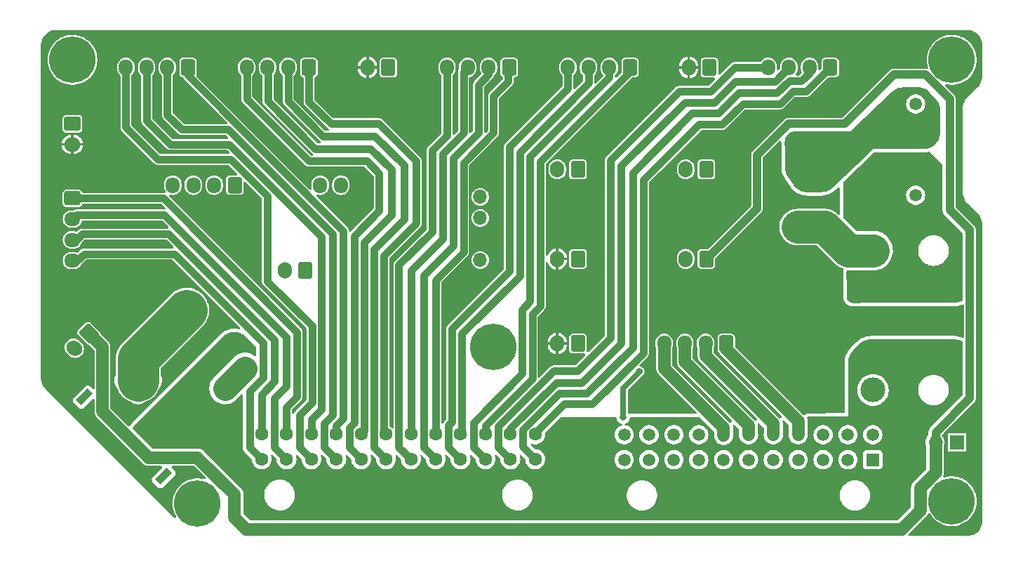
<source format=gbr>
%TF.GenerationSoftware,KiCad,Pcbnew,7.0.11*%
%TF.CreationDate,2024-08-26T12:59:31+00:00*%
%TF.ProjectId,LHS Breakbeat,4c485320-4272-4656-916b-626561742e6b,Vol 1*%
%TF.SameCoordinates,Original*%
%TF.FileFunction,Copper,L2,Bot*%
%TF.FilePolarity,Positive*%
%FSLAX46Y46*%
G04 Gerber Fmt 4.6, Leading zero omitted, Abs format (unit mm)*
G04 Created by KiCad (PCBNEW 7.0.11) date 2024-08-26 12:59:31*
%MOMM*%
%LPD*%
G01*
G04 APERTURE LIST*
G04 Aperture macros list*
%AMRoundRect*
0 Rectangle with rounded corners*
0 $1 Rounding radius*
0 $2 $3 $4 $5 $6 $7 $8 $9 X,Y pos of 4 corners*
0 Add a 4 corners polygon primitive as box body*
4,1,4,$2,$3,$4,$5,$6,$7,$8,$9,$2,$3,0*
0 Add four circle primitives for the rounded corners*
1,1,$1+$1,$2,$3*
1,1,$1+$1,$4,$5*
1,1,$1+$1,$6,$7*
1,1,$1+$1,$8,$9*
0 Add four rect primitives between the rounded corners*
20,1,$1+$1,$2,$3,$4,$5,0*
20,1,$1+$1,$4,$5,$6,$7,0*
20,1,$1+$1,$6,$7,$8,$9,0*
20,1,$1+$1,$8,$9,$2,$3,0*%
%AMHorizOval*
0 Thick line with rounded ends*
0 $1 width*
0 $2 $3 position (X,Y) of the first rounded end (center of the circle)*
0 $4 $5 position (X,Y) of the second rounded end (center of the circle)*
0 Add line between two ends*
20,1,$1,$2,$3,$4,$5,0*
0 Add two circle primitives to create the rounded ends*
1,1,$1,$2,$3*
1,1,$1,$4,$5*%
%AMRotRect*
0 Rectangle, with rotation*
0 The origin of the aperture is its center*
0 $1 length*
0 $2 width*
0 $3 Rotation angle, in degrees counterclockwise*
0 Add horizontal line*
21,1,$1,$2,0,0,$3*%
G04 Aperture macros list end*
%TA.AperFunction,ComponentPad*%
%ADD10RoundRect,0.250000X0.600000X0.725000X-0.600000X0.725000X-0.600000X-0.725000X0.600000X-0.725000X0*%
%TD*%
%TA.AperFunction,ComponentPad*%
%ADD11O,1.700000X1.950000*%
%TD*%
%TA.AperFunction,ComponentPad*%
%ADD12R,1.700000X1.700000*%
%TD*%
%TA.AperFunction,ComponentPad*%
%ADD13O,1.700000X1.700000*%
%TD*%
%TA.AperFunction,ComponentPad*%
%ADD14RoundRect,0.250000X-0.750000X0.600000X-0.750000X-0.600000X0.750000X-0.600000X0.750000X0.600000X0*%
%TD*%
%TA.AperFunction,ComponentPad*%
%ADD15O,2.000000X1.700000*%
%TD*%
%TA.AperFunction,ComponentPad*%
%ADD16RoundRect,0.250000X0.600000X0.750000X-0.600000X0.750000X-0.600000X-0.750000X0.600000X-0.750000X0*%
%TD*%
%TA.AperFunction,ComponentPad*%
%ADD17O,1.700000X2.000000*%
%TD*%
%TA.AperFunction,ComponentPad*%
%ADD18RoundRect,0.250000X-0.725000X0.600000X-0.725000X-0.600000X0.725000X-0.600000X0.725000X0.600000X0*%
%TD*%
%TA.AperFunction,ComponentPad*%
%ADD19O,1.950000X1.700000*%
%TD*%
%TA.AperFunction,ComponentPad*%
%ADD20C,5.600000*%
%TD*%
%TA.AperFunction,ComponentPad*%
%ADD21RoundRect,0.250000X-0.106066X0.954594X-0.954594X0.106066X0.106066X-0.954594X0.954594X-0.106066X0*%
%TD*%
%TA.AperFunction,ComponentPad*%
%ADD22HorizOval,1.700000X-0.106066X0.106066X0.106066X-0.106066X0*%
%TD*%
%TA.AperFunction,ComponentPad*%
%ADD23C,1.605000*%
%TD*%
%TA.AperFunction,ComponentPad*%
%ADD24C,2.780000*%
%TD*%
%TA.AperFunction,ComponentPad*%
%ADD25RoundRect,0.300000X1.100000X-1.100000X1.100000X1.100000X-1.100000X1.100000X-1.100000X-1.100000X0*%
%TD*%
%TA.AperFunction,ComponentPad*%
%ADD26C,3.000000*%
%TD*%
%TA.AperFunction,ComponentPad*%
%ADD27R,1.520000X1.520000*%
%TD*%
%TA.AperFunction,ComponentPad*%
%ADD28C,1.520000*%
%TD*%
%TA.AperFunction,ComponentPad*%
%ADD29RotRect,0.900000X2.000000X135.000000*%
%TD*%
%TA.AperFunction,ComponentPad*%
%ADD30RoundRect,1.025000X1.449569X0.000000X0.000000X1.449569X-1.449569X0.000000X0.000000X-1.449569X0*%
%TD*%
%TA.AperFunction,ComponentPad*%
%ADD31C,4.100000*%
%TD*%
%TA.AperFunction,ComponentPad*%
%ADD32C,2.550000*%
%TD*%
%TA.AperFunction,ComponentPad*%
%ADD33C,1.500000*%
%TD*%
%TA.AperFunction,ViaPad*%
%ADD34C,0.800000*%
%TD*%
%TA.AperFunction,Conductor*%
%ADD35C,3.000000*%
%TD*%
%TA.AperFunction,Conductor*%
%ADD36C,5.000000*%
%TD*%
%TA.AperFunction,Conductor*%
%ADD37C,1.000000*%
%TD*%
%TA.AperFunction,Conductor*%
%ADD38C,1.500000*%
%TD*%
%TA.AperFunction,Conductor*%
%ADD39C,0.700000*%
%TD*%
%TA.AperFunction,Conductor*%
%ADD40C,0.900000*%
%TD*%
%TA.AperFunction,Conductor*%
%ADD41C,4.000000*%
%TD*%
G04 APERTURE END LIST*
D10*
%TO.P,J14,1,Pin_1*%
%TO.N,PWM_FAN_A*%
X110600000Y-84900000D03*
D11*
%TO.P,J14,2,Pin_2*%
%TO.N,V_Fan_A*%
X108100000Y-84900000D03*
%TO.P,J14,3,Pin_3*%
%TO.N,F_Sens*%
X105600000Y-84900000D03*
%TO.P,J14,4,Pin_4*%
%TO.N,PWM*%
X103100000Y-84900000D03*
%TD*%
D12*
%TO.P,J27,1*%
%TO.N,GND*%
X140200000Y-83780000D03*
D13*
%TO.P,J27,2*%
%TO.N,+5V*%
X140200000Y-86320000D03*
%TO.P,J27,3*%
%TO.N,OP1*%
X140200000Y-88860000D03*
%TO.P,J27,4*%
%TO.N,GND*%
X140200000Y-91400000D03*
%TO.P,J27,5*%
%TO.N,+5V*%
X140200000Y-93940000D03*
%TD*%
D14*
%TO.P,J13,1,Pin_1*%
%TO.N,Y_Stop*%
X91000000Y-77500000D03*
D15*
%TO.P,J13,2,Pin_2*%
%TO.N,GND*%
X91000000Y-80000000D03*
%TD*%
D16*
%TO.P,J9,1,Pin_1*%
%TO.N,/AGND*%
X119100000Y-95200000D03*
D17*
%TO.P,J9,2,Pin_2*%
%TO.N,TA*%
X116600000Y-95200000D03*
%TD*%
D10*
%TO.P,J22,1,Pin_1*%
%TO.N,/Y1-A2*%
X104950000Y-70725000D03*
D11*
%TO.P,J22,2,Pin_2*%
%TO.N,/Y1-A1*%
X102450000Y-70725000D03*
%TO.P,J22,3,Pin_3*%
%TO.N,/Y1-B1*%
X99950000Y-70725000D03*
%TO.P,J22,4,Pin_4*%
%TO.N,/Y1-B2*%
X97450000Y-70725000D03*
%TD*%
D16*
%TO.P,J16,1,Pin_1*%
%TO.N,V_Fan_H*%
X167500000Y-83000000D03*
D17*
%TO.P,J16,2,Pin_2*%
%TO.N,PWM_FAN_H*%
X165000000Y-83000000D03*
%TD*%
D10*
%TO.P,J21,1,Pin_1*%
%TO.N,/Z1-A2*%
X119533333Y-70725000D03*
D11*
%TO.P,J21,2,Pin_2*%
%TO.N,/Z1-A1*%
X117033333Y-70725000D03*
%TO.P,J21,3,Pin_3*%
%TO.N,/Z1-B1*%
X114533333Y-70725000D03*
%TO.P,J21,4,Pin_4*%
%TO.N,/Z1-B2*%
X112033333Y-70725000D03*
%TD*%
D16*
%TO.P,J8,1,Pin_1*%
%TO.N,/AGND*%
X167500000Y-93800000D03*
D17*
%TO.P,J8,2,Pin_2*%
%TO.N,TH*%
X165000000Y-93800000D03*
%TD*%
D10*
%TO.P,J20,1,Pin_1*%
%TO.N,/Z-A2*%
X143699999Y-70725000D03*
D11*
%TO.P,J20,2,Pin_2*%
%TO.N,/Z-A1*%
X141199999Y-70725000D03*
%TO.P,J20,3,Pin_3*%
%TO.N,/Z-B1*%
X138699999Y-70725000D03*
%TO.P,J20,4,Pin_4*%
%TO.N,/Z-B2*%
X136199999Y-70725000D03*
%TD*%
D12*
%TO.P,JP1,1,Pin_1*%
%TO.N,GND*%
X197725000Y-115925000D03*
D13*
%TO.P,JP1,2,Pin_2*%
%TO.N,/AGND*%
X195185000Y-115925000D03*
%TD*%
D10*
%TO.P,J24,1,Pin_1*%
%TO.N,/E-A2*%
X169900000Y-104000000D03*
D11*
%TO.P,J24,2,Pin_2*%
%TO.N,/E-A1*%
X167400000Y-104000000D03*
%TO.P,J24,3,Pin_3*%
%TO.N,/E-B1*%
X164900000Y-104000000D03*
%TO.P,J24,4,Pin_4*%
%TO.N,/E-B2*%
X162400000Y-104000000D03*
%TD*%
D18*
%TO.P,J23,1,Pin_1*%
%TO.N,/Y-A2*%
X91000000Y-86500000D03*
D19*
%TO.P,J23,2,Pin_2*%
%TO.N,/Y-A1*%
X91000000Y-89000000D03*
%TO.P,J23,3,Pin_3*%
%TO.N,/Y-B1*%
X91000000Y-91500000D03*
%TO.P,J23,4,Pin_4*%
%TO.N,/Y-B2*%
X91000000Y-94000000D03*
%TD*%
D10*
%TO.P,J10,1,Pin_1*%
%TO.N,GND*%
X125900000Y-84900000D03*
D11*
%TO.P,J10,2,Pin_2*%
%TO.N,RGB*%
X123400000Y-84900000D03*
%TO.P,J10,3,Pin_3*%
%TO.N,+5V*%
X120900000Y-84900000D03*
%TD*%
D16*
%TO.P,J15,1,Pin_1*%
%TO.N,V_Fan_P*%
X152000000Y-83000000D03*
D17*
%TO.P,J15,2,Pin_2*%
%TO.N,PWM_FAN_P*%
X149500000Y-83000000D03*
%TD*%
D20*
%TO.P,H2,1*%
%TO.N,N/C*%
X197100000Y-123000000D03*
%TD*%
%TO.P,H3,1*%
%TO.N,N/C*%
X141800000Y-104400000D03*
%TD*%
D10*
%TO.P,J19,1,Pin_1*%
%TO.N,/X1-A2*%
X158283332Y-70725000D03*
D11*
%TO.P,J19,2,Pin_2*%
%TO.N,/X1-A1*%
X155783332Y-70725000D03*
%TO.P,J19,3,Pin_3*%
%TO.N,/X1-B1*%
X153283332Y-70725000D03*
%TO.P,J19,4,Pin_4*%
%TO.N,/X1-B2*%
X150783332Y-70725000D03*
%TD*%
D21*
%TO.P,J7,1,Pin_1*%
%TO.N,/AGND*%
X93000000Y-102800000D03*
D22*
%TO.P,J7,2,Pin_2*%
%TO.N,TB*%
X91232233Y-104567767D03*
%TD*%
D10*
%TO.P,J17,1,Pin_1*%
%TO.N,/X-A2*%
X182450000Y-70725000D03*
D11*
%TO.P,J17,2,Pin_2*%
%TO.N,/X-A1*%
X179950000Y-70725000D03*
%TO.P,J17,3,Pin_3*%
%TO.N,/X-B1*%
X177450000Y-70725000D03*
%TO.P,J17,4,Pin_4*%
%TO.N,/X-B2*%
X174950000Y-70725000D03*
%TD*%
D20*
%TO.P,H5,1*%
%TO.N,N/C*%
X91000000Y-69800000D03*
%TD*%
D23*
%TO.P,J1,1,Pin_1*%
%TO.N,/X-A1*%
X146840000Y-117940000D03*
%TO.P,J1,2,Pin_2*%
%TO.N,/X-B2*%
X143840000Y-117940000D03*
%TO.P,J1,3,Pin_3*%
%TO.N,/X1-A1*%
X140840000Y-117940000D03*
%TO.P,J1,4,Pin_4*%
%TO.N,/X1-B2*%
X137840000Y-117940000D03*
%TO.P,J1,5,Pin_5*%
%TO.N,/Z-A1*%
X134840000Y-117940000D03*
%TO.P,J1,6,Pin_6*%
%TO.N,/Z-B2*%
X131840000Y-117940000D03*
%TO.P,J1,7,Pin_7*%
%TO.N,/Z1-A1*%
X128840000Y-117940000D03*
%TO.P,J1,8,Pin_8*%
%TO.N,/Z1-B2*%
X125840000Y-117940000D03*
%TO.P,J1,9,Pin_9*%
%TO.N,/Y1-A1*%
X122840000Y-117940000D03*
%TO.P,J1,10,Pin_10*%
%TO.N,/Y1-B2*%
X119840000Y-117940000D03*
%TO.P,J1,11,Pin_11*%
%TO.N,/Y-A1*%
X116840000Y-117940000D03*
%TO.P,J1,12,Pin_12*%
%TO.N,/Y-B2*%
X113840000Y-117940000D03*
%TO.P,J1,13,Pin_13*%
%TO.N,/X-A2*%
X146840000Y-114940000D03*
%TO.P,J1,14,Pin_14*%
%TO.N,/X-B1*%
X143840000Y-114940000D03*
%TO.P,J1,15,Pin_15*%
%TO.N,/X1-A2*%
X140840000Y-114940000D03*
%TO.P,J1,16,Pin_16*%
%TO.N,/X1-B1*%
X137840000Y-114940000D03*
%TO.P,J1,17,Pin_17*%
%TO.N,/Z-A2*%
X134840000Y-114940000D03*
%TO.P,J1,18,Pin_18*%
%TO.N,/Z-B1*%
X131840000Y-114940000D03*
%TO.P,J1,19,Pin_19*%
%TO.N,/Z1-A2*%
X128840000Y-114940000D03*
%TO.P,J1,20,Pin_20*%
%TO.N,/Z1-B1*%
X125840000Y-114940000D03*
%TO.P,J1,21,Pin_21*%
%TO.N,/Y1-A2*%
X122840000Y-114940000D03*
%TO.P,J1,22,Pin_22*%
%TO.N,/Y1-B1*%
X119840000Y-114940000D03*
%TO.P,J1,23,Pin_23*%
%TO.N,/Y-A2*%
X116840000Y-114940000D03*
%TO.P,J1,24,Pin_24*%
%TO.N,/Y-B1*%
X113840000Y-114940000D03*
%TD*%
D20*
%TO.P,H4,1*%
%TO.N,N/C*%
X197100000Y-69800000D03*
%TD*%
D24*
%TO.P,F1,1*%
%TO.N,/HE+{slash}CAN_V*%
X178500000Y-89960000D03*
X181900000Y-89960000D03*
%TO.P,F1,2*%
%TO.N,/Fused HE*%
X178500000Y-80040000D03*
X181900000Y-80040000D03*
%TD*%
D20*
%TO.P,H1,1*%
%TO.N,N/C*%
X106075000Y-123250000D03*
%TD*%
D25*
%TO.P,J3,1,Pin_1*%
%TO.N,/HE+{slash}CAN_V*%
X187600000Y-92800000D03*
D26*
%TO.P,J3,2,Pin_2*%
%TO.N,/PWM_HE{slash}CAN_Gnd*%
X187600000Y-97000000D03*
%TO.P,J3,3,Pin_3*%
%TO.N,GND*%
X187600000Y-101200000D03*
%TO.P,J3,4,Pin_4*%
%TO.N,/PWM_HB*%
X187600000Y-105400000D03*
%TO.P,J3,5,Pin_5*%
%TO.N,/HB+*%
X187600000Y-109600000D03*
%TD*%
D16*
%TO.P,J11,1,Pin_1*%
%TO.N,F_Sens*%
X152000000Y-104000000D03*
D17*
%TO.P,J11,2,Pin_2*%
%TO.N,GND*%
X149500000Y-104000000D03*
%TD*%
D24*
%TO.P,F2,1*%
%TO.N,/Fused HB*%
X104794832Y-99990669D03*
X102390669Y-102394832D03*
%TO.P,F2,2*%
%TO.N,/HB+*%
X111809331Y-107005168D03*
X109405168Y-109409331D03*
%TD*%
D16*
%TO.P,J12,1,Pin_1*%
%TO.N,X_Stop*%
X167866665Y-70725000D03*
D17*
%TO.P,J12,2,Pin_2*%
%TO.N,GND*%
X165366665Y-70725000D03*
%TD*%
D16*
%TO.P,J25,1,Pin_1*%
%TO.N,Q_Stop*%
X152000000Y-93800000D03*
D17*
%TO.P,J25,2,Pin_2*%
%TO.N,GND*%
X149500000Y-93800000D03*
%TD*%
D16*
%TO.P,J26,1,Pin_1*%
%TO.N,Z_Stop*%
X129116666Y-70725000D03*
D17*
%TO.P,J26,2,Pin_2*%
%TO.N,GND*%
X126616666Y-70725000D03*
%TD*%
D27*
%TO.P,J2,1,Pin_1*%
%TO.N,V_Fan_H*%
X187578250Y-118000000D03*
D28*
%TO.P,J2,2,Pin_2*%
%TO.N,Z_Stop*%
X184578250Y-118000000D03*
%TO.P,J2,3,Pin_3*%
%TO.N,V_Fan_P*%
X181578250Y-118000000D03*
%TO.P,J2,4,Pin_4*%
%TO.N,PWM_FAN_P*%
X178578250Y-118000000D03*
%TO.P,J2,5,Pin_5*%
%TO.N,Q_Stop*%
X175578250Y-118000000D03*
%TO.P,J2,6,Pin_6*%
%TO.N,PWM*%
X172578250Y-118000000D03*
%TO.P,J2,7,Pin_7*%
%TO.N,V_Fan_A*%
X169578250Y-118000000D03*
%TO.P,J2,8,Pin_8*%
%TO.N,Net-(D3-A)*%
X166578250Y-118000000D03*
%TO.P,J2,9,Pin_9*%
%TO.N,OP1*%
X163578250Y-118000000D03*
%TO.P,J2,10,Pin_10*%
%TO.N,TB*%
X160578250Y-118000000D03*
%TO.P,J2,11,Pin_11*%
%TO.N,TA*%
X157578250Y-118000000D03*
%TO.P,J2,12,Pin_12*%
%TO.N,X_Stop*%
X187578250Y-115000000D03*
%TO.P,J2,13,Pin_13*%
%TO.N,PWM_FAN_H*%
X184578250Y-115000000D03*
%TO.P,J2,14,Pin_14*%
%TO.N,TH*%
X181578250Y-115000000D03*
%TO.P,J2,15,Pin_15*%
%TO.N,/E-A2*%
X178578250Y-115000000D03*
%TO.P,J2,16,Pin_16*%
%TO.N,/E-A1*%
X175578250Y-115000000D03*
%TO.P,J2,17,Pin_17*%
%TO.N,/E-B1*%
X172578250Y-115000000D03*
%TO.P,J2,18,Pin_18*%
%TO.N,/E-B2*%
X169578250Y-115000000D03*
%TO.P,J2,19,Pin_19*%
%TO.N,PWM_FAN_A*%
X166578250Y-115000000D03*
%TO.P,J2,20,Pin_20*%
%TO.N,RGB*%
X163578250Y-115000000D03*
%TO.P,J2,21,Pin_21*%
%TO.N,+5V*%
X160578250Y-115000000D03*
%TO.P,J2,22,Pin_22*%
%TO.N,Y_Stop*%
X157578250Y-115000000D03*
%TD*%
D29*
%TO.P,J5,*%
%TO.N,*%
X102000000Y-120000000D03*
X92454059Y-110454058D03*
D30*
%TO.P,J5,1,Pin_1*%
%TO.N,/Fused HB*%
X98924086Y-108438804D03*
D31*
%TO.P,J5,2,Pin_2*%
%TO.N,/PWM_HB*%
X104015255Y-113529973D03*
%TD*%
D32*
%TO.P,J4,1,Pin_1*%
%TO.N,/Fused HE*%
X187746545Y-78117214D03*
%TO.P,J4,2,Pin_2*%
%TO.N,/PWM_HE{slash}CAN_Gnd*%
X187746545Y-83117214D03*
D33*
%TO.P,J4,3*%
%TO.N,N/C*%
X192746545Y-75117214D03*
%TO.P,J4,4*%
X192746545Y-86117214D03*
%TD*%
D34*
%TO.N,F_Sens*%
X157450000Y-112900000D03*
X159429609Y-107354609D03*
%TD*%
D35*
%TO.N,/HB+*%
X111809331Y-107005168D02*
X109405168Y-109409331D01*
D36*
%TO.N,/Fused HB*%
X98924086Y-105861415D02*
X102390669Y-102394832D01*
X98924086Y-108438804D02*
X98924086Y-105861415D01*
X104794832Y-99990669D02*
X102390669Y-102394832D01*
D37*
%TO.N,/AGND*%
X177400000Y-77500000D02*
X184200000Y-77500000D01*
X196900000Y-74560000D02*
X196900000Y-87900000D01*
D38*
X193350000Y-121425000D02*
X193350000Y-124150000D01*
D37*
X196900000Y-87900000D02*
X199300000Y-90300000D01*
X167500000Y-93800000D02*
X173600000Y-87700000D01*
D38*
X193350000Y-124150000D02*
X191050000Y-126450000D01*
D37*
X184200000Y-77500000D02*
X190120000Y-71580000D01*
D38*
X94629364Y-112229364D02*
X94629364Y-104429364D01*
X191050000Y-126450000D02*
X111950000Y-126450000D01*
D37*
X199300000Y-90300000D02*
X199300000Y-110607919D01*
X173600000Y-87700000D02*
X173600000Y-81300000D01*
X193920000Y-71580000D02*
X196900000Y-74560000D01*
X173600000Y-81300000D02*
X177400000Y-77500000D01*
D38*
X111950000Y-126450000D02*
X110500000Y-125000000D01*
X110500000Y-125000000D02*
X110500000Y-122225000D01*
D37*
X190120000Y-71580000D02*
X193920000Y-71580000D01*
X195185000Y-114722919D02*
X195185000Y-115925000D01*
D38*
X106075000Y-117800000D02*
X100200000Y-117800000D01*
X195185000Y-115925000D02*
X195185000Y-119590000D01*
X195185000Y-119590000D02*
X193350000Y-121425000D01*
X110500000Y-122225000D02*
X106075000Y-117800000D01*
X94629364Y-104429364D02*
X93000000Y-102800000D01*
X100200000Y-117800000D02*
X94629364Y-112229364D01*
D37*
X199300000Y-110607919D02*
X195185000Y-114722919D01*
D39*
%TO.N,F_Sens*%
X157450000Y-109405634D02*
X159465317Y-107390317D01*
X157450000Y-112900000D02*
X157450000Y-109405634D01*
D40*
%TO.N,/Y-A2*%
X118100000Y-102600000D02*
X118100000Y-110400000D01*
X101988225Y-86488225D02*
X118100000Y-102600000D01*
X116840000Y-111660000D02*
X116840000Y-114940000D01*
X118100000Y-110400000D02*
X116840000Y-111660000D01*
X91000000Y-86500000D02*
X91011775Y-86488225D01*
X91011775Y-86488225D02*
X101988225Y-86488225D01*
%TO.N,/Y-A1*%
X115387500Y-110612500D02*
X116829489Y-109170511D01*
X91500000Y-88500000D02*
X91000000Y-89000000D01*
X102100000Y-88500000D02*
X91500000Y-88500000D01*
X116829489Y-103229489D02*
X102100000Y-88500000D01*
X116829489Y-109170511D02*
X116829489Y-103229489D01*
X115387500Y-116487500D02*
X115387500Y-110612500D01*
X116840000Y-117940000D02*
X115387500Y-116487500D01*
%TO.N,/Y-B1*%
X113840000Y-114940000D02*
X113840000Y-110160000D01*
X102600000Y-90800000D02*
X92200000Y-90800000D01*
X115400000Y-103600000D02*
X102600000Y-90800000D01*
X113840000Y-110160000D02*
X115400000Y-108600000D01*
X92200000Y-90800000D02*
X91500000Y-91500000D01*
X115400000Y-108600000D02*
X115400000Y-103600000D01*
X91500000Y-91500000D02*
X91000000Y-91500000D01*
%TO.N,/Y-B2*%
X91600000Y-94000000D02*
X91000000Y-94000000D01*
X103300000Y-93200000D02*
X92400000Y-93200000D01*
X112387500Y-109712500D02*
X114000000Y-108100000D01*
X92400000Y-93200000D02*
X91600000Y-94000000D01*
X114000000Y-108100000D02*
X114000000Y-103900000D01*
X114000000Y-103900000D02*
X103300000Y-93200000D01*
X112387500Y-116487500D02*
X112387500Y-109712500D01*
X113840000Y-117940000D02*
X112387500Y-116487500D01*
%TO.N,/X-A2*%
X182450000Y-70725000D02*
X179575000Y-73600000D01*
X146840000Y-114760000D02*
X146840000Y-114940000D01*
X150300000Y-111300000D02*
X146840000Y-114760000D01*
X159900000Y-84300000D02*
X159900000Y-105150433D01*
X169400000Y-77600000D02*
X166600000Y-77600000D01*
X176400000Y-75100000D02*
X171900000Y-75100000D01*
X177900000Y-73600000D02*
X176400000Y-75100000D01*
X171900000Y-75100000D02*
X169400000Y-77600000D01*
X159900000Y-105150433D02*
X153750433Y-111300000D01*
X166600000Y-77600000D02*
X159900000Y-84300000D01*
X153750433Y-111300000D02*
X150300000Y-111300000D01*
X179575000Y-73600000D02*
X177900000Y-73600000D01*
%TO.N,/X-A1*%
X179950000Y-71350000D02*
X179950000Y-70725000D01*
X146840000Y-117940000D02*
X145339897Y-116439897D01*
X165760751Y-76239249D02*
X168960751Y-76239249D01*
X149711268Y-110000000D02*
X153072872Y-110000000D01*
X158600000Y-104472872D02*
X158600000Y-83400000D01*
X158600000Y-83400000D02*
X165760751Y-76239249D01*
X168960751Y-76239249D02*
X171400000Y-73800000D01*
X177475000Y-72350000D02*
X178950000Y-72350000D01*
X176025000Y-73800000D02*
X177475000Y-72350000D01*
X171400000Y-73800000D02*
X176025000Y-73800000D01*
X178950000Y-72350000D02*
X179950000Y-71350000D01*
X145339897Y-116439897D02*
X145339897Y-114371371D01*
X145339897Y-114371371D02*
X149711268Y-110000000D01*
X153072872Y-110000000D02*
X158600000Y-104472872D01*
%TO.N,/X-B1*%
X164864537Y-74935463D02*
X168464537Y-74935463D01*
X143840000Y-114940000D02*
X143840000Y-114226550D01*
X157200000Y-103973880D02*
X157200000Y-82600000D01*
X171000000Y-72400000D02*
X175775000Y-72400000D01*
X157200000Y-82600000D02*
X164864537Y-74935463D01*
X149366550Y-108700000D02*
X152473880Y-108700000D01*
X152473880Y-108700000D02*
X157200000Y-103973880D01*
X143840000Y-114226550D02*
X149366550Y-108700000D01*
X175775000Y-72400000D02*
X177450000Y-70725000D01*
X168464537Y-74935463D02*
X171000000Y-72400000D01*
%TO.N,/X-B2*%
X155900000Y-81900000D02*
X164200000Y-73600000D01*
X170875000Y-70725000D02*
X174950000Y-70725000D01*
X142387500Y-114012500D02*
X149100000Y-107300000D01*
X168000000Y-73600000D02*
X170875000Y-70725000D01*
X142387500Y-116487500D02*
X142387500Y-114012500D01*
X151900000Y-107300000D02*
X155900000Y-103300000D01*
X143840000Y-117940000D02*
X142387500Y-116487500D01*
X164200000Y-73600000D02*
X168000000Y-73600000D01*
X155900000Y-103300000D02*
X155900000Y-81900000D01*
X149100000Y-107300000D02*
X151900000Y-107300000D01*
%TO.N,/X1-A2*%
X140840000Y-113860000D02*
X146500000Y-108200000D01*
X147450000Y-82050000D02*
X158283332Y-71216668D01*
X146500000Y-100450000D02*
X147450000Y-99500000D01*
X158283332Y-71216668D02*
X158283332Y-70725000D01*
X146500000Y-108200000D02*
X146500000Y-100450000D01*
X140840000Y-114940000D02*
X140840000Y-113860000D01*
X147450000Y-99500000D02*
X147450000Y-82050000D01*
%TO.N,/X1-A1*%
X139387500Y-113512500D02*
X145250000Y-107650000D01*
X155783332Y-71916668D02*
X155783332Y-70725000D01*
X146213962Y-98936038D02*
X146213962Y-81486038D01*
X139387500Y-116487500D02*
X139387500Y-113512500D01*
X146213962Y-81486038D02*
X155783332Y-71916668D01*
X145250000Y-99900000D02*
X146213962Y-98936038D01*
X145250000Y-107650000D02*
X145250000Y-99900000D01*
X140840000Y-117940000D02*
X139387500Y-116487500D01*
%TO.N,/X1-B1*%
X137840000Y-114940000D02*
X138000000Y-114780000D01*
X144981035Y-80918965D02*
X153283332Y-72616668D01*
X138000000Y-114780000D02*
X138000000Y-102800000D01*
X138000000Y-102800000D02*
X144981035Y-95818965D01*
X153283332Y-72616668D02*
X153283332Y-70725000D01*
X144981035Y-95818965D02*
X144981035Y-80918965D01*
%TO.N,/X1-B2*%
X136387500Y-116487500D02*
X137840000Y-117940000D01*
X136755887Y-113444113D02*
X136387500Y-113812500D01*
X150783332Y-73216668D02*
X143705592Y-80294408D01*
X136387500Y-113812500D02*
X136387500Y-116487500D01*
X150783332Y-70725000D02*
X150783332Y-73216668D01*
X143705592Y-95294408D02*
X136755887Y-102244113D01*
X136755887Y-102244113D02*
X136755887Y-113444113D01*
X143705592Y-80294408D02*
X143705592Y-95294408D01*
%TO.N,/Z-B2*%
X136199999Y-70725000D02*
X136199999Y-78900001D01*
X134400000Y-90500000D02*
X130387500Y-94512500D01*
X130387500Y-116487500D02*
X131840000Y-117940000D01*
X130387500Y-94512500D02*
X130387500Y-116487500D01*
X136199999Y-78900001D02*
X134400000Y-80700000D01*
X134400000Y-80700000D02*
X134400000Y-90500000D01*
%TO.N,/Z-B1*%
X138200000Y-78600000D02*
X138000000Y-78800000D01*
X135652101Y-81147899D02*
X135652101Y-91347899D01*
X138200000Y-71224999D02*
X138200000Y-78600000D01*
X138699999Y-70725000D02*
X138200000Y-71224999D01*
X138000000Y-78800000D02*
X135652101Y-81147899D01*
X135652101Y-91347899D02*
X131840000Y-95160000D01*
X131840000Y-95160000D02*
X131840000Y-114940000D01*
%TO.N,/Z-A1*%
X140000000Y-72800000D02*
X140000000Y-78600000D01*
X133387500Y-95812500D02*
X133387500Y-116487500D01*
X133387500Y-116487500D02*
X134840000Y-117940000D01*
X136985828Y-81614172D02*
X136985828Y-92214172D01*
X140000000Y-72800000D02*
X141199999Y-71600001D01*
X136985828Y-92214172D02*
X133387500Y-95812500D01*
X140000000Y-78600000D02*
X136985828Y-81614172D01*
X141199999Y-71600001D02*
X141199999Y-70725000D01*
%TO.N,/Z-A2*%
X143600000Y-72400000D02*
X143600000Y-70824999D01*
X134840000Y-96360000D02*
X138200000Y-93000000D01*
X138200000Y-93000000D02*
X138200000Y-82200000D01*
X138200000Y-82200000D02*
X141800000Y-78600000D01*
X143600000Y-70824999D02*
X143699999Y-70725000D01*
X141800000Y-78600000D02*
X141800000Y-74200000D01*
X141800000Y-74200000D02*
X143600000Y-72400000D01*
X134840000Y-114940000D02*
X134840000Y-96360000D01*
%TO.N,/Z1-B2*%
X125000000Y-91000000D02*
X125000000Y-113555634D01*
X124387500Y-114168134D02*
X124387500Y-116487500D01*
X124387500Y-116487500D02*
X125840000Y-117940000D01*
X128000000Y-88000000D02*
X125000000Y-91000000D01*
X119500000Y-82000000D02*
X126500000Y-82000000D01*
X112033333Y-70725000D02*
X112033333Y-74533333D01*
X126500000Y-82000000D02*
X128000000Y-83500000D01*
X112033333Y-74533333D02*
X119500000Y-82000000D01*
X128000000Y-83500000D02*
X128000000Y-88000000D01*
X125000000Y-113555634D02*
X124387500Y-114168134D01*
%TO.N,/Z1-B1*%
X129500000Y-83000000D02*
X129500000Y-88500000D01*
X127000000Y-80500000D02*
X129500000Y-83000000D01*
X114533333Y-70725000D02*
X114600000Y-70791667D01*
X114600000Y-74800000D02*
X120300000Y-80500000D01*
X129500000Y-88500000D02*
X126191602Y-91808398D01*
X126191602Y-91808398D02*
X126191602Y-114588398D01*
X126191602Y-114588398D02*
X125840000Y-114940000D01*
X114600000Y-70791667D02*
X114600000Y-74800000D01*
X120300000Y-80500000D02*
X127000000Y-80500000D01*
%TO.N,/Z1-A1*%
X131000000Y-89000000D02*
X131000000Y-82500000D01*
X127387500Y-116487500D02*
X127387500Y-92612500D01*
X127500000Y-79000000D02*
X121225000Y-79000000D01*
X127387500Y-92612500D02*
X131000000Y-89000000D01*
X117033333Y-74808333D02*
X117033333Y-70725000D01*
X128840000Y-117940000D02*
X127387500Y-116487500D01*
X131000000Y-82500000D02*
X127500000Y-79000000D01*
X121225000Y-79000000D02*
X117033333Y-74808333D01*
%TO.N,/Z1-A2*%
X122200000Y-77500000D02*
X119533333Y-74833333D01*
X128600000Y-114700000D02*
X128600000Y-93400000D01*
X128000000Y-77500000D02*
X122200000Y-77500000D01*
X132500000Y-82000000D02*
X128000000Y-77500000D01*
X128600000Y-93400000D02*
X132500000Y-89500000D01*
X119533333Y-74833333D02*
X119533333Y-70725000D01*
X128840000Y-114940000D02*
X128600000Y-114700000D01*
X132500000Y-89500000D02*
X132500000Y-82000000D01*
D38*
%TO.N,/E-B2*%
X169578250Y-114178250D02*
X162400000Y-107000000D01*
X169578250Y-115078250D02*
X169578250Y-114178250D01*
X162400000Y-107000000D02*
X162400000Y-104000000D01*
%TO.N,/E-B1*%
X164900000Y-104000000D02*
X164900000Y-106200000D01*
X164900000Y-106200000D02*
X172578250Y-113878250D01*
X172578250Y-113878250D02*
X172578250Y-115000000D01*
%TO.N,/E-A1*%
X175578250Y-113678250D02*
X167400000Y-105500000D01*
X167400000Y-105500000D02*
X167400000Y-104000000D01*
X175578250Y-115000000D02*
X175578250Y-113678250D01*
%TO.N,/E-A2*%
X178578250Y-115000000D02*
X178578250Y-113378250D01*
X169900000Y-104700000D02*
X169900000Y-104000000D01*
X178578250Y-113378250D02*
X169900000Y-104700000D01*
D40*
%TO.N,/Y1-A2*%
X123700000Y-90422183D02*
X104950000Y-71672183D01*
X122840000Y-114940000D02*
X122840000Y-113922984D01*
X122840000Y-113922984D02*
X123700000Y-113062984D01*
X104950000Y-71672183D02*
X104950000Y-70725000D01*
X123700000Y-113062984D02*
X123700000Y-90422183D01*
%TO.N,/Y1-A1*%
X104200000Y-78200000D02*
X102450000Y-76450000D01*
X122400000Y-90805974D02*
X109794026Y-78200000D01*
X121387500Y-113612500D02*
X122400000Y-112600000D01*
X122400000Y-112600000D02*
X122400000Y-90805974D01*
X121387500Y-116487500D02*
X121387500Y-113612500D01*
X102450000Y-76450000D02*
X102450000Y-70725000D01*
X109794026Y-78200000D02*
X104200000Y-78200000D01*
X122840000Y-117940000D02*
X121387500Y-116487500D01*
%TO.N,/Y1-B1*%
X119840000Y-113160000D02*
X121066134Y-111933866D01*
X102800000Y-80000000D02*
X99950000Y-77150000D01*
X119840000Y-114940000D02*
X119840000Y-113160000D01*
X121066134Y-111933866D02*
X121066134Y-91130184D01*
X99950000Y-77150000D02*
X99950000Y-70725000D01*
X121066134Y-91130184D02*
X109935950Y-80000000D01*
X109935950Y-80000000D02*
X102800000Y-80000000D01*
%TO.N,/Y1-B2*%
X118387500Y-112612500D02*
X118387500Y-116487500D01*
X118387500Y-116487500D02*
X119840000Y-117940000D01*
X119900000Y-111100000D02*
X118387500Y-112612500D01*
X101300000Y-81800000D02*
X110104720Y-81800000D01*
X110104720Y-81800000D02*
X114500000Y-86195280D01*
X114500000Y-86195280D02*
X114500000Y-96500000D01*
X114500000Y-96500000D02*
X119900000Y-101900000D01*
X97450000Y-70725000D02*
X97450000Y-77950000D01*
X97450000Y-77950000D02*
X101300000Y-81800000D01*
X119900000Y-101900000D02*
X119900000Y-111100000D01*
D41*
%TO.N,/HE+{slash}CAN_V*%
X178500000Y-89960000D02*
X181760000Y-89960000D01*
X184600000Y-92800000D02*
X187600000Y-92800000D01*
X181760000Y-89960000D02*
X184600000Y-92800000D01*
%TD*%
%TA.AperFunction,Conductor*%
%TO.N,/Fused HE*%
G36*
X192952735Y-73064361D02*
G01*
X193226301Y-73078599D01*
X193243954Y-73080797D01*
X193508262Y-73133213D01*
X193525428Y-73137921D01*
X193779489Y-73227661D01*
X193795814Y-73234784D01*
X194034388Y-73359994D01*
X194049518Y-73369378D01*
X194170742Y-73457224D01*
X194267694Y-73527481D01*
X194281329Y-73538942D01*
X194477811Y-73729789D01*
X194483969Y-73736215D01*
X194793026Y-74082915D01*
X195185576Y-74523277D01*
X195191328Y-74530222D01*
X195321687Y-74699821D01*
X195360227Y-74749961D01*
X195370143Y-74765011D01*
X195503196Y-75002966D01*
X195510825Y-75019294D01*
X195607977Y-75274020D01*
X195613159Y-75291283D01*
X195672358Y-75557399D01*
X195674983Y-75575230D01*
X195695312Y-75851633D01*
X195695646Y-75860644D01*
X195697467Y-78545858D01*
X195697155Y-78554733D01*
X195677806Y-78826981D01*
X195675284Y-78844550D01*
X195618210Y-79106900D01*
X195613205Y-79123929D01*
X195519264Y-79375431D01*
X195511880Y-79391571D01*
X195382988Y-79627095D01*
X195373375Y-79642015D01*
X195326382Y-79704609D01*
X195212178Y-79856724D01*
X195200536Y-79870115D01*
X195010340Y-80059604D01*
X194996903Y-80071199D01*
X194781595Y-80231601D01*
X194766638Y-80241159D01*
X194530647Y-80369170D01*
X194514479Y-80376495D01*
X194262617Y-80469505D01*
X194245570Y-80474446D01*
X193983017Y-80530544D01*
X193965440Y-80533001D01*
X193709219Y-80550255D01*
X193693118Y-80551340D01*
X193684258Y-80551618D01*
X187623386Y-80525000D01*
X187039687Y-81083652D01*
X187039687Y-81083653D01*
X182737125Y-85201592D01*
X182730043Y-85207871D01*
X182505169Y-85392385D01*
X182489673Y-85403233D01*
X182243449Y-85548970D01*
X182226483Y-85557335D01*
X181960962Y-85663923D01*
X181942921Y-85669611D01*
X181664264Y-85734575D01*
X181645569Y-85737452D01*
X181355543Y-85759639D01*
X181346085Y-85760000D01*
X179655141Y-85760000D01*
X179646578Y-85759704D01*
X179383848Y-85741517D01*
X179366885Y-85739157D01*
X179113378Y-85685830D01*
X179096903Y-85681156D01*
X178853152Y-85593405D01*
X178837477Y-85586505D01*
X178754356Y-85542831D01*
X178608142Y-85466005D01*
X178593583Y-85457021D01*
X178383033Y-85306071D01*
X178369841Y-85295157D01*
X178182102Y-85116640D01*
X178170539Y-85104014D01*
X178006513Y-84897971D01*
X178001411Y-84891087D01*
X177333480Y-83921516D01*
X177328522Y-83913712D01*
X177185190Y-83668325D01*
X177177085Y-83651717D01*
X177073537Y-83392074D01*
X177067995Y-83374465D01*
X177004178Y-83102290D01*
X177001315Y-83084058D01*
X176978280Y-82800791D01*
X176977876Y-82791585D01*
X176963634Y-80619492D01*
X176957699Y-79714576D01*
X176958035Y-79704626D01*
X176972239Y-79513174D01*
X176975312Y-79493466D01*
X177018892Y-79311662D01*
X177025095Y-79292687D01*
X177097289Y-79120249D01*
X177106450Y-79102528D01*
X177157774Y-79020246D01*
X177175288Y-78998211D01*
X177549644Y-78623855D01*
X177579841Y-78601668D01*
X177769541Y-78502452D01*
X177791654Y-78493481D01*
X178017744Y-78426263D01*
X178041181Y-78421694D01*
X178255161Y-78401071D01*
X178267056Y-78400500D01*
X184119373Y-78400500D01*
X184138772Y-78402027D01*
X184152612Y-78404219D01*
X184220337Y-78400670D01*
X184226826Y-78400500D01*
X184247191Y-78400500D01*
X184247192Y-78400500D01*
X184250569Y-78400145D01*
X184900000Y-78400389D01*
X188346776Y-75117214D01*
X191591116Y-75117214D01*
X191610789Y-75329524D01*
X191635581Y-75416659D01*
X191669141Y-75534606D01*
X191669141Y-75534608D01*
X191764177Y-75725467D01*
X191878191Y-75876444D01*
X191892673Y-75895621D01*
X192050243Y-76039266D01*
X192231526Y-76151512D01*
X192430347Y-76228535D01*
X192639935Y-76267714D01*
X192639937Y-76267714D01*
X192853153Y-76267714D01*
X192853155Y-76267714D01*
X193062743Y-76228535D01*
X193261564Y-76151512D01*
X193442847Y-76039266D01*
X193600417Y-75895621D01*
X193728911Y-75725469D01*
X193769369Y-75644218D01*
X193823948Y-75534608D01*
X193823948Y-75534607D01*
X193823950Y-75534603D01*
X193882301Y-75329524D01*
X193901974Y-75117214D01*
X193882301Y-74904904D01*
X193823950Y-74699825D01*
X193823948Y-74699820D01*
X193823948Y-74699819D01*
X193728912Y-74508960D01*
X193600417Y-74338807D01*
X193582875Y-74322815D01*
X193442847Y-74195162D01*
X193261564Y-74082916D01*
X193261562Y-74082915D01*
X193162153Y-74044404D01*
X193062743Y-74005893D01*
X192853155Y-73966714D01*
X192639935Y-73966714D01*
X192430347Y-74005893D01*
X192430344Y-74005893D01*
X192430344Y-74005894D01*
X192231527Y-74082915D01*
X192231525Y-74082916D01*
X192050244Y-74195161D01*
X191892672Y-74338807D01*
X191764177Y-74508960D01*
X191669141Y-74699819D01*
X191669141Y-74699821D01*
X191650593Y-74765011D01*
X191610789Y-74904904D01*
X191591116Y-75117214D01*
X188346776Y-75117214D01*
X188370211Y-75094891D01*
X189883989Y-73652963D01*
X189890843Y-73646902D01*
X190109214Y-73467781D01*
X190124219Y-73457230D01*
X190362685Y-73314697D01*
X190379086Y-73306477D01*
X190635997Y-73200725D01*
X190653428Y-73195019D01*
X190923118Y-73128379D01*
X190941218Y-73125306D01*
X191222408Y-73098795D01*
X191231561Y-73098274D01*
X192943862Y-73064219D01*
X192952735Y-73064361D01*
G37*
%TD.AperFunction*%
%TD*%
%TA.AperFunction,Conductor*%
%TO.N,/PWM_HE{slash}CAN_Gnd*%
G36*
X194371258Y-80882371D02*
G01*
X194396709Y-80895507D01*
X194497018Y-80962988D01*
X194509920Y-80972959D01*
X194697812Y-81139014D01*
X194703740Y-81144611D01*
X195963550Y-82415006D01*
X195996775Y-82476463D01*
X195999500Y-82502314D01*
X195999500Y-87819373D01*
X195997973Y-87838772D01*
X195995781Y-87852611D01*
X195999330Y-87920335D01*
X195999500Y-87926824D01*
X195999500Y-87947188D01*
X196001628Y-87967448D01*
X196002136Y-87973909D01*
X196005686Y-88041643D01*
X196005688Y-88041653D01*
X196009315Y-88055189D01*
X196012860Y-88074314D01*
X196014325Y-88088249D01*
X196014326Y-88088256D01*
X196014328Y-88088262D01*
X196035282Y-88152755D01*
X196037125Y-88158976D01*
X196054679Y-88224486D01*
X196054684Y-88224498D01*
X196061043Y-88236978D01*
X196068488Y-88254949D01*
X196072820Y-88268282D01*
X196106726Y-88327009D01*
X196109822Y-88332712D01*
X196140616Y-88393147D01*
X196140620Y-88393153D01*
X196149438Y-88404043D01*
X196160454Y-88420070D01*
X196167465Y-88432213D01*
X196167470Y-88432220D01*
X196212855Y-88482627D01*
X196217063Y-88487554D01*
X196229883Y-88503383D01*
X196244275Y-88517775D01*
X196248743Y-88522483D01*
X196294128Y-88572887D01*
X196305468Y-88581126D01*
X196320265Y-88593764D01*
X198363181Y-90636680D01*
X198396666Y-90698003D01*
X198399500Y-90724361D01*
X198399500Y-98753590D01*
X198379815Y-98820629D01*
X198334927Y-98862422D01*
X198238616Y-98915012D01*
X198222523Y-98922362D01*
X197971770Y-99015888D01*
X197954794Y-99020872D01*
X197693297Y-99077757D01*
X197675785Y-99080275D01*
X197404418Y-99099684D01*
X197395572Y-99100000D01*
X190400000Y-99100000D01*
X190395886Y-99100018D01*
X190395523Y-99100020D01*
X187396111Y-99113633D01*
X186947380Y-99115669D01*
X185223538Y-99123493D01*
X185207670Y-99122546D01*
X185028455Y-99100255D01*
X184997728Y-99092342D01*
X184837497Y-99028282D01*
X184809785Y-99012831D01*
X184671318Y-98910400D01*
X184648036Y-98887926D01*
X184541764Y-98754386D01*
X184524838Y-98726069D01*
X184475676Y-98611499D01*
X184457669Y-98569533D01*
X184448810Y-98537763D01*
X184424137Y-98360753D01*
X184422953Y-98344289D01*
X184416638Y-97100000D01*
X184407641Y-95327765D01*
X184426985Y-95260630D01*
X184479556Y-95214608D01*
X184541564Y-95203537D01*
X184561446Y-95205134D01*
X184654769Y-95200642D01*
X184660729Y-95200500D01*
X187676971Y-95200500D01*
X187676974Y-95200500D01*
X187676978Y-95200499D01*
X187676996Y-95200499D01*
X187779700Y-95193904D01*
X187907601Y-95185693D01*
X188210151Y-95126772D01*
X188502683Y-95029644D01*
X188502689Y-95029640D01*
X188502693Y-95029640D01*
X188730500Y-94919934D01*
X188780393Y-94895907D01*
X189038720Y-94727754D01*
X189273424Y-94527948D01*
X189480650Y-94299769D01*
X189656996Y-94046963D01*
X189799567Y-93773683D01*
X189906020Y-93484415D01*
X189974609Y-93183908D01*
X189998410Y-92937184D01*
X193069500Y-92937184D01*
X193110388Y-93208462D01*
X193110390Y-93208468D01*
X193191257Y-93470632D01*
X193310292Y-93717811D01*
X193310294Y-93717813D01*
X193310295Y-93717816D01*
X193464844Y-93944498D01*
X193651447Y-94145610D01*
X193651451Y-94145613D01*
X193651452Y-94145614D01*
X193865951Y-94316671D01*
X194103549Y-94453848D01*
X194358938Y-94554081D01*
X194358950Y-94554083D01*
X194358951Y-94554084D01*
X194626413Y-94615130D01*
X194831487Y-94630499D01*
X194831503Y-94630499D01*
X194831507Y-94630500D01*
X194831509Y-94630500D01*
X194968491Y-94630500D01*
X194968493Y-94630500D01*
X194968496Y-94630499D01*
X194968512Y-94630499D01*
X195142776Y-94617438D01*
X195173587Y-94615130D01*
X195441062Y-94554081D01*
X195696451Y-94453848D01*
X195934049Y-94316671D01*
X196148548Y-94145614D01*
X196335156Y-93944498D01*
X196489705Y-93717817D01*
X196608743Y-93470632D01*
X196689610Y-93208467D01*
X196693312Y-93183910D01*
X196730499Y-92937184D01*
X196730500Y-92937175D01*
X196730500Y-92662824D01*
X196730499Y-92662815D01*
X196689611Y-92391537D01*
X196689609Y-92391531D01*
X196608743Y-92129368D01*
X196489705Y-91882184D01*
X196335156Y-91655502D01*
X196262485Y-91577181D01*
X196148552Y-91454389D01*
X196000338Y-91336193D01*
X195934049Y-91283329D01*
X195696451Y-91146152D01*
X195441062Y-91045919D01*
X195441057Y-91045917D01*
X195441048Y-91045915D01*
X195173586Y-90984869D01*
X194968512Y-90969500D01*
X194968493Y-90969500D01*
X194831507Y-90969500D01*
X194831487Y-90969500D01*
X194626413Y-90984869D01*
X194626412Y-90984869D01*
X194358951Y-91045915D01*
X194358932Y-91045921D01*
X194103548Y-91146152D01*
X193865951Y-91283329D01*
X193651447Y-91454389D01*
X193464844Y-91655501D01*
X193310291Y-91882189D01*
X193310290Y-91882190D01*
X193191258Y-92129364D01*
X193110390Y-92391531D01*
X193110388Y-92391537D01*
X193069500Y-92662815D01*
X193069500Y-92937184D01*
X189998410Y-92937184D01*
X190004206Y-92877098D01*
X189994327Y-92569022D01*
X189945133Y-92264739D01*
X189857431Y-91969244D01*
X189857429Y-91969239D01*
X189857428Y-91969236D01*
X189732666Y-91687398D01*
X189732663Y-91687391D01*
X189572877Y-91423807D01*
X189572870Y-91423799D01*
X189572866Y-91423792D01*
X189380702Y-91182825D01*
X189380700Y-91182823D01*
X189159279Y-90968389D01*
X189159276Y-90968386D01*
X189034536Y-90875290D01*
X188912258Y-90784031D01*
X188912253Y-90784028D01*
X188643682Y-90632772D01*
X188606383Y-90617671D01*
X188357981Y-90517102D01*
X188194996Y-90474363D01*
X188059821Y-90438916D01*
X187754117Y-90399500D01*
X187754115Y-90399500D01*
X185645681Y-90399500D01*
X185578642Y-90379815D01*
X185558000Y-90363181D01*
X184036319Y-88841499D01*
X184002834Y-88780176D01*
X184000000Y-88753818D01*
X184000000Y-86117214D01*
X191591116Y-86117214D01*
X191610789Y-86329524D01*
X191669141Y-86534606D01*
X191669141Y-86534608D01*
X191764177Y-86725467D01*
X191874997Y-86872215D01*
X191892673Y-86895621D01*
X192050243Y-87039266D01*
X192231526Y-87151512D01*
X192430347Y-87228535D01*
X192639935Y-87267714D01*
X192639937Y-87267714D01*
X192853153Y-87267714D01*
X192853155Y-87267714D01*
X193062743Y-87228535D01*
X193261564Y-87151512D01*
X193442847Y-87039266D01*
X193600417Y-86895621D01*
X193728911Y-86725469D01*
X193823950Y-86534603D01*
X193882301Y-86329524D01*
X193901974Y-86117214D01*
X193882301Y-85904904D01*
X193823950Y-85699825D01*
X193823948Y-85699820D01*
X193823948Y-85699819D01*
X193728912Y-85508960D01*
X193600417Y-85338807D01*
X193442847Y-85195162D01*
X193261564Y-85082916D01*
X193261562Y-85082915D01*
X193162153Y-85044404D01*
X193062743Y-85005893D01*
X192853155Y-84966714D01*
X192639935Y-84966714D01*
X192430347Y-85005893D01*
X192430344Y-85005893D01*
X192430344Y-85005894D01*
X192231527Y-85082915D01*
X192231525Y-85082916D01*
X192050244Y-85195161D01*
X191892672Y-85338807D01*
X191764177Y-85508960D01*
X191669141Y-85699819D01*
X191669141Y-85699821D01*
X191610789Y-85904903D01*
X191591116Y-86117213D01*
X191591116Y-86117214D01*
X184000000Y-86117214D01*
X184000000Y-84607162D01*
X184019685Y-84540123D01*
X184038256Y-84517587D01*
X187749228Y-80965851D01*
X187811270Y-80933719D01*
X187835511Y-80931435D01*
X193682474Y-80957114D01*
X193682474Y-80957113D01*
X193682477Y-80957114D01*
X193696975Y-80956919D01*
X193705835Y-80956641D01*
X193720364Y-80955924D01*
X193992686Y-80937585D01*
X194021577Y-80934596D01*
X194021596Y-80934593D01*
X194021599Y-80934593D01*
X194039133Y-80932142D01*
X194039134Y-80932141D01*
X194039154Y-80932139D01*
X194067745Y-80927093D01*
X194301588Y-80877129D01*
X194371258Y-80882371D01*
G37*
%TD.AperFunction*%
%TD*%
%TA.AperFunction,Conductor*%
%TO.N,GND*%
G36*
X199004866Y-66200818D02*
G01*
X199225141Y-66215256D01*
X199244457Y-66217799D01*
X199456168Y-66259911D01*
X199474995Y-66264956D01*
X199679389Y-66334339D01*
X199697395Y-66341797D01*
X199890990Y-66437267D01*
X199907869Y-66447012D01*
X200087352Y-66566939D01*
X200102798Y-66578791D01*
X200265107Y-66721131D01*
X200278868Y-66734892D01*
X200421206Y-66897199D01*
X200433062Y-66912650D01*
X200552987Y-67092130D01*
X200562732Y-67109009D01*
X200658202Y-67302604D01*
X200665660Y-67320610D01*
X200735043Y-67525004D01*
X200740088Y-67543831D01*
X200782199Y-67755539D01*
X200784743Y-67774861D01*
X200799181Y-67995132D01*
X200799500Y-68004878D01*
X200799500Y-71719679D01*
X200799499Y-71719693D01*
X200799499Y-71766702D01*
X200799180Y-71776445D01*
X200784746Y-71996710D01*
X200782202Y-72016035D01*
X200740091Y-72227742D01*
X200735046Y-72246569D01*
X200665663Y-72450963D01*
X200658204Y-72468970D01*
X200562736Y-72662555D01*
X200552991Y-72679435D01*
X200433063Y-72858914D01*
X200421197Y-72874377D01*
X200275551Y-73040447D01*
X200268886Y-73047563D01*
X200237790Y-73078657D01*
X200237774Y-73078675D01*
X199357822Y-73958629D01*
X199072216Y-74244235D01*
X199044015Y-74272435D01*
X199044012Y-74272438D01*
X199044011Y-74272437D01*
X199022729Y-74293720D01*
X199022599Y-74293863D01*
X198956631Y-74359829D01*
X198802539Y-74553047D01*
X198671035Y-74762327D01*
X198671033Y-74762331D01*
X198563797Y-74985003D01*
X198534499Y-75068731D01*
X198487914Y-75201865D01*
X198482164Y-75218297D01*
X198427169Y-75459247D01*
X198399499Y-75704851D01*
X198399500Y-75805837D01*
X198399500Y-85602095D01*
X198399519Y-85602445D01*
X198399519Y-85695147D01*
X198427187Y-85940745D01*
X198455018Y-86062686D01*
X198474044Y-86146050D01*
X198482184Y-86181713D01*
X198563805Y-86414982D01*
X198563807Y-86414988D01*
X198671043Y-86637670D01*
X198671044Y-86637671D01*
X198802529Y-86846936D01*
X198802531Y-86846939D01*
X198802534Y-86846943D01*
X198956630Y-87040177D01*
X198956634Y-87040181D01*
X198956638Y-87040186D01*
X199023051Y-87106601D01*
X199023052Y-87106601D01*
X199023055Y-87106604D01*
X199084472Y-87168023D01*
X199084482Y-87168031D01*
X200244239Y-88327788D01*
X200268985Y-88352535D01*
X200275639Y-88359640D01*
X200421198Y-88525621D01*
X200433057Y-88541077D01*
X200552978Y-88720557D01*
X200562722Y-88737435D01*
X200658192Y-88931032D01*
X200665651Y-88949040D01*
X200735031Y-89153437D01*
X200740075Y-89172262D01*
X200782182Y-89383962D01*
X200784726Y-89403286D01*
X200799180Y-89623863D01*
X200799499Y-89633606D01*
X200799499Y-89685647D01*
X200799500Y-89685656D01*
X200799500Y-125395121D01*
X200799181Y-125404867D01*
X200784743Y-125625138D01*
X200782199Y-125644460D01*
X200740088Y-125856168D01*
X200735043Y-125874995D01*
X200665660Y-126079389D01*
X200658202Y-126097395D01*
X200562732Y-126290990D01*
X200552987Y-126307869D01*
X200433062Y-126487349D01*
X200421200Y-126502807D01*
X200297172Y-126644237D01*
X200278879Y-126665096D01*
X200265099Y-126678875D01*
X200102811Y-126821198D01*
X200087349Y-126833062D01*
X199907869Y-126952987D01*
X199890990Y-126962732D01*
X199697395Y-127058202D01*
X199679389Y-127065660D01*
X199474995Y-127135043D01*
X199456168Y-127140088D01*
X199244460Y-127182199D01*
X199225138Y-127184743D01*
X199030773Y-127197483D01*
X199004865Y-127199181D01*
X198995122Y-127199500D01*
X192004427Y-127199500D01*
X191929927Y-127179538D01*
X191875389Y-127125000D01*
X191855427Y-127050500D01*
X191875389Y-126976000D01*
X191899068Y-126945141D01*
X192941233Y-125902976D01*
X194012292Y-124831916D01*
X194014915Y-124829359D01*
X194074919Y-124772323D01*
X194106268Y-124727281D01*
X194113058Y-124718277D01*
X194147734Y-124675751D01*
X194160202Y-124651880D01*
X194169972Y-124635754D01*
X194185353Y-124613658D01*
X194206993Y-124563227D01*
X194211835Y-124553030D01*
X194237236Y-124504406D01*
X194237236Y-124504405D01*
X194238361Y-124502252D01*
X194290550Y-124445462D01*
X194364141Y-124422375D01*
X194439417Y-124439176D01*
X194496207Y-124491365D01*
X194499465Y-124496742D01*
X194588870Y-124651596D01*
X194797588Y-124931953D01*
X194797590Y-124931955D01*
X194797593Y-124931959D01*
X194797596Y-124931963D01*
X195037430Y-125186171D01*
X195037435Y-125186176D01*
X195037442Y-125186183D01*
X195305189Y-125410849D01*
X195305199Y-125410855D01*
X195305201Y-125410857D01*
X195510357Y-125545791D01*
X195597207Y-125602913D01*
X195909549Y-125759777D01*
X196237989Y-125879319D01*
X196578086Y-125959923D01*
X196750744Y-125980104D01*
X196925232Y-126000499D01*
X196925238Y-126000500D01*
X196925241Y-126000500D01*
X197274762Y-126000500D01*
X197274766Y-126000499D01*
X197621914Y-125959923D01*
X197962011Y-125879319D01*
X198290451Y-125759777D01*
X198602793Y-125602913D01*
X198894811Y-125410849D01*
X199162558Y-125186183D01*
X199349594Y-124987937D01*
X199402403Y-124931963D01*
X199402406Y-124931959D01*
X199402412Y-124931953D01*
X199611130Y-124651596D01*
X199785889Y-124348904D01*
X199924326Y-124027971D01*
X200024569Y-123693136D01*
X200024569Y-123693131D01*
X200024571Y-123693128D01*
X200085260Y-123348936D01*
X200085262Y-123348927D01*
X200105585Y-123000000D01*
X200085262Y-122651073D01*
X200031930Y-122348609D01*
X200024571Y-122306871D01*
X200024569Y-122306865D01*
X199924328Y-121972036D01*
X199924326Y-121972029D01*
X199893728Y-121901095D01*
X199785889Y-121651096D01*
X199611130Y-121348404D01*
X199402412Y-121068047D01*
X199402408Y-121068043D01*
X199402406Y-121068040D01*
X199402403Y-121068036D01*
X199162569Y-120813828D01*
X199162563Y-120813823D01*
X199162558Y-120813817D01*
X198894811Y-120589151D01*
X198894803Y-120589146D01*
X198894798Y-120589142D01*
X198602800Y-120397091D01*
X198602796Y-120397089D01*
X198602793Y-120397087D01*
X198351847Y-120271057D01*
X198290456Y-120240225D01*
X198290454Y-120240224D01*
X197962014Y-120120682D01*
X197962013Y-120120681D01*
X197962011Y-120120681D01*
X197841414Y-120092099D01*
X197621912Y-120040076D01*
X197274767Y-119999500D01*
X197274759Y-119999500D01*
X196925241Y-119999500D01*
X196925232Y-119999500D01*
X196578087Y-120040076D01*
X196253689Y-120116960D01*
X196176593Y-120114716D01*
X196110948Y-120074226D01*
X196074343Y-120006338D01*
X196076075Y-119930988D01*
X196079645Y-119918514D01*
X196085970Y-119900752D01*
X196089969Y-119891430D01*
X196096587Y-119876012D01*
X196107631Y-119822264D01*
X196110321Y-119811304D01*
X196125417Y-119758552D01*
X196127461Y-119731694D01*
X196130082Y-119713015D01*
X196135499Y-119686662D01*
X196135500Y-119686653D01*
X196135500Y-119631805D01*
X196135930Y-119620491D01*
X196140095Y-119565797D01*
X196136694Y-119539094D01*
X196135500Y-119520268D01*
X196135500Y-116412546D01*
X196153095Y-116342306D01*
X196160232Y-116328954D01*
X196220300Y-116130934D01*
X196240583Y-115925000D01*
X196220300Y-115719066D01*
X196160232Y-115521046D01*
X196137548Y-115478608D01*
X196062689Y-115338557D01*
X196062687Y-115338555D01*
X196062685Y-115338550D01*
X195931410Y-115178590D01*
X195931404Y-115178585D01*
X195931056Y-115178237D01*
X195930904Y-115177975D01*
X195926766Y-115172932D01*
X195927598Y-115172248D01*
X195892492Y-115111442D01*
X195892492Y-115034314D01*
X195931054Y-114967521D01*
X196107109Y-114791466D01*
X196656002Y-114791466D01*
X196656002Y-117033727D01*
X198810084Y-117033727D01*
X198810084Y-114791466D01*
X196656002Y-114791466D01*
X196107109Y-114791466D01*
X199777201Y-111121373D01*
X199783702Y-111115253D01*
X199828183Y-111075848D01*
X199861938Y-111026944D01*
X199867231Y-111019750D01*
X199903878Y-110972975D01*
X199907100Y-110965816D01*
X199920355Y-110942314D01*
X199924818Y-110935849D01*
X199945886Y-110880294D01*
X199949313Y-110872021D01*
X199973695Y-110817850D01*
X199975113Y-110810111D01*
X199982353Y-110784137D01*
X199985140Y-110776791D01*
X199992300Y-110717811D01*
X199993642Y-110708994D01*
X200004358Y-110650525D01*
X200000772Y-110591246D01*
X200000500Y-110582249D01*
X200000500Y-90325668D01*
X200000772Y-90316671D01*
X200001549Y-90303827D01*
X200004358Y-90257394D01*
X199993649Y-90198961D01*
X199992297Y-90190077D01*
X199985140Y-90131128D01*
X199982352Y-90123778D01*
X199975112Y-90097803D01*
X199973695Y-90090070D01*
X199973694Y-90090067D01*
X199959528Y-90058593D01*
X199949320Y-90035911D01*
X199945875Y-90027594D01*
X199926017Y-89975232D01*
X199924818Y-89972070D01*
X199920349Y-89965596D01*
X199907100Y-89942103D01*
X199903879Y-89934946D01*
X199903875Y-89934940D01*
X199888709Y-89915582D01*
X199867251Y-89888194D01*
X199861930Y-89880963D01*
X199828183Y-89832071D01*
X199783714Y-89792675D01*
X199777177Y-89786521D01*
X197644141Y-87653484D01*
X197605577Y-87586689D01*
X197600500Y-87548125D01*
X197600500Y-74585657D01*
X197600772Y-74576661D01*
X197600921Y-74574195D01*
X197604357Y-74517394D01*
X197593649Y-74458966D01*
X197592301Y-74450113D01*
X197585140Y-74391128D01*
X197582350Y-74383774D01*
X197575110Y-74357799D01*
X197573694Y-74350068D01*
X197549321Y-74295914D01*
X197545875Y-74287595D01*
X197524818Y-74232070D01*
X197520348Y-74225594D01*
X197507097Y-74202100D01*
X197503877Y-74194943D01*
X197491702Y-74179403D01*
X197467253Y-74148195D01*
X197461919Y-74140946D01*
X197461764Y-74140722D01*
X197428183Y-74092071D01*
X197383722Y-74052682D01*
X197377185Y-74046528D01*
X196310655Y-72979998D01*
X196272091Y-72913203D01*
X196272091Y-72836075D01*
X196310655Y-72769280D01*
X196377450Y-72730716D01*
X196450374Y-72729655D01*
X196578086Y-72759923D01*
X196744764Y-72779405D01*
X196925232Y-72800499D01*
X196925238Y-72800500D01*
X196925241Y-72800500D01*
X197274762Y-72800500D01*
X197274766Y-72800499D01*
X197621914Y-72759923D01*
X197962011Y-72679319D01*
X198290451Y-72559777D01*
X198602793Y-72402913D01*
X198894811Y-72210849D01*
X199162558Y-71986183D01*
X199335614Y-71802755D01*
X199402403Y-71731963D01*
X199402406Y-71731959D01*
X199402412Y-71731953D01*
X199611130Y-71451596D01*
X199785889Y-71148904D01*
X199924326Y-70827971D01*
X200024569Y-70493136D01*
X200024569Y-70493131D01*
X200024571Y-70493128D01*
X200069959Y-70235716D01*
X200085262Y-70148927D01*
X200105585Y-69800000D01*
X200085262Y-69451073D01*
X200070927Y-69369778D01*
X200024571Y-69106871D01*
X200024569Y-69106865D01*
X199924328Y-68772036D01*
X199924326Y-68772029D01*
X199785890Y-68451099D01*
X199785889Y-68451096D01*
X199611130Y-68148404D01*
X199402412Y-67868047D01*
X199402408Y-67868043D01*
X199402406Y-67868040D01*
X199402403Y-67868036D01*
X199162569Y-67613828D01*
X199162563Y-67613823D01*
X199162558Y-67613817D01*
X198894811Y-67389151D01*
X198894803Y-67389146D01*
X198894798Y-67389142D01*
X198602800Y-67197091D01*
X198602796Y-67197089D01*
X198602793Y-67197087D01*
X198399991Y-67095236D01*
X198290456Y-67040225D01*
X198290454Y-67040224D01*
X197962014Y-66920682D01*
X197962013Y-66920681D01*
X197962011Y-66920681D01*
X197841414Y-66892099D01*
X197621912Y-66840076D01*
X197274767Y-66799500D01*
X197274759Y-66799500D01*
X196925241Y-66799500D01*
X196925232Y-66799500D01*
X196578087Y-66840076D01*
X196237985Y-66920682D01*
X195909545Y-67040224D01*
X195909543Y-67040225D01*
X195597199Y-67197091D01*
X195305201Y-67389142D01*
X195305186Y-67389153D01*
X195037444Y-67613815D01*
X195037430Y-67613828D01*
X194797596Y-67868036D01*
X194797593Y-67868040D01*
X194588869Y-68148405D01*
X194414111Y-68451095D01*
X194414109Y-68451099D01*
X194275673Y-68772029D01*
X194275671Y-68772036D01*
X194175430Y-69106865D01*
X194175428Y-69106871D01*
X194114739Y-69451063D01*
X194114737Y-69451079D01*
X194094415Y-69800000D01*
X194114737Y-70148920D01*
X194114739Y-70148936D01*
X194175428Y-70493126D01*
X194238210Y-70702833D01*
X194240453Y-70779928D01*
X194203847Y-70847816D01*
X194138202Y-70888307D01*
X194077508Y-70893480D01*
X194029937Y-70887703D01*
X194021048Y-70886350D01*
X193962607Y-70875642D01*
X193962606Y-70875642D01*
X193903326Y-70879228D01*
X193894331Y-70879500D01*
X190145658Y-70879500D01*
X190136662Y-70879228D01*
X190077394Y-70875643D01*
X190077393Y-70875643D01*
X190077392Y-70875643D01*
X190018967Y-70886348D01*
X190010077Y-70887701D01*
X189951134Y-70894859D01*
X189951131Y-70894859D01*
X189951128Y-70894860D01*
X189943771Y-70897649D01*
X189917808Y-70904887D01*
X189910070Y-70906305D01*
X189910068Y-70906306D01*
X189855919Y-70930676D01*
X189847607Y-70934119D01*
X189792066Y-70955183D01*
X189785591Y-70959653D01*
X189762109Y-70972897D01*
X189754947Y-70976120D01*
X189754946Y-70976121D01*
X189754944Y-70976122D01*
X189754943Y-70976123D01*
X189736409Y-70990642D01*
X189708199Y-71012743D01*
X189700955Y-71018073D01*
X189652072Y-71051816D01*
X189612698Y-71096259D01*
X189606530Y-71102811D01*
X183953484Y-76755859D01*
X183886689Y-76794423D01*
X183848125Y-76799500D01*
X177425669Y-76799500D01*
X177416673Y-76799228D01*
X177357394Y-76795642D01*
X177357393Y-76795642D01*
X177357391Y-76795642D01*
X177298950Y-76806350D01*
X177290060Y-76807703D01*
X177231129Y-76814859D01*
X177225708Y-76816915D01*
X177223776Y-76817647D01*
X177197810Y-76824886D01*
X177195059Y-76825390D01*
X177190066Y-76826305D01*
X177135897Y-76850684D01*
X177127587Y-76854126D01*
X177072070Y-76875181D01*
X177072065Y-76875184D01*
X177065588Y-76879655D01*
X177042118Y-76892893D01*
X177034945Y-76896121D01*
X177034939Y-76896125D01*
X176988205Y-76932738D01*
X176980961Y-76938068D01*
X176932072Y-76971815D01*
X176892691Y-77016267D01*
X176886523Y-77022819D01*
X173122811Y-80786530D01*
X173116259Y-80792698D01*
X173071817Y-80832070D01*
X173038084Y-80880940D01*
X173032754Y-80888183D01*
X172996124Y-80934940D01*
X172996120Y-80934946D01*
X172992892Y-80942118D01*
X172979654Y-80965589D01*
X172975185Y-80972063D01*
X172975181Y-80972072D01*
X172954123Y-81027593D01*
X172950682Y-81035900D01*
X172926305Y-81090066D01*
X172926304Y-81090071D01*
X172924883Y-81097822D01*
X172917649Y-81123771D01*
X172914861Y-81131124D01*
X172914859Y-81131131D01*
X172907703Y-81190061D01*
X172906350Y-81198952D01*
X172895642Y-81257392D01*
X172895642Y-81257394D01*
X172899228Y-81316671D01*
X172899500Y-81325668D01*
X172899500Y-87348125D01*
X172879538Y-87422625D01*
X172855859Y-87453484D01*
X167753484Y-92555859D01*
X167686689Y-92594423D01*
X167648125Y-92599500D01*
X166845724Y-92599500D01*
X166815304Y-92602353D01*
X166687116Y-92647207D01*
X166577851Y-92727848D01*
X166577848Y-92727851D01*
X166497207Y-92837116D01*
X166452353Y-92965304D01*
X166449500Y-92995724D01*
X166449500Y-94604275D01*
X166452353Y-94634695D01*
X166452353Y-94634697D01*
X166452354Y-94634699D01*
X166463026Y-94665198D01*
X166497207Y-94762883D01*
X166577848Y-94872148D01*
X166577851Y-94872151D01*
X166687116Y-94952792D01*
X166687117Y-94952792D01*
X166687118Y-94952793D01*
X166815301Y-94997646D01*
X166845734Y-95000500D01*
X166845741Y-95000500D01*
X168154259Y-95000500D01*
X168154266Y-95000500D01*
X168184699Y-94997646D01*
X168312882Y-94952793D01*
X168422150Y-94872150D01*
X168502793Y-94762882D01*
X168547646Y-94634699D01*
X168550500Y-94604266D01*
X168550500Y-93801874D01*
X168570462Y-93727374D01*
X168594137Y-93696519D01*
X174077201Y-88213454D01*
X174083702Y-88207334D01*
X174128183Y-88167929D01*
X174161938Y-88119025D01*
X174167231Y-88111831D01*
X174203878Y-88065056D01*
X174207100Y-88057897D01*
X174220355Y-88034395D01*
X174221450Y-88032809D01*
X174224818Y-88027930D01*
X174245886Y-87972375D01*
X174249313Y-87964102D01*
X174273695Y-87909931D01*
X174275113Y-87902192D01*
X174282353Y-87876218D01*
X174285140Y-87868872D01*
X174292300Y-87809892D01*
X174293642Y-87801075D01*
X174304358Y-87742606D01*
X174300772Y-87683327D01*
X174300500Y-87674330D01*
X174300500Y-81651874D01*
X174320462Y-81577374D01*
X174344141Y-81546515D01*
X175317364Y-80573292D01*
X176298099Y-79592556D01*
X176364892Y-79553994D01*
X176442020Y-79553994D01*
X176508815Y-79592558D01*
X176547379Y-79659353D01*
X176552442Y-79699938D01*
X176552207Y-79717209D01*
X176572384Y-82794239D01*
X176572765Y-82809357D01*
X176573170Y-82818581D01*
X176574113Y-82833645D01*
X176574114Y-82833657D01*
X176597149Y-83116924D01*
X176597150Y-83116929D01*
X176600725Y-83146968D01*
X176603587Y-83165196D01*
X176609382Y-83194846D01*
X176614594Y-83217074D01*
X176673202Y-83467032D01*
X176677594Y-83483050D01*
X176681200Y-83496204D01*
X176686739Y-83513801D01*
X176696886Y-83542290D01*
X176800438Y-83801943D01*
X176812658Y-83829545D01*
X176812665Y-83829560D01*
X176820770Y-83846168D01*
X176835045Y-83872847D01*
X176978377Y-84118234D01*
X176982642Y-84125232D01*
X176986250Y-84131152D01*
X176991218Y-84138972D01*
X176999563Y-84151582D01*
X177667471Y-85121119D01*
X177675626Y-85132531D01*
X177680723Y-85139407D01*
X177680733Y-85139420D01*
X177689264Y-85150525D01*
X177853290Y-85356568D01*
X177871495Y-85377881D01*
X177883058Y-85390507D01*
X177902678Y-85410498D01*
X178002088Y-85505025D01*
X178090422Y-85589020D01*
X178111365Y-85607600D01*
X178124532Y-85618494D01*
X178146751Y-85635617D01*
X178146764Y-85635627D01*
X178357314Y-85786577D01*
X178380638Y-85802108D01*
X178395197Y-85811092D01*
X178419530Y-85824970D01*
X178648865Y-85945470D01*
X178674107Y-85957639D01*
X178689782Y-85964539D01*
X178715800Y-85974935D01*
X178959551Y-86062686D01*
X178979553Y-86069115D01*
X178986216Y-86071257D01*
X178986220Y-86071258D01*
X178986229Y-86071261D01*
X179002704Y-86075935D01*
X179029905Y-86082645D01*
X179283412Y-86135972D01*
X179306189Y-86139947D01*
X179311006Y-86140789D01*
X179317041Y-86141628D01*
X179327970Y-86143149D01*
X179327977Y-86143149D01*
X179327979Y-86143150D01*
X179355852Y-86146050D01*
X179511183Y-86156802D01*
X179618575Y-86164236D01*
X179632569Y-86164962D01*
X179632592Y-86164962D01*
X179632596Y-86164963D01*
X179641119Y-86165258D01*
X179650717Y-86165423D01*
X179655141Y-86165500D01*
X179655147Y-86165500D01*
X181346082Y-86165500D01*
X181346085Y-86165500D01*
X181361551Y-86165205D01*
X181371009Y-86164844D01*
X181386473Y-86163958D01*
X181676499Y-86141771D01*
X181707246Y-86138234D01*
X181725941Y-86135357D01*
X181756330Y-86129485D01*
X182034987Y-86064521D01*
X182064851Y-86056345D01*
X182082892Y-86050657D01*
X182112025Y-86040234D01*
X182377546Y-85933646D01*
X182405802Y-85921031D01*
X182422768Y-85912666D01*
X182449992Y-85897926D01*
X182696216Y-85752189D01*
X182722223Y-85735423D01*
X182737719Y-85724575D01*
X182762386Y-85705865D01*
X182987260Y-85521351D01*
X182999057Y-85511288D01*
X183006139Y-85505009D01*
X183017503Y-85494540D01*
X183342476Y-85183510D01*
X183410100Y-85146420D01*
X183487209Y-85148111D01*
X183553143Y-85188130D01*
X183590234Y-85255754D01*
X183594500Y-85291154D01*
X183594500Y-88322805D01*
X183574538Y-88397305D01*
X183520000Y-88451843D01*
X183445500Y-88471805D01*
X183371000Y-88451843D01*
X183340141Y-88428164D01*
X183329849Y-88417872D01*
X183328103Y-88416096D01*
X183325647Y-88413557D01*
X183309930Y-88397305D01*
X183239370Y-88324346D01*
X183169985Y-88269552D01*
X183164243Y-88264779D01*
X183097703Y-88206589D01*
X183056767Y-88179483D01*
X183046693Y-88172190D01*
X183031034Y-88159824D01*
X183008157Y-88141757D01*
X183008154Y-88141756D01*
X182932074Y-88096693D01*
X182925747Y-88092728D01*
X182852064Y-88043939D01*
X182852060Y-88043936D01*
X182852056Y-88043934D01*
X182819026Y-88027930D01*
X182807887Y-88022533D01*
X182796925Y-88016644D01*
X182754674Y-87991619D01*
X182754667Y-87991615D01*
X182673276Y-87957102D01*
X182666477Y-87954016D01*
X182586934Y-87915476D01*
X182586928Y-87915474D01*
X182586926Y-87915473D01*
X182564368Y-87908060D01*
X182540287Y-87900146D01*
X182528642Y-87895773D01*
X182483434Y-87876603D01*
X182483435Y-87876603D01*
X182483432Y-87876602D01*
X182483424Y-87876599D01*
X182398152Y-87853240D01*
X182391004Y-87851088D01*
X182307043Y-87823498D01*
X182307040Y-87823497D01*
X182307039Y-87823497D01*
X182258763Y-87814521D01*
X182246662Y-87811744D01*
X182199290Y-87798768D01*
X182111669Y-87786984D01*
X182104295Y-87785803D01*
X182017390Y-87769646D01*
X181968351Y-87767185D01*
X181955961Y-87766043D01*
X181907308Y-87759500D01*
X181907306Y-87759500D01*
X181818908Y-87759500D01*
X181811443Y-87759313D01*
X181809708Y-87759225D01*
X181723148Y-87754883D01*
X181723145Y-87754883D01*
X181723142Y-87754883D01*
X181680359Y-87758466D01*
X181674226Y-87758980D01*
X181661792Y-87759500D01*
X178426418Y-87759500D01*
X178206046Y-87774252D01*
X177917346Y-87832933D01*
X177917334Y-87832937D01*
X177639024Y-87929576D01*
X177639023Y-87929576D01*
X177376096Y-88062439D01*
X177376078Y-88062449D01*
X177133188Y-88229183D01*
X176914684Y-88426808D01*
X176724485Y-88651777D01*
X176724473Y-88651793D01*
X176565957Y-88900104D01*
X176565951Y-88900116D01*
X176441939Y-89167356D01*
X176354653Y-89448737D01*
X176354652Y-89448745D01*
X176305651Y-89739238D01*
X176296574Y-90010753D01*
X176295807Y-90033694D01*
X176315096Y-90225431D01*
X176325296Y-90326827D01*
X176325297Y-90326833D01*
X176393591Y-90613407D01*
X176393593Y-90613415D01*
X176499479Y-90888341D01*
X176641066Y-91146704D01*
X176641067Y-91146705D01*
X176752280Y-91297644D01*
X176815822Y-91383884D01*
X176815827Y-91383889D01*
X176815833Y-91383896D01*
X176899554Y-91470462D01*
X177020635Y-91595658D01*
X177251846Y-91778244D01*
X177505331Y-91928383D01*
X177776566Y-92043397D01*
X178060710Y-92121232D01*
X178352694Y-92160500D01*
X180786805Y-92160500D01*
X180861305Y-92180462D01*
X180892164Y-92204141D01*
X183030149Y-94342126D01*
X183031836Y-94343841D01*
X183089973Y-94403954D01*
X183120637Y-94435660D01*
X183190012Y-94490445D01*
X183195737Y-94495203D01*
X183262301Y-94553414D01*
X183262306Y-94553417D01*
X183262308Y-94553419D01*
X183269221Y-94557996D01*
X183303239Y-94580521D01*
X183313307Y-94587810D01*
X183351846Y-94618244D01*
X183427928Y-94663307D01*
X183434221Y-94667251D01*
X183462885Y-94686231D01*
X183507935Y-94716062D01*
X183507940Y-94716064D01*
X183507944Y-94716067D01*
X183552140Y-94737481D01*
X183563078Y-94743357D01*
X183605331Y-94768383D01*
X183686716Y-94802893D01*
X183693516Y-94805979D01*
X183773074Y-94844527D01*
X183819731Y-94859859D01*
X183831346Y-94864222D01*
X183876566Y-94883397D01*
X183876573Y-94883399D01*
X183876572Y-94883399D01*
X183926605Y-94897104D01*
X183958438Y-94905824D01*
X184025018Y-94944759D01*
X184063209Y-95011767D01*
X184062780Y-95088894D01*
X184054033Y-95112673D01*
X184037338Y-95148354D01*
X184017993Y-95215490D01*
X184002146Y-95329818D01*
X184002146Y-95329823D01*
X184008606Y-96602565D01*
X184017458Y-98346339D01*
X184018499Y-98373393D01*
X184019680Y-98389827D01*
X184022521Y-98416740D01*
X184047191Y-98593729D01*
X184047193Y-98593744D01*
X184058211Y-98646683D01*
X184067070Y-98678454D01*
X184085019Y-98729411D01*
X184085027Y-98729432D01*
X184152196Y-98885968D01*
X184175860Y-98932321D01*
X184176779Y-98934121D01*
X184193703Y-98962434D01*
X184193706Y-98962439D01*
X184224483Y-99006901D01*
X184224484Y-99006902D01*
X184330738Y-99140419D01*
X184330744Y-99140426D01*
X184330746Y-99140428D01*
X184366411Y-99179676D01*
X184389693Y-99202150D01*
X184430162Y-99236397D01*
X184568629Y-99338828D01*
X184612316Y-99367001D01*
X184612323Y-99367005D01*
X184612326Y-99367007D01*
X184640030Y-99382453D01*
X184640046Y-99382461D01*
X184686956Y-99404803D01*
X184717727Y-99417105D01*
X184847195Y-99468866D01*
X184896601Y-99485030D01*
X184927328Y-99492943D01*
X184978404Y-99502654D01*
X185157619Y-99524945D01*
X185183513Y-99527326D01*
X185183527Y-99527326D01*
X185183529Y-99527327D01*
X185199359Y-99528272D01*
X185199368Y-99528272D01*
X185199381Y-99528273D01*
X185225378Y-99528989D01*
X185225399Y-99528988D01*
X185225403Y-99528989D01*
X190400518Y-99505502D01*
X190401194Y-99505500D01*
X197395596Y-99505500D01*
X197410032Y-99505243D01*
X197415623Y-99505042D01*
X197418894Y-99504926D01*
X197433347Y-99504151D01*
X197704714Y-99484742D01*
X197733497Y-99481647D01*
X197733497Y-99481646D01*
X197733506Y-99481646D01*
X197740534Y-99480635D01*
X197751009Y-99479129D01*
X197779492Y-99473990D01*
X198040989Y-99417105D01*
X198069024Y-99409950D01*
X198086000Y-99404966D01*
X198113478Y-99395821D01*
X198113478Y-99395820D01*
X198113499Y-99395814D01*
X198286658Y-99331227D01*
X198364231Y-99302295D01*
X198376611Y-99297166D01*
X198393444Y-99290195D01*
X198393949Y-99291414D01*
X198464607Y-99279505D01*
X198536882Y-99306431D01*
X198586012Y-99365888D01*
X198599500Y-99427836D01*
X198599500Y-103158771D01*
X198579538Y-103233271D01*
X198525000Y-103287809D01*
X198450500Y-103307771D01*
X198398086Y-103298248D01*
X198150365Y-103205157D01*
X198122718Y-103195887D01*
X198109058Y-103191847D01*
X198080863Y-103184601D01*
X198080860Y-103184600D01*
X198080847Y-103184597D01*
X197814071Y-103126157D01*
X197814058Y-103126154D01*
X197814046Y-103126152D01*
X197785406Y-103120948D01*
X197771346Y-103118913D01*
X197771340Y-103118912D01*
X197771324Y-103118910D01*
X197742334Y-103115772D01*
X197466366Y-103095909D01*
X197466356Y-103095908D01*
X197466322Y-103095906D01*
X197451806Y-103095124D01*
X197444690Y-103094869D01*
X197430129Y-103094608D01*
X197430126Y-103094608D01*
X197428505Y-103094608D01*
X187329281Y-103095148D01*
X187315987Y-103095367D01*
X187309557Y-103095579D01*
X187296342Y-103096229D01*
X187147754Y-103105975D01*
X187044961Y-103112718D01*
X187044956Y-103112718D01*
X187044948Y-103112719D01*
X187018534Y-103115321D01*
X187005737Y-103117007D01*
X186979568Y-103121328D01*
X186735704Y-103169845D01*
X186709843Y-103175877D01*
X186697367Y-103179221D01*
X186671976Y-103186924D01*
X186436529Y-103266856D01*
X186411713Y-103276197D01*
X186399749Y-103281154D01*
X186385556Y-103287586D01*
X186375603Y-103292097D01*
X186279279Y-103339602D01*
X186152593Y-103402080D01*
X186129235Y-103414565D01*
X186118025Y-103421036D01*
X186095490Y-103435049D01*
X185888732Y-103573204D01*
X185867203Y-103588630D01*
X185856972Y-103596480D01*
X185856954Y-103596494D01*
X185836412Y-103613351D01*
X185772882Y-103669066D01*
X185647028Y-103779438D01*
X185637191Y-103788353D01*
X185632509Y-103792738D01*
X185622955Y-103801984D01*
X184901306Y-104523633D01*
X184892060Y-104533188D01*
X184887681Y-104537865D01*
X184878774Y-104547694D01*
X184712696Y-104737069D01*
X184695857Y-104757587D01*
X184687993Y-104767835D01*
X184672536Y-104789407D01*
X184534395Y-104996148D01*
X184520358Y-105018721D01*
X184513882Y-105029941D01*
X184501402Y-105053293D01*
X184391434Y-105276287D01*
X184380493Y-105300431D01*
X184375529Y-105312412D01*
X184366173Y-105337265D01*
X184286259Y-105572681D01*
X184284366Y-105578924D01*
X184278544Y-105598118D01*
X184275197Y-105610611D01*
X184270185Y-105632113D01*
X184269173Y-105636452D01*
X184220662Y-105880331D01*
X184216342Y-105906498D01*
X184214652Y-105919340D01*
X184212052Y-105945740D01*
X184195580Y-106197063D01*
X184194928Y-106210343D01*
X184194717Y-106216802D01*
X184194500Y-106230069D01*
X184194500Y-112247988D01*
X184174538Y-112322488D01*
X184120000Y-112377026D01*
X184046170Y-112396986D01*
X179744088Y-112416335D01*
X179744034Y-112416335D01*
X179744018Y-112416336D01*
X179738106Y-112416438D01*
X179733576Y-112416517D01*
X179728638Y-112416666D01*
X179718335Y-112417106D01*
X179718329Y-112417107D01*
X179594318Y-112443874D01*
X179537271Y-112465978D01*
X179537268Y-112465979D01*
X179537267Y-112465980D01*
X179514629Y-112479145D01*
X179427595Y-112529758D01*
X179427593Y-112529760D01*
X179365629Y-112599014D01*
X179301076Y-112641224D01*
X179224067Y-112645501D01*
X179155236Y-112610701D01*
X179149230Y-112605020D01*
X170994141Y-104449931D01*
X170955577Y-104383136D01*
X170950500Y-104344572D01*
X170950500Y-103220741D01*
X170950499Y-103220724D01*
X170948156Y-103195741D01*
X170947646Y-103190301D01*
X170902793Y-103062118D01*
X170898767Y-103056663D01*
X170822151Y-102952851D01*
X170822148Y-102952848D01*
X170712883Y-102872207D01*
X170641436Y-102847207D01*
X170584699Y-102827354D01*
X170584697Y-102827353D01*
X170584695Y-102827353D01*
X170554275Y-102824500D01*
X170554266Y-102824500D01*
X169245734Y-102824500D01*
X169245724Y-102824500D01*
X169215304Y-102827353D01*
X169215301Y-102827353D01*
X169215301Y-102827354D01*
X169212823Y-102828221D01*
X169087116Y-102872207D01*
X168977851Y-102952848D01*
X168977848Y-102952851D01*
X168897207Y-103062116D01*
X168852353Y-103190304D01*
X168849500Y-103220724D01*
X168849500Y-104779275D01*
X168852353Y-104809695D01*
X168852353Y-104809697D01*
X168852354Y-104809699D01*
X168865136Y-104846228D01*
X168897207Y-104937883D01*
X168977848Y-105047148D01*
X168977850Y-105047150D01*
X168996585Y-105060977D01*
X169044674Y-105121278D01*
X169046475Y-105125589D01*
X169053167Y-105142342D01*
X169053173Y-105142353D01*
X169083353Y-105188145D01*
X169089220Y-105197829D01*
X169108524Y-105232609D01*
X169115842Y-105245792D01*
X169115843Y-105245794D01*
X169133376Y-105266216D01*
X169144735Y-105281281D01*
X169159549Y-105303759D01*
X169189149Y-105333359D01*
X169198341Y-105342551D01*
X169206025Y-105350843D01*
X169241760Y-105392468D01*
X169241764Y-105392471D01*
X169263043Y-105408942D01*
X169277200Y-105421410D01*
X176552585Y-112696795D01*
X176591149Y-112763590D01*
X176591149Y-112840718D01*
X176552585Y-112907513D01*
X176516098Y-112934281D01*
X176487308Y-112949287D01*
X176487306Y-112949289D01*
X176450419Y-112986866D01*
X176383984Y-113026047D01*
X176306859Y-113026761D01*
X176241433Y-112990481D01*
X176236488Y-112985780D01*
X176215205Y-112969306D01*
X176201050Y-112956840D01*
X168394141Y-105149931D01*
X168355577Y-105083136D01*
X168350500Y-105044572D01*
X168350500Y-104612546D01*
X168368095Y-104542306D01*
X168370469Y-104537865D01*
X168375232Y-104528954D01*
X168435300Y-104330934D01*
X168435301Y-104330927D01*
X168450500Y-104176612D01*
X168450500Y-103823387D01*
X168435301Y-103669072D01*
X168435299Y-103669063D01*
X168413286Y-103596494D01*
X168375232Y-103471046D01*
X168373431Y-103467676D01*
X168277689Y-103288557D01*
X168277687Y-103288555D01*
X168277685Y-103288550D01*
X168146410Y-103128590D01*
X168143445Y-103126157D01*
X167986452Y-102997317D01*
X167986450Y-102997315D01*
X167986446Y-102997313D01*
X167986442Y-102997310D01*
X167803955Y-102899768D01*
X167605936Y-102839700D01*
X167605937Y-102839700D01*
X167400000Y-102819417D01*
X167194062Y-102839700D01*
X166996044Y-102899768D01*
X166813557Y-102997310D01*
X166813547Y-102997317D01*
X166653590Y-103128589D01*
X166653589Y-103128590D01*
X166522317Y-103288547D01*
X166522310Y-103288557D01*
X166424768Y-103471044D01*
X166364700Y-103669063D01*
X166364698Y-103669072D01*
X166349500Y-103823387D01*
X166349500Y-104176612D01*
X166364698Y-104330927D01*
X166364700Y-104330936D01*
X166424768Y-104528954D01*
X166431905Y-104542306D01*
X166449500Y-104612546D01*
X166449500Y-105486056D01*
X166449452Y-105489831D01*
X166447355Y-105572544D01*
X166457033Y-105626543D01*
X166458605Y-105637753D01*
X166464154Y-105692317D01*
X166464154Y-105692319D01*
X166472215Y-105718012D01*
X166476709Y-105736323D01*
X166481459Y-105762822D01*
X166501808Y-105813768D01*
X166505603Y-105824427D01*
X166522027Y-105876770D01*
X166535093Y-105900311D01*
X166543182Y-105917345D01*
X166553170Y-105942348D01*
X166553172Y-105942351D01*
X166553173Y-105942353D01*
X166583353Y-105988145D01*
X166589220Y-105997829D01*
X166609129Y-106033699D01*
X166615842Y-106045792D01*
X166615843Y-106045794D01*
X166633376Y-106066216D01*
X166644735Y-106081281D01*
X166659549Y-106103759D01*
X166698341Y-106142551D01*
X166706025Y-106150843D01*
X166741760Y-106192468D01*
X166747714Y-106197077D01*
X166763043Y-106208942D01*
X166777200Y-106221410D01*
X173581063Y-113025273D01*
X173619627Y-113092068D01*
X173619627Y-113169196D01*
X173581063Y-113235991D01*
X173555309Y-113256584D01*
X173503218Y-113289507D01*
X173502331Y-113288103D01*
X173438299Y-113313704D01*
X173361961Y-113302693D01*
X173315319Y-113271109D01*
X173279914Y-113235704D01*
X173272219Y-113227400D01*
X173236494Y-113185786D01*
X173236492Y-113185784D01*
X173236490Y-113185782D01*
X173215205Y-113169306D01*
X173201050Y-113156840D01*
X165894141Y-105849931D01*
X165855577Y-105783136D01*
X165850500Y-105744572D01*
X165850500Y-104612546D01*
X165868095Y-104542306D01*
X165870469Y-104537865D01*
X165875232Y-104528954D01*
X165935300Y-104330934D01*
X165935301Y-104330927D01*
X165950500Y-104176612D01*
X165950500Y-103823387D01*
X165935301Y-103669072D01*
X165935299Y-103669063D01*
X165913286Y-103596494D01*
X165875232Y-103471046D01*
X165873431Y-103467676D01*
X165777689Y-103288557D01*
X165777687Y-103288555D01*
X165777685Y-103288550D01*
X165646410Y-103128590D01*
X165643445Y-103126157D01*
X165486452Y-102997317D01*
X165486450Y-102997315D01*
X165486446Y-102997313D01*
X165486442Y-102997310D01*
X165303955Y-102899768D01*
X165105936Y-102839700D01*
X165105937Y-102839700D01*
X164900000Y-102819417D01*
X164694062Y-102839700D01*
X164496044Y-102899768D01*
X164313557Y-102997310D01*
X164313547Y-102997317D01*
X164153590Y-103128589D01*
X164153589Y-103128590D01*
X164022317Y-103288547D01*
X164022310Y-103288557D01*
X163924768Y-103471044D01*
X163864700Y-103669063D01*
X163864698Y-103669072D01*
X163849500Y-103823387D01*
X163849500Y-104176612D01*
X163864698Y-104330927D01*
X163864700Y-104330936D01*
X163924768Y-104528954D01*
X163931905Y-104542306D01*
X163949500Y-104612546D01*
X163949500Y-106186056D01*
X163949452Y-106189831D01*
X163947355Y-106272544D01*
X163957033Y-106326543D01*
X163958605Y-106337753D01*
X163964154Y-106392317D01*
X163964154Y-106392319D01*
X163972215Y-106418012D01*
X163976709Y-106436323D01*
X163981459Y-106462822D01*
X164001808Y-106513768D01*
X164005603Y-106524427D01*
X164022027Y-106576770D01*
X164035093Y-106600311D01*
X164043182Y-106617345D01*
X164053170Y-106642348D01*
X164053172Y-106642351D01*
X164053173Y-106642353D01*
X164083353Y-106688145D01*
X164089220Y-106697829D01*
X164115842Y-106745792D01*
X164115843Y-106745794D01*
X164133376Y-106766216D01*
X164144735Y-106781281D01*
X164145156Y-106781920D01*
X164159549Y-106803759D01*
X164185862Y-106830072D01*
X164198341Y-106842551D01*
X164206025Y-106850843D01*
X164241760Y-106892468D01*
X164241764Y-106892471D01*
X164263043Y-106908942D01*
X164277200Y-106921410D01*
X170552585Y-113196795D01*
X170591149Y-113263590D01*
X170591149Y-113340718D01*
X170552585Y-113407513D01*
X170516102Y-113434280D01*
X170487299Y-113449294D01*
X170450420Y-113486864D01*
X170383986Y-113526045D01*
X170306861Y-113526760D01*
X170241438Y-113490485D01*
X170236489Y-113485781D01*
X170215205Y-113469306D01*
X170201050Y-113456840D01*
X163394141Y-106649931D01*
X163355577Y-106583136D01*
X163350500Y-106544572D01*
X163350500Y-104612546D01*
X163368095Y-104542306D01*
X163370469Y-104537865D01*
X163375232Y-104528954D01*
X163435300Y-104330934D01*
X163435301Y-104330927D01*
X163450500Y-104176612D01*
X163450500Y-103823387D01*
X163435301Y-103669072D01*
X163435299Y-103669063D01*
X163413286Y-103596494D01*
X163375232Y-103471046D01*
X163373431Y-103467676D01*
X163277689Y-103288557D01*
X163277687Y-103288555D01*
X163277685Y-103288550D01*
X163146410Y-103128590D01*
X163143445Y-103126157D01*
X162986452Y-102997317D01*
X162986450Y-102997315D01*
X162986446Y-102997313D01*
X162986442Y-102997310D01*
X162803955Y-102899768D01*
X162605936Y-102839700D01*
X162605937Y-102839700D01*
X162400000Y-102819417D01*
X162194062Y-102839700D01*
X161996044Y-102899768D01*
X161813557Y-102997310D01*
X161813547Y-102997317D01*
X161653590Y-103128589D01*
X161653589Y-103128590D01*
X161522317Y-103288547D01*
X161522310Y-103288557D01*
X161424768Y-103471044D01*
X161364700Y-103669063D01*
X161364698Y-103669072D01*
X161349500Y-103823387D01*
X161349500Y-104176612D01*
X161364698Y-104330927D01*
X161364700Y-104330936D01*
X161424768Y-104528954D01*
X161431905Y-104542306D01*
X161449500Y-104612546D01*
X161449500Y-106986056D01*
X161449452Y-106989831D01*
X161447355Y-107072544D01*
X161457033Y-107126543D01*
X161458605Y-107137753D01*
X161464154Y-107192317D01*
X161464154Y-107192319D01*
X161472215Y-107218012D01*
X161476709Y-107236323D01*
X161481459Y-107262822D01*
X161501808Y-107313768D01*
X161505603Y-107324427D01*
X161522027Y-107376770D01*
X161535093Y-107400311D01*
X161543182Y-107417345D01*
X161553170Y-107442348D01*
X161553172Y-107442351D01*
X161553173Y-107442353D01*
X161583353Y-107488145D01*
X161589220Y-107497829D01*
X161596736Y-107511371D01*
X161615842Y-107545792D01*
X161615843Y-107545794D01*
X161633376Y-107566216D01*
X161644735Y-107581281D01*
X161659549Y-107603759D01*
X161698341Y-107642551D01*
X161706025Y-107650843D01*
X161741760Y-107692468D01*
X161741764Y-107692471D01*
X161763043Y-107708942D01*
X161777200Y-107721410D01*
X166256153Y-112200363D01*
X166294717Y-112267158D01*
X166294717Y-112344286D01*
X166256153Y-112411081D01*
X166189358Y-112449645D01*
X166150736Y-112454722D01*
X158349061Y-112451699D01*
X158349026Y-112451700D01*
X158308116Y-112453756D01*
X158308085Y-112453758D01*
X158288175Y-112455772D01*
X158288167Y-112455773D01*
X158247659Y-112461953D01*
X158201853Y-112479145D01*
X158125090Y-112486632D01*
X158054867Y-112454734D01*
X158010000Y-112391998D01*
X158000500Y-112339645D01*
X158000500Y-109695376D01*
X158020462Y-109620876D01*
X158044137Y-109590021D01*
X159822526Y-107811631D01*
X159837171Y-107798788D01*
X159857891Y-107782891D01*
X159875508Y-107759930D01*
X159881034Y-107753179D01*
X159881203Y-107752955D01*
X159881208Y-107752951D01*
X159910109Y-107714838D01*
X159954145Y-107657450D01*
X159954146Y-107657445D01*
X159954148Y-107657444D01*
X159995269Y-107558167D01*
X160014653Y-107511371D01*
X160014653Y-107511370D01*
X160014654Y-107511368D01*
X160035291Y-107354611D01*
X160035291Y-107354606D01*
X160014654Y-107197851D01*
X160014653Y-107197849D01*
X160014653Y-107197847D01*
X159954145Y-107051768D01*
X159857891Y-106926327D01*
X159835235Y-106908942D01*
X159732449Y-106830072D01*
X159652553Y-106796978D01*
X159586371Y-106769565D01*
X159586369Y-106769564D01*
X159586365Y-106769563D01*
X159586368Y-106769563D01*
X159545224Y-106764147D01*
X159473967Y-106734631D01*
X159427015Y-106673441D01*
X159416948Y-106596973D01*
X159446464Y-106525716D01*
X159459306Y-106511071D01*
X160297562Y-105672815D01*
X160311051Y-105662011D01*
X160310718Y-105661609D01*
X160317935Y-105655637D01*
X160317940Y-105655635D01*
X160365653Y-105604824D01*
X160368785Y-105601592D01*
X160388911Y-105581468D01*
X160390885Y-105578922D01*
X160399999Y-105568249D01*
X160430448Y-105535826D01*
X160439724Y-105518950D01*
X160452559Y-105499411D01*
X160464362Y-105484197D01*
X160482025Y-105443377D01*
X160488197Y-105430781D01*
X160500203Y-105408942D01*
X160509627Y-105391801D01*
X160514418Y-105373141D01*
X160521989Y-105351024D01*
X160529635Y-105333359D01*
X160536592Y-105289427D01*
X160539436Y-105275697D01*
X160550500Y-105232610D01*
X160550500Y-105213354D01*
X160552335Y-105190042D01*
X160555347Y-105171028D01*
X160551161Y-105126746D01*
X160550500Y-105112724D01*
X160550500Y-94001612D01*
X163949500Y-94001612D01*
X163964698Y-94155927D01*
X163964700Y-94155936D01*
X164024768Y-94353955D01*
X164122310Y-94536442D01*
X164122313Y-94536446D01*
X164122315Y-94536450D01*
X164253590Y-94696410D01*
X164413550Y-94827685D01*
X164413555Y-94827687D01*
X164413557Y-94827689D01*
X164577337Y-94915232D01*
X164596046Y-94925232D01*
X164794063Y-94985299D01*
X164794066Y-94985300D01*
X165000000Y-95005583D01*
X165205934Y-94985300D01*
X165403954Y-94925232D01*
X165586450Y-94827685D01*
X165746410Y-94696410D01*
X165877685Y-94536450D01*
X165975232Y-94353954D01*
X166035300Y-94155934D01*
X166035301Y-94155927D01*
X166050500Y-94001612D01*
X166050500Y-93598387D01*
X166035301Y-93444072D01*
X166035299Y-93444063D01*
X166017502Y-93385393D01*
X165975232Y-93246046D01*
X165950936Y-93200591D01*
X165877689Y-93063557D01*
X165877687Y-93063555D01*
X165877685Y-93063550D01*
X165746410Y-92903590D01*
X165723047Y-92884417D01*
X165586452Y-92772317D01*
X165586450Y-92772315D01*
X165586446Y-92772313D01*
X165586442Y-92772310D01*
X165403955Y-92674768D01*
X165205936Y-92614700D01*
X165205937Y-92614700D01*
X165000000Y-92594417D01*
X164794062Y-92614700D01*
X164596044Y-92674768D01*
X164413557Y-92772310D01*
X164413547Y-92772317D01*
X164253590Y-92903589D01*
X164253589Y-92903590D01*
X164122317Y-93063547D01*
X164122310Y-93063557D01*
X164024768Y-93246044D01*
X163964700Y-93444063D01*
X163964698Y-93444072D01*
X163949500Y-93598387D01*
X163949500Y-94001612D01*
X160550500Y-94001612D01*
X160550500Y-84631164D01*
X160570462Y-84556664D01*
X160594141Y-84525805D01*
X161918334Y-83201612D01*
X163949500Y-83201612D01*
X163964698Y-83355927D01*
X163964700Y-83355936D01*
X164024768Y-83553955D01*
X164122310Y-83736442D01*
X164122313Y-83736446D01*
X164122315Y-83736450D01*
X164253590Y-83896410D01*
X164413550Y-84027685D01*
X164413555Y-84027687D01*
X164413557Y-84027689D01*
X164582946Y-84118230D01*
X164596046Y-84125232D01*
X164794063Y-84185299D01*
X164794066Y-84185300D01*
X165000000Y-84205583D01*
X165205934Y-84185300D01*
X165403954Y-84125232D01*
X165586450Y-84027685D01*
X165746410Y-83896410D01*
X165822023Y-83804275D01*
X166449500Y-83804275D01*
X166452353Y-83834695D01*
X166452353Y-83834697D01*
X166452354Y-83834699D01*
X166458706Y-83852851D01*
X166497207Y-83962883D01*
X166577848Y-84072148D01*
X166577851Y-84072151D01*
X166687116Y-84152792D01*
X166687117Y-84152792D01*
X166687118Y-84152793D01*
X166815301Y-84197646D01*
X166845734Y-84200500D01*
X166845741Y-84200500D01*
X168154259Y-84200500D01*
X168154266Y-84200500D01*
X168184699Y-84197646D01*
X168312882Y-84152793D01*
X168422150Y-84072150D01*
X168502793Y-83962882D01*
X168547646Y-83834699D01*
X168550500Y-83804266D01*
X168550500Y-82195734D01*
X168547646Y-82165301D01*
X168502793Y-82037118D01*
X168488931Y-82018336D01*
X168422151Y-81927851D01*
X168422148Y-81927848D01*
X168312883Y-81847207D01*
X168253042Y-81826268D01*
X168184699Y-81802354D01*
X168184697Y-81802353D01*
X168184695Y-81802353D01*
X168154275Y-81799500D01*
X168154266Y-81799500D01*
X166845734Y-81799500D01*
X166845724Y-81799500D01*
X166815304Y-81802353D01*
X166687116Y-81847207D01*
X166577851Y-81927848D01*
X166577848Y-81927851D01*
X166497207Y-82037116D01*
X166452353Y-82165304D01*
X166449500Y-82195724D01*
X166449500Y-83804275D01*
X165822023Y-83804275D01*
X165877685Y-83736450D01*
X165975232Y-83553954D01*
X166035300Y-83355934D01*
X166035301Y-83355927D01*
X166050500Y-83201612D01*
X166050500Y-82798387D01*
X166035301Y-82644072D01*
X166035299Y-82644063D01*
X166024853Y-82609627D01*
X165975232Y-82446046D01*
X165956349Y-82410718D01*
X165877689Y-82263557D01*
X165877687Y-82263555D01*
X165877685Y-82263550D01*
X165746410Y-82103590D01*
X165586450Y-81972315D01*
X165586446Y-81972313D01*
X165586442Y-81972310D01*
X165403955Y-81874768D01*
X165205936Y-81814700D01*
X165205937Y-81814700D01*
X165000000Y-81794417D01*
X164794062Y-81814700D01*
X164596044Y-81874768D01*
X164413557Y-81972310D01*
X164413547Y-81972317D01*
X164253590Y-82103589D01*
X164253589Y-82103590D01*
X164122317Y-82263547D01*
X164122310Y-82263557D01*
X164024768Y-82446044D01*
X163964700Y-82644063D01*
X163964698Y-82644072D01*
X163949500Y-82798387D01*
X163949500Y-83201612D01*
X161918334Y-83201612D01*
X166825805Y-78294141D01*
X166892600Y-78255577D01*
X166931164Y-78250500D01*
X169311734Y-78250500D01*
X169328912Y-78252396D01*
X169328961Y-78251878D01*
X169338295Y-78252759D01*
X169338296Y-78252760D01*
X169338296Y-78252759D01*
X169338297Y-78252760D01*
X169383963Y-78251324D01*
X169407849Y-78250573D01*
X169412530Y-78250500D01*
X169440921Y-78250500D01*
X169440925Y-78250500D01*
X169444128Y-78250095D01*
X169458122Y-78248994D01*
X169493773Y-78247873D01*
X169502569Y-78247597D01*
X169521063Y-78242223D01*
X169543940Y-78237485D01*
X169563058Y-78235071D01*
X169604417Y-78218694D01*
X169617687Y-78214152D01*
X169645097Y-78206188D01*
X169660392Y-78201746D01*
X169660393Y-78201745D01*
X169660398Y-78201744D01*
X169676975Y-78191939D01*
X169697966Y-78181656D01*
X169715871Y-78174568D01*
X169751862Y-78148418D01*
X169763553Y-78140738D01*
X169801865Y-78118081D01*
X169815484Y-78104460D01*
X169833256Y-78089282D01*
X169848837Y-78077963D01*
X169877191Y-78043687D01*
X169886619Y-78033325D01*
X172125805Y-75794141D01*
X172192600Y-75755577D01*
X172231164Y-75750500D01*
X176311734Y-75750500D01*
X176328912Y-75752396D01*
X176328961Y-75751878D01*
X176338295Y-75752759D01*
X176338296Y-75752760D01*
X176338296Y-75752759D01*
X176338297Y-75752760D01*
X176383963Y-75751324D01*
X176407849Y-75750573D01*
X176412530Y-75750500D01*
X176440921Y-75750500D01*
X176440925Y-75750500D01*
X176444128Y-75750095D01*
X176458122Y-75748994D01*
X176493773Y-75747873D01*
X176502569Y-75747597D01*
X176521063Y-75742223D01*
X176543940Y-75737485D01*
X176563058Y-75735071D01*
X176604417Y-75718694D01*
X176617687Y-75714152D01*
X176649703Y-75704851D01*
X176660392Y-75701746D01*
X176660393Y-75701745D01*
X176660398Y-75701744D01*
X176676975Y-75691939D01*
X176697966Y-75681656D01*
X176715871Y-75674568D01*
X176751862Y-75648418D01*
X176763553Y-75640738D01*
X176801865Y-75618081D01*
X176815484Y-75604460D01*
X176833256Y-75589282D01*
X176848837Y-75577963D01*
X176877191Y-75543687D01*
X176886619Y-75533325D01*
X178125805Y-74294141D01*
X178192600Y-74255577D01*
X178231164Y-74250500D01*
X179486734Y-74250500D01*
X179503912Y-74252396D01*
X179503961Y-74251878D01*
X179513295Y-74252759D01*
X179513296Y-74252760D01*
X179513296Y-74252759D01*
X179513297Y-74252760D01*
X179558963Y-74251324D01*
X179582849Y-74250573D01*
X179587530Y-74250500D01*
X179615921Y-74250500D01*
X179615925Y-74250500D01*
X179619128Y-74250095D01*
X179633122Y-74248994D01*
X179668773Y-74247873D01*
X179677569Y-74247597D01*
X179696063Y-74242223D01*
X179718940Y-74237485D01*
X179738058Y-74235071D01*
X179779417Y-74218694D01*
X179792687Y-74214152D01*
X179820097Y-74206188D01*
X179835392Y-74201746D01*
X179835393Y-74201745D01*
X179835398Y-74201744D01*
X179851975Y-74191939D01*
X179872966Y-74181656D01*
X179890871Y-74174568D01*
X179926862Y-74148418D01*
X179938553Y-74140738D01*
X179976865Y-74118081D01*
X179990484Y-74104460D01*
X180008256Y-74089282D01*
X180023837Y-74077963D01*
X180052191Y-74043687D01*
X180061619Y-74033325D01*
X182150805Y-71944141D01*
X182217600Y-71905577D01*
X182256164Y-71900500D01*
X183104259Y-71900500D01*
X183104266Y-71900500D01*
X183134699Y-71897646D01*
X183262882Y-71852793D01*
X183372150Y-71772150D01*
X183452793Y-71662882D01*
X183497646Y-71534699D01*
X183500500Y-71504266D01*
X183500500Y-69945734D01*
X183497646Y-69915301D01*
X183452793Y-69787118D01*
X183434342Y-69762118D01*
X183372151Y-69677851D01*
X183372148Y-69677848D01*
X183262883Y-69597207D01*
X183191436Y-69572207D01*
X183134699Y-69552354D01*
X183134697Y-69552353D01*
X183134695Y-69552353D01*
X183104275Y-69549500D01*
X183104266Y-69549500D01*
X181795734Y-69549500D01*
X181795724Y-69549500D01*
X181765304Y-69552353D01*
X181637116Y-69597207D01*
X181527851Y-69677848D01*
X181527848Y-69677851D01*
X181447207Y-69787116D01*
X181402353Y-69915304D01*
X181399500Y-69945724D01*
X181399500Y-70793835D01*
X181379538Y-70868335D01*
X181355859Y-70899194D01*
X181254859Y-71000194D01*
X181188064Y-71038758D01*
X181110936Y-71038758D01*
X181044141Y-71000194D01*
X181005577Y-70933399D01*
X181000500Y-70894835D01*
X181000500Y-70548387D01*
X180985301Y-70394072D01*
X180985299Y-70394063D01*
X180952736Y-70286717D01*
X180925232Y-70196046D01*
X180917030Y-70180701D01*
X180827689Y-70013557D01*
X180827687Y-70013555D01*
X180827685Y-70013550D01*
X180696410Y-69853590D01*
X180536450Y-69722315D01*
X180536446Y-69722313D01*
X180536442Y-69722310D01*
X180353955Y-69624768D01*
X180155936Y-69564700D01*
X180155937Y-69564700D01*
X179950000Y-69544417D01*
X179744062Y-69564700D01*
X179546044Y-69624768D01*
X179363557Y-69722310D01*
X179363547Y-69722317D01*
X179203590Y-69853589D01*
X179203589Y-69853590D01*
X179072317Y-70013547D01*
X179072310Y-70013557D01*
X178974768Y-70196044D01*
X178914700Y-70394063D01*
X178914698Y-70394072D01*
X178899500Y-70548387D01*
X178899500Y-70901612D01*
X178914698Y-71055927D01*
X178914700Y-71055936D01*
X178974768Y-71253956D01*
X178975387Y-71255113D01*
X178975566Y-71255883D01*
X178977571Y-71260723D01*
X178976772Y-71261053D01*
X178992902Y-71330226D01*
X178970514Y-71404033D01*
X178949341Y-71430712D01*
X178724195Y-71655859D01*
X178657400Y-71694423D01*
X178618836Y-71699500D01*
X178426839Y-71699500D01*
X178352339Y-71679538D01*
X178297801Y-71625000D01*
X178277839Y-71550500D01*
X178297801Y-71476000D01*
X178311652Y-71455985D01*
X178327685Y-71436450D01*
X178425232Y-71253954D01*
X178485300Y-71055934D01*
X178485301Y-71055927D01*
X178500500Y-70901612D01*
X178500500Y-70548387D01*
X178485301Y-70394072D01*
X178485299Y-70394063D01*
X178452736Y-70286717D01*
X178425232Y-70196046D01*
X178417030Y-70180701D01*
X178327689Y-70013557D01*
X178327687Y-70013555D01*
X178327685Y-70013550D01*
X178196410Y-69853590D01*
X178036450Y-69722315D01*
X178036446Y-69722313D01*
X178036442Y-69722310D01*
X177853955Y-69624768D01*
X177655936Y-69564700D01*
X177655937Y-69564700D01*
X177450000Y-69544417D01*
X177244062Y-69564700D01*
X177046044Y-69624768D01*
X176863557Y-69722310D01*
X176863547Y-69722317D01*
X176703590Y-69853589D01*
X176703589Y-69853590D01*
X176572317Y-70013547D01*
X176572310Y-70013557D01*
X176474768Y-70196044D01*
X176414700Y-70394063D01*
X176414698Y-70394072D01*
X176399500Y-70548387D01*
X176399500Y-70793835D01*
X176379538Y-70868335D01*
X176355859Y-70899194D01*
X176254859Y-71000194D01*
X176188064Y-71038758D01*
X176110936Y-71038758D01*
X176044141Y-71000194D01*
X176005577Y-70933399D01*
X176000500Y-70894835D01*
X176000500Y-70548387D01*
X175985301Y-70394072D01*
X175985299Y-70394063D01*
X175952736Y-70286717D01*
X175925232Y-70196046D01*
X175917030Y-70180701D01*
X175827689Y-70013557D01*
X175827687Y-70013555D01*
X175827685Y-70013550D01*
X175696410Y-69853590D01*
X175536450Y-69722315D01*
X175536446Y-69722313D01*
X175536442Y-69722310D01*
X175353955Y-69624768D01*
X175155936Y-69564700D01*
X175155937Y-69564700D01*
X174950000Y-69544417D01*
X174744062Y-69564700D01*
X174546044Y-69624768D01*
X174363557Y-69722310D01*
X174363547Y-69722317D01*
X174203590Y-69853589D01*
X174203589Y-69853590D01*
X174127978Y-69945724D01*
X174072318Y-70013547D01*
X174067672Y-70019208D01*
X174065448Y-70017383D01*
X174017875Y-70059121D01*
X173951948Y-70074500D01*
X170963266Y-70074500D01*
X170946087Y-70072603D01*
X170946039Y-70073122D01*
X170936702Y-70072239D01*
X170868211Y-70074392D01*
X170867150Y-70074426D01*
X170862470Y-70074500D01*
X170834075Y-70074500D01*
X170834071Y-70074500D01*
X170834062Y-70074501D01*
X170830845Y-70074907D01*
X170816877Y-70076005D01*
X170772432Y-70077402D01*
X170772426Y-70077403D01*
X170753938Y-70082774D01*
X170731054Y-70087513D01*
X170711947Y-70089927D01*
X170711942Y-70089928D01*
X170670584Y-70106303D01*
X170657308Y-70110848D01*
X170614598Y-70123257D01*
X170598025Y-70133058D01*
X170577035Y-70143341D01*
X170559130Y-70150430D01*
X170523142Y-70176575D01*
X170511421Y-70184274D01*
X170473137Y-70206917D01*
X170473132Y-70206921D01*
X170459511Y-70220541D01*
X170441744Y-70235716D01*
X170426163Y-70247037D01*
X170397813Y-70281305D01*
X170388368Y-70291684D01*
X169171524Y-71508529D01*
X169104729Y-71547093D01*
X169027601Y-71547093D01*
X168960806Y-71508529D01*
X168922242Y-71441734D01*
X168917165Y-71403170D01*
X168917165Y-69920741D01*
X168917164Y-69920724D01*
X168914311Y-69890304D01*
X168914311Y-69890301D01*
X168869458Y-69762118D01*
X168840082Y-69722315D01*
X168788816Y-69652851D01*
X168788813Y-69652848D01*
X168679548Y-69572207D01*
X168600127Y-69544417D01*
X168551364Y-69527354D01*
X168551362Y-69527353D01*
X168551360Y-69527353D01*
X168520940Y-69524500D01*
X168520931Y-69524500D01*
X167212399Y-69524500D01*
X167212389Y-69524500D01*
X167181969Y-69527353D01*
X167053781Y-69572207D01*
X166944516Y-69652848D01*
X166944513Y-69652851D01*
X166863872Y-69762116D01*
X166819018Y-69890304D01*
X166816165Y-69920724D01*
X166816165Y-71529275D01*
X166819018Y-71559695D01*
X166819018Y-71559697D01*
X166819019Y-71559699D01*
X166831865Y-71596410D01*
X166863872Y-71687883D01*
X166944513Y-71797148D01*
X166944516Y-71797151D01*
X167053781Y-71877792D01*
X167053782Y-71877792D01*
X167053783Y-71877793D01*
X167181966Y-71922646D01*
X167212399Y-71925500D01*
X167212406Y-71925500D01*
X168394836Y-71925500D01*
X168469336Y-71945462D01*
X168523874Y-72000000D01*
X168543836Y-72074500D01*
X168523874Y-72149000D01*
X168500195Y-72179859D01*
X167774195Y-72905859D01*
X167707400Y-72944423D01*
X167668836Y-72949500D01*
X164288266Y-72949500D01*
X164271087Y-72947603D01*
X164271038Y-72948122D01*
X164261701Y-72947239D01*
X164192138Y-72949426D01*
X164187457Y-72949500D01*
X164159075Y-72949500D01*
X164159069Y-72949500D01*
X164159063Y-72949501D01*
X164155855Y-72949906D01*
X164141887Y-72951004D01*
X164097434Y-72952401D01*
X164097428Y-72952402D01*
X164078928Y-72957776D01*
X164056047Y-72962514D01*
X164036948Y-72964927D01*
X164036943Y-72964928D01*
X163995588Y-72981301D01*
X163982315Y-72985845D01*
X163939599Y-72998256D01*
X163923021Y-73008060D01*
X163902030Y-73018344D01*
X163884133Y-73025430D01*
X163884123Y-73025435D01*
X163848151Y-73051570D01*
X163836423Y-73059275D01*
X163798133Y-73081920D01*
X163784511Y-73095541D01*
X163766744Y-73110716D01*
X163751163Y-73122037D01*
X163722813Y-73156305D01*
X163713368Y-73166684D01*
X155502434Y-81377618D01*
X155488950Y-81388422D01*
X155489282Y-81388823D01*
X155482059Y-81394798D01*
X155434394Y-81445555D01*
X155431143Y-81448909D01*
X155411095Y-81468958D01*
X155411082Y-81468972D01*
X155409092Y-81471538D01*
X155399997Y-81482185D01*
X155369551Y-81514607D01*
X155360273Y-81531484D01*
X155347444Y-81551014D01*
X155335638Y-81566235D01*
X155335635Y-81566239D01*
X155317974Y-81607050D01*
X155311803Y-81619647D01*
X155290374Y-81658629D01*
X155290373Y-81658630D01*
X155285581Y-81677294D01*
X155278011Y-81699403D01*
X155270364Y-81717075D01*
X155263408Y-81760993D01*
X155260563Y-81774734D01*
X155257459Y-81786821D01*
X155254205Y-81799500D01*
X155249500Y-81817824D01*
X155249500Y-81837078D01*
X155247665Y-81860389D01*
X155244653Y-81879403D01*
X155248839Y-81923684D01*
X155249500Y-81937707D01*
X155249500Y-102968836D01*
X155229538Y-103043336D01*
X155205859Y-103074195D01*
X153295182Y-104984871D01*
X153228387Y-105023435D01*
X153151259Y-105023435D01*
X153084464Y-104984871D01*
X153045900Y-104918076D01*
X153045900Y-104843594D01*
X153045712Y-104843553D01*
X153045900Y-104842692D01*
X153045900Y-104840948D01*
X153047205Y-104836718D01*
X153047643Y-104834705D01*
X153047646Y-104834699D01*
X153050500Y-104804266D01*
X153050500Y-103195734D01*
X153047646Y-103165301D01*
X153002793Y-103037118D01*
X152989086Y-103018546D01*
X152922151Y-102927851D01*
X152922148Y-102927848D01*
X152812883Y-102847207D01*
X152747989Y-102824500D01*
X152684699Y-102802354D01*
X152684697Y-102802353D01*
X152684695Y-102802353D01*
X152654275Y-102799500D01*
X152654266Y-102799500D01*
X151345734Y-102799500D01*
X151345724Y-102799500D01*
X151315304Y-102802353D01*
X151187116Y-102847207D01*
X151077851Y-102927848D01*
X151077848Y-102927851D01*
X150997207Y-103037116D01*
X150952353Y-103165304D01*
X150949500Y-103195724D01*
X150949500Y-104804275D01*
X150952353Y-104834695D01*
X150952353Y-104834697D01*
X150952354Y-104834699D01*
X150956388Y-104846228D01*
X150997207Y-104962883D01*
X151077848Y-105072148D01*
X151077851Y-105072151D01*
X151187116Y-105152792D01*
X151187117Y-105152792D01*
X151187118Y-105152793D01*
X151315301Y-105197646D01*
X151345734Y-105200500D01*
X151345741Y-105200500D01*
X152654259Y-105200500D01*
X152654266Y-105200500D01*
X152684699Y-105197646D01*
X152684705Y-105197643D01*
X152693553Y-105195712D01*
X152694086Y-105198155D01*
X152757191Y-105193416D01*
X152826686Y-105226871D01*
X152870143Y-105290590D01*
X152875919Y-105367502D01*
X152842464Y-105436997D01*
X152834871Y-105445182D01*
X151674195Y-106605859D01*
X151607400Y-106644423D01*
X151568836Y-106649500D01*
X149188266Y-106649500D01*
X149171087Y-106647603D01*
X149171038Y-106648122D01*
X149161701Y-106647239D01*
X149092138Y-106649426D01*
X149087457Y-106649500D01*
X149059075Y-106649500D01*
X149059069Y-106649500D01*
X149059063Y-106649501D01*
X149055855Y-106649906D01*
X149041887Y-106651004D01*
X148997434Y-106652401D01*
X148997428Y-106652402D01*
X148978928Y-106657776D01*
X148956047Y-106662514D01*
X148936948Y-106664927D01*
X148936943Y-106664928D01*
X148895588Y-106681301D01*
X148882315Y-106685845D01*
X148874399Y-106688145D01*
X148841069Y-106697829D01*
X148839599Y-106698256D01*
X148823021Y-106708060D01*
X148802030Y-106718344D01*
X148784133Y-106725430D01*
X148784123Y-106725435D01*
X148748151Y-106751570D01*
X148736423Y-106759275D01*
X148698133Y-106781920D01*
X148684511Y-106795541D01*
X148666744Y-106810716D01*
X148651163Y-106822037D01*
X148622813Y-106856305D01*
X148613368Y-106866684D01*
X147404859Y-108075194D01*
X147338064Y-108113758D01*
X147260936Y-108113758D01*
X147194141Y-108075194D01*
X147155577Y-108008399D01*
X147150500Y-107969835D01*
X147150500Y-104203179D01*
X148350000Y-104203179D01*
X148364737Y-104362212D01*
X148423062Y-104567204D01*
X148518064Y-104757996D01*
X148646498Y-104928068D01*
X148803999Y-105071650D01*
X148985206Y-105183848D01*
X148985209Y-105183850D01*
X149183933Y-105260836D01*
X149183940Y-105260838D01*
X149349999Y-105291879D01*
X149350000Y-105291879D01*
X149350000Y-104481170D01*
X149357685Y-104484680D01*
X149464237Y-104500000D01*
X149535763Y-104500000D01*
X149642315Y-104484680D01*
X149650000Y-104481170D01*
X149650000Y-105291879D01*
X149816059Y-105260838D01*
X149816066Y-105260836D01*
X150014790Y-105183850D01*
X150014793Y-105183848D01*
X150196000Y-105071650D01*
X150353501Y-104928068D01*
X150481935Y-104757996D01*
X150576937Y-104567204D01*
X150635262Y-104362212D01*
X150649999Y-104203179D01*
X150650000Y-104203168D01*
X150650000Y-104150000D01*
X149977065Y-104150000D01*
X150000000Y-104071889D01*
X150000000Y-103928111D01*
X149977065Y-103850000D01*
X150650000Y-103850000D01*
X150650000Y-103796831D01*
X150649999Y-103796820D01*
X150635262Y-103637787D01*
X150576937Y-103432795D01*
X150481935Y-103242003D01*
X150353501Y-103071931D01*
X150196000Y-102928349D01*
X150014793Y-102816151D01*
X150014790Y-102816149D01*
X149816067Y-102739163D01*
X149816061Y-102739162D01*
X149650000Y-102708118D01*
X149650000Y-103518829D01*
X149642315Y-103515320D01*
X149535763Y-103500000D01*
X149464237Y-103500000D01*
X149357685Y-103515320D01*
X149350000Y-103518829D01*
X149350000Y-102708119D01*
X149349999Y-102708118D01*
X149183938Y-102739162D01*
X149183932Y-102739163D01*
X148985209Y-102816149D01*
X148985206Y-102816151D01*
X148803999Y-102928349D01*
X148646498Y-103071931D01*
X148518064Y-103242003D01*
X148423062Y-103432795D01*
X148364737Y-103637787D01*
X148350000Y-103796820D01*
X148350000Y-103850000D01*
X149022935Y-103850000D01*
X149000000Y-103928111D01*
X149000000Y-104071889D01*
X149022935Y-104150000D01*
X148350000Y-104150000D01*
X148350000Y-104203179D01*
X147150500Y-104203179D01*
X147150500Y-100781163D01*
X147170462Y-100706663D01*
X147194137Y-100675808D01*
X147847563Y-100022381D01*
X147861051Y-100011579D01*
X147860718Y-100011176D01*
X147867935Y-100005204D01*
X147867940Y-100005202D01*
X147915653Y-99954391D01*
X147918785Y-99951159D01*
X147938911Y-99931035D01*
X147940885Y-99928489D01*
X147949999Y-99917816D01*
X147980448Y-99885393D01*
X147989718Y-99868528D01*
X148002558Y-99848982D01*
X148014363Y-99833764D01*
X148032029Y-99792936D01*
X148038198Y-99780344D01*
X148059627Y-99741368D01*
X148064416Y-99722712D01*
X148071991Y-99700591D01*
X148072505Y-99699403D01*
X148079636Y-99682926D01*
X148086593Y-99638991D01*
X148089441Y-99625245D01*
X148090879Y-99619647D01*
X148100500Y-99582177D01*
X148100500Y-99562921D01*
X148102335Y-99539610D01*
X148104017Y-99528989D01*
X148105347Y-99520595D01*
X148101161Y-99476313D01*
X148100500Y-99462291D01*
X148100500Y-94301662D01*
X148120462Y-94227162D01*
X148175000Y-94172624D01*
X148249500Y-94152662D01*
X148324000Y-94172624D01*
X148378538Y-94227162D01*
X148392812Y-94260886D01*
X148423062Y-94367204D01*
X148518064Y-94557996D01*
X148646498Y-94728068D01*
X148803999Y-94871650D01*
X148985206Y-94983848D01*
X148985209Y-94983850D01*
X149183933Y-95060836D01*
X149183940Y-95060838D01*
X149349999Y-95091879D01*
X149350000Y-95091879D01*
X149350000Y-94281170D01*
X149357685Y-94284680D01*
X149464237Y-94300000D01*
X149535763Y-94300000D01*
X149642315Y-94284680D01*
X149650000Y-94281170D01*
X149650000Y-95091879D01*
X149816059Y-95060838D01*
X149816066Y-95060836D01*
X150014790Y-94983850D01*
X150014793Y-94983848D01*
X150196000Y-94871650D01*
X150353501Y-94728068D01*
X150446986Y-94604275D01*
X150949500Y-94604275D01*
X150952353Y-94634695D01*
X150952353Y-94634697D01*
X150952354Y-94634699D01*
X150963026Y-94665198D01*
X150997207Y-94762883D01*
X151077848Y-94872148D01*
X151077851Y-94872151D01*
X151187116Y-94952792D01*
X151187117Y-94952792D01*
X151187118Y-94952793D01*
X151315301Y-94997646D01*
X151345734Y-95000500D01*
X151345741Y-95000500D01*
X152654259Y-95000500D01*
X152654266Y-95000500D01*
X152684699Y-94997646D01*
X152812882Y-94952793D01*
X152922150Y-94872150D01*
X153002793Y-94762882D01*
X153047646Y-94634699D01*
X153050500Y-94604266D01*
X153050500Y-92995734D01*
X153047646Y-92965301D01*
X153002793Y-92837118D01*
X152954966Y-92772315D01*
X152922151Y-92727851D01*
X152922148Y-92727848D01*
X152812883Y-92647207D01*
X152730387Y-92618341D01*
X152684699Y-92602354D01*
X152684697Y-92602353D01*
X152684695Y-92602353D01*
X152654275Y-92599500D01*
X152654266Y-92599500D01*
X151345734Y-92599500D01*
X151345724Y-92599500D01*
X151315304Y-92602353D01*
X151187116Y-92647207D01*
X151077851Y-92727848D01*
X151077848Y-92727851D01*
X150997207Y-92837116D01*
X150952353Y-92965304D01*
X150949500Y-92995724D01*
X150949500Y-94604275D01*
X150446986Y-94604275D01*
X150481935Y-94557996D01*
X150576937Y-94367204D01*
X150635262Y-94162212D01*
X150649999Y-94003179D01*
X150650000Y-94003168D01*
X150650000Y-93950000D01*
X149977065Y-93950000D01*
X150000000Y-93871889D01*
X150000000Y-93728111D01*
X149977065Y-93650000D01*
X150650000Y-93650000D01*
X150650000Y-93596831D01*
X150649999Y-93596820D01*
X150635262Y-93437787D01*
X150576937Y-93232795D01*
X150481935Y-93042003D01*
X150353501Y-92871931D01*
X150196000Y-92728349D01*
X150014793Y-92616151D01*
X150014790Y-92616149D01*
X149816067Y-92539163D01*
X149816061Y-92539162D01*
X149650000Y-92508118D01*
X149650000Y-93318829D01*
X149642315Y-93315320D01*
X149535763Y-93300000D01*
X149464237Y-93300000D01*
X149357685Y-93315320D01*
X149350000Y-93318829D01*
X149350000Y-92508119D01*
X149349999Y-92508118D01*
X149183938Y-92539162D01*
X149183932Y-92539163D01*
X148985209Y-92616149D01*
X148985206Y-92616151D01*
X148803999Y-92728349D01*
X148646498Y-92871931D01*
X148518064Y-93042003D01*
X148423062Y-93232795D01*
X148392812Y-93339113D01*
X148353224Y-93405306D01*
X148285843Y-93442837D01*
X148208724Y-93441649D01*
X148142531Y-93402061D01*
X148105000Y-93334680D01*
X148100500Y-93298337D01*
X148100500Y-83201612D01*
X148449500Y-83201612D01*
X148464698Y-83355927D01*
X148464700Y-83355936D01*
X148524768Y-83553955D01*
X148622310Y-83736442D01*
X148622313Y-83736446D01*
X148622315Y-83736450D01*
X148753590Y-83896410D01*
X148913550Y-84027685D01*
X148913555Y-84027687D01*
X148913557Y-84027689D01*
X149082946Y-84118230D01*
X149096046Y-84125232D01*
X149294063Y-84185299D01*
X149294066Y-84185300D01*
X149500000Y-84205583D01*
X149705934Y-84185300D01*
X149903954Y-84125232D01*
X150086450Y-84027685D01*
X150246410Y-83896410D01*
X150322023Y-83804275D01*
X150949500Y-83804275D01*
X150952353Y-83834695D01*
X150952353Y-83834697D01*
X150952354Y-83834699D01*
X150958706Y-83852851D01*
X150997207Y-83962883D01*
X151077848Y-84072148D01*
X151077851Y-84072151D01*
X151187116Y-84152792D01*
X151187117Y-84152792D01*
X151187118Y-84152793D01*
X151315301Y-84197646D01*
X151345734Y-84200500D01*
X151345741Y-84200500D01*
X152654259Y-84200500D01*
X152654266Y-84200500D01*
X152684699Y-84197646D01*
X152812882Y-84152793D01*
X152922150Y-84072150D01*
X153002793Y-83962882D01*
X153047646Y-83834699D01*
X153050500Y-83804266D01*
X153050500Y-82195734D01*
X153047646Y-82165301D01*
X153002793Y-82037118D01*
X152988931Y-82018336D01*
X152922151Y-81927851D01*
X152922148Y-81927848D01*
X152812883Y-81847207D01*
X152753042Y-81826268D01*
X152684699Y-81802354D01*
X152684697Y-81802353D01*
X152684695Y-81802353D01*
X152654275Y-81799500D01*
X152654266Y-81799500D01*
X151345734Y-81799500D01*
X151345724Y-81799500D01*
X151315304Y-81802353D01*
X151187116Y-81847207D01*
X151077851Y-81927848D01*
X151077848Y-81927851D01*
X150997207Y-82037116D01*
X150952353Y-82165304D01*
X150949500Y-82195724D01*
X150949500Y-83804275D01*
X150322023Y-83804275D01*
X150377685Y-83736450D01*
X150475232Y-83553954D01*
X150535300Y-83355934D01*
X150535301Y-83355927D01*
X150550500Y-83201612D01*
X150550500Y-82798387D01*
X150535301Y-82644072D01*
X150535299Y-82644063D01*
X150524853Y-82609627D01*
X150475232Y-82446046D01*
X150456349Y-82410718D01*
X150377689Y-82263557D01*
X150377687Y-82263555D01*
X150377685Y-82263550D01*
X150246410Y-82103590D01*
X150086450Y-81972315D01*
X150086446Y-81972313D01*
X150086442Y-81972310D01*
X149903955Y-81874768D01*
X149705936Y-81814700D01*
X149705937Y-81814700D01*
X149500000Y-81794417D01*
X149294062Y-81814700D01*
X149096044Y-81874768D01*
X148913557Y-81972310D01*
X148913547Y-81972317D01*
X148753590Y-82103589D01*
X148753589Y-82103590D01*
X148622317Y-82263547D01*
X148622310Y-82263557D01*
X148524768Y-82446044D01*
X148464700Y-82644063D01*
X148464698Y-82644072D01*
X148449500Y-82798387D01*
X148449500Y-83201612D01*
X148100500Y-83201612D01*
X148100500Y-82381164D01*
X148120462Y-82306664D01*
X148144141Y-82275805D01*
X158475805Y-71944141D01*
X158542600Y-71905577D01*
X158581164Y-71900500D01*
X158937591Y-71900500D01*
X158937598Y-71900500D01*
X158968031Y-71897646D01*
X159096214Y-71852793D01*
X159205482Y-71772150D01*
X159286125Y-71662882D01*
X159330978Y-71534699D01*
X159333832Y-71504266D01*
X159333832Y-70928179D01*
X164216665Y-70928179D01*
X164231402Y-71087212D01*
X164289727Y-71292204D01*
X164384729Y-71482996D01*
X164513163Y-71653068D01*
X164670664Y-71796650D01*
X164851871Y-71908848D01*
X164851874Y-71908850D01*
X165050598Y-71985836D01*
X165050605Y-71985838D01*
X165216664Y-72016879D01*
X165216665Y-72016879D01*
X165216665Y-71206170D01*
X165224350Y-71209680D01*
X165330902Y-71225000D01*
X165402428Y-71225000D01*
X165508980Y-71209680D01*
X165516665Y-71206170D01*
X165516665Y-72016879D01*
X165682724Y-71985838D01*
X165682731Y-71985836D01*
X165881455Y-71908850D01*
X165881458Y-71908848D01*
X166062665Y-71796650D01*
X166220166Y-71653068D01*
X166348600Y-71482996D01*
X166443602Y-71292204D01*
X166501927Y-71087212D01*
X166516664Y-70928179D01*
X166516665Y-70928168D01*
X166516665Y-70875000D01*
X165843730Y-70875000D01*
X165866665Y-70796889D01*
X165866665Y-70653111D01*
X165843730Y-70575000D01*
X166516665Y-70575000D01*
X166516665Y-70521831D01*
X166516664Y-70521820D01*
X166501927Y-70362787D01*
X166443602Y-70157795D01*
X166348600Y-69967003D01*
X166220166Y-69796931D01*
X166062665Y-69653349D01*
X165881458Y-69541151D01*
X165881455Y-69541149D01*
X165682732Y-69464163D01*
X165682726Y-69464162D01*
X165516665Y-69433118D01*
X165516665Y-70243829D01*
X165508980Y-70240320D01*
X165402428Y-70225000D01*
X165330902Y-70225000D01*
X165224350Y-70240320D01*
X165216665Y-70243829D01*
X165216665Y-69433119D01*
X165216664Y-69433118D01*
X165050603Y-69464162D01*
X165050597Y-69464163D01*
X164851874Y-69541149D01*
X164851871Y-69541151D01*
X164670664Y-69653349D01*
X164513163Y-69796931D01*
X164384729Y-69967003D01*
X164289727Y-70157795D01*
X164231402Y-70362787D01*
X164216665Y-70521820D01*
X164216665Y-70575000D01*
X164889600Y-70575000D01*
X164866665Y-70653111D01*
X164866665Y-70796889D01*
X164889600Y-70875000D01*
X164216665Y-70875000D01*
X164216665Y-70928179D01*
X159333832Y-70928179D01*
X159333832Y-69945734D01*
X159330978Y-69915301D01*
X159286125Y-69787118D01*
X159267674Y-69762118D01*
X159205483Y-69677851D01*
X159205480Y-69677848D01*
X159096215Y-69597207D01*
X159024768Y-69572207D01*
X158968031Y-69552354D01*
X158968029Y-69552353D01*
X158968027Y-69552353D01*
X158937607Y-69549500D01*
X158937598Y-69549500D01*
X157629066Y-69549500D01*
X157629056Y-69549500D01*
X157598636Y-69552353D01*
X157470448Y-69597207D01*
X157361183Y-69677848D01*
X157361180Y-69677851D01*
X157280539Y-69787116D01*
X157235685Y-69915304D01*
X157232832Y-69945724D01*
X157232832Y-71285503D01*
X157212870Y-71360003D01*
X157189191Y-71390862D01*
X156688191Y-71891862D01*
X156621396Y-71930426D01*
X156544268Y-71930426D01*
X156477473Y-71891862D01*
X156438909Y-71825067D01*
X156433832Y-71786503D01*
X156433832Y-71745592D01*
X156453794Y-71671092D01*
X156488306Y-71630414D01*
X156529742Y-71596410D01*
X156661017Y-71436450D01*
X156758564Y-71253954D01*
X156818632Y-71055934D01*
X156818633Y-71055927D01*
X156833832Y-70901612D01*
X156833832Y-70548387D01*
X156818633Y-70394072D01*
X156818631Y-70394063D01*
X156786068Y-70286717D01*
X156758564Y-70196046D01*
X156750362Y-70180701D01*
X156661021Y-70013557D01*
X156661019Y-70013555D01*
X156661017Y-70013550D01*
X156529742Y-69853590D01*
X156369782Y-69722315D01*
X156369778Y-69722313D01*
X156369774Y-69722310D01*
X156187287Y-69624768D01*
X155989268Y-69564700D01*
X155989269Y-69564700D01*
X155783332Y-69544417D01*
X155577394Y-69564700D01*
X155379376Y-69624768D01*
X155196889Y-69722310D01*
X155196879Y-69722317D01*
X155036922Y-69853589D01*
X155036921Y-69853590D01*
X154905649Y-70013547D01*
X154905642Y-70013557D01*
X154808100Y-70196044D01*
X154748032Y-70394063D01*
X154748030Y-70394072D01*
X154732832Y-70548387D01*
X154732832Y-70901612D01*
X154748030Y-71055927D01*
X154748032Y-71055936D01*
X154808100Y-71253955D01*
X154905642Y-71436442D01*
X154905645Y-71436446D01*
X154905647Y-71436450D01*
X154979138Y-71526000D01*
X155017385Y-71572604D01*
X155049216Y-71642857D01*
X155041656Y-71719614D01*
X155007565Y-71772487D01*
X154188191Y-72591862D01*
X154121396Y-72630426D01*
X154044268Y-72630426D01*
X153977473Y-72591862D01*
X153938909Y-72525067D01*
X153933832Y-72486503D01*
X153933832Y-71745592D01*
X153953794Y-71671092D01*
X153988306Y-71630414D01*
X154029742Y-71596410D01*
X154161017Y-71436450D01*
X154258564Y-71253954D01*
X154318632Y-71055934D01*
X154318633Y-71055927D01*
X154333832Y-70901612D01*
X154333832Y-70548387D01*
X154318633Y-70394072D01*
X154318631Y-70394063D01*
X154286068Y-70286717D01*
X154258564Y-70196046D01*
X154250362Y-70180701D01*
X154161021Y-70013557D01*
X154161019Y-70013555D01*
X154161017Y-70013550D01*
X154029742Y-69853590D01*
X153869782Y-69722315D01*
X153869778Y-69722313D01*
X153869774Y-69722310D01*
X153687287Y-69624768D01*
X153489268Y-69564700D01*
X153489269Y-69564700D01*
X153283332Y-69544417D01*
X153077394Y-69564700D01*
X152879376Y-69624768D01*
X152696889Y-69722310D01*
X152696879Y-69722317D01*
X152536922Y-69853589D01*
X152536921Y-69853590D01*
X152405649Y-70013547D01*
X152405642Y-70013557D01*
X152308100Y-70196044D01*
X152248032Y-70394063D01*
X152248030Y-70394072D01*
X152232832Y-70548387D01*
X152232832Y-70901612D01*
X152248030Y-71055927D01*
X152248032Y-71055936D01*
X152308100Y-71253955D01*
X152405642Y-71436442D01*
X152405645Y-71436446D01*
X152405647Y-71436450D01*
X152418077Y-71451596D01*
X152536918Y-71596406D01*
X152536919Y-71596407D01*
X152536922Y-71596410D01*
X152578356Y-71630414D01*
X152623282Y-71693106D01*
X152632832Y-71745592D01*
X152632832Y-72285503D01*
X152612870Y-72360003D01*
X152589191Y-72390862D01*
X151688842Y-73291211D01*
X151622047Y-73329775D01*
X151544919Y-73329775D01*
X151478124Y-73291211D01*
X151439560Y-73224416D01*
X151435143Y-73199862D01*
X151434991Y-73198256D01*
X151434492Y-73192969D01*
X151433832Y-73178959D01*
X151433832Y-71745592D01*
X151453794Y-71671092D01*
X151488306Y-71630414D01*
X151529742Y-71596410D01*
X151661017Y-71436450D01*
X151758564Y-71253954D01*
X151818632Y-71055934D01*
X151818633Y-71055927D01*
X151833832Y-70901612D01*
X151833832Y-70548387D01*
X151818633Y-70394072D01*
X151818631Y-70394063D01*
X151786068Y-70286717D01*
X151758564Y-70196046D01*
X151750362Y-70180701D01*
X151661021Y-70013557D01*
X151661019Y-70013555D01*
X151661017Y-70013550D01*
X151529742Y-69853590D01*
X151369782Y-69722315D01*
X151369778Y-69722313D01*
X151369774Y-69722310D01*
X151187287Y-69624768D01*
X150989268Y-69564700D01*
X150989269Y-69564700D01*
X150783332Y-69544417D01*
X150577394Y-69564700D01*
X150379376Y-69624768D01*
X150196889Y-69722310D01*
X150196879Y-69722317D01*
X150036922Y-69853589D01*
X150036921Y-69853590D01*
X149905649Y-70013547D01*
X149905642Y-70013557D01*
X149808100Y-70196044D01*
X149748032Y-70394063D01*
X149748030Y-70394072D01*
X149732832Y-70548387D01*
X149732832Y-70901612D01*
X149748030Y-71055927D01*
X149748032Y-71055936D01*
X149808100Y-71253955D01*
X149905642Y-71436442D01*
X149905645Y-71436446D01*
X149905647Y-71436450D01*
X149918077Y-71451596D01*
X150036918Y-71596406D01*
X150036919Y-71596407D01*
X150036922Y-71596410D01*
X150078356Y-71630414D01*
X150123282Y-71693106D01*
X150132832Y-71745592D01*
X150132832Y-72885503D01*
X150112870Y-72960003D01*
X150089191Y-72990862D01*
X143308026Y-79772026D01*
X143294542Y-79782830D01*
X143294874Y-79783231D01*
X143287651Y-79789206D01*
X143239986Y-79839963D01*
X143236735Y-79843317D01*
X143216687Y-79863366D01*
X143216674Y-79863380D01*
X143214684Y-79865946D01*
X143205589Y-79876593D01*
X143175143Y-79909015D01*
X143165865Y-79925892D01*
X143153036Y-79945422D01*
X143141230Y-79960643D01*
X143141227Y-79960647D01*
X143123566Y-80001458D01*
X143117395Y-80014055D01*
X143095966Y-80053037D01*
X143095965Y-80053038D01*
X143091173Y-80071702D01*
X143083603Y-80093811D01*
X143075956Y-80111483D01*
X143069000Y-80155401D01*
X143066155Y-80169142D01*
X143055092Y-80212232D01*
X143055092Y-80231486D01*
X143053257Y-80254795D01*
X143050245Y-80273813D01*
X143054239Y-80316059D01*
X143054431Y-80318092D01*
X143055092Y-80332115D01*
X143055092Y-94963243D01*
X143035130Y-95037743D01*
X143011451Y-95068602D01*
X136358321Y-101721731D01*
X136344837Y-101732535D01*
X136345169Y-101732936D01*
X136337946Y-101738911D01*
X136290281Y-101789668D01*
X136287030Y-101793022D01*
X136266982Y-101813071D01*
X136266969Y-101813085D01*
X136264979Y-101815651D01*
X136255884Y-101826298D01*
X136225438Y-101858720D01*
X136216160Y-101875597D01*
X136203331Y-101895127D01*
X136191525Y-101910348D01*
X136191522Y-101910352D01*
X136173861Y-101951163D01*
X136167690Y-101963760D01*
X136146261Y-102002742D01*
X136146260Y-102002743D01*
X136141468Y-102021407D01*
X136133898Y-102043516D01*
X136126251Y-102061188D01*
X136119295Y-102105106D01*
X136116450Y-102118847D01*
X136109246Y-102146908D01*
X136105387Y-102161937D01*
X136105387Y-102181191D01*
X136103552Y-102204500D01*
X136103225Y-102206564D01*
X136102077Y-102213817D01*
X136100540Y-102223518D01*
X136103355Y-102253291D01*
X136104726Y-102267797D01*
X136105387Y-102281820D01*
X136105387Y-113112949D01*
X136085425Y-113187449D01*
X136061746Y-113218307D01*
X136025797Y-113254256D01*
X135989936Y-113290117D01*
X135976451Y-113300923D01*
X135976782Y-113301323D01*
X135969559Y-113307298D01*
X135921894Y-113358055D01*
X135918643Y-113361409D01*
X135898595Y-113381458D01*
X135898582Y-113381472D01*
X135896592Y-113384038D01*
X135887497Y-113394685D01*
X135857051Y-113427107D01*
X135847773Y-113443984D01*
X135834944Y-113463514D01*
X135823138Y-113478735D01*
X135823135Y-113478739D01*
X135805474Y-113519550D01*
X135799303Y-113532147D01*
X135773359Y-113579343D01*
X135772132Y-113578668D01*
X135732051Y-113632638D01*
X135661266Y-113663270D01*
X135584649Y-113654405D01*
X135522730Y-113608419D01*
X135492098Y-113537634D01*
X135490500Y-113515868D01*
X135490500Y-96691163D01*
X135510462Y-96616663D01*
X135534137Y-96585808D01*
X138179944Y-93940000D01*
X139144417Y-93940000D01*
X139164700Y-94145937D01*
X139224768Y-94343955D01*
X139322310Y-94526442D01*
X139322313Y-94526446D01*
X139322315Y-94526450D01*
X139453590Y-94686410D01*
X139613550Y-94817685D01*
X139613555Y-94817687D01*
X139613557Y-94817689D01*
X139736487Y-94883397D01*
X139796046Y-94915232D01*
X139994063Y-94975299D01*
X139994066Y-94975300D01*
X140200000Y-94995583D01*
X140405934Y-94975300D01*
X140603954Y-94915232D01*
X140786450Y-94817685D01*
X140946410Y-94686410D01*
X141077685Y-94526450D01*
X141175232Y-94343954D01*
X141235300Y-94145934D01*
X141255583Y-93940000D01*
X141235300Y-93734066D01*
X141234419Y-93731163D01*
X141193667Y-93596820D01*
X141175232Y-93536046D01*
X141167931Y-93522387D01*
X141077689Y-93353557D01*
X141077687Y-93353555D01*
X141077685Y-93353550D01*
X140946410Y-93193590D01*
X140933413Y-93182924D01*
X140859561Y-93122315D01*
X140786450Y-93062315D01*
X140786446Y-93062313D01*
X140786442Y-93062310D01*
X140603955Y-92964768D01*
X140405936Y-92904700D01*
X140405937Y-92904700D01*
X140200000Y-92884417D01*
X139994062Y-92904700D01*
X139796044Y-92964768D01*
X139613557Y-93062310D01*
X139613547Y-93062317D01*
X139453590Y-93193589D01*
X139453589Y-93193590D01*
X139322317Y-93353547D01*
X139322310Y-93353557D01*
X139224768Y-93536044D01*
X139164700Y-93734062D01*
X139144417Y-93940000D01*
X138179944Y-93940000D01*
X138597562Y-93522382D01*
X138611051Y-93511578D01*
X138610718Y-93511176D01*
X138617935Y-93505204D01*
X138617940Y-93505202D01*
X138665653Y-93454391D01*
X138668785Y-93451159D01*
X138688912Y-93431034D01*
X138690881Y-93428494D01*
X138700001Y-93417814D01*
X138730448Y-93385393D01*
X138739721Y-93368523D01*
X138752562Y-93348974D01*
X138764363Y-93333763D01*
X138782028Y-93292938D01*
X138788196Y-93280347D01*
X138809627Y-93241368D01*
X138814413Y-93222722D01*
X138821986Y-93200600D01*
X138829636Y-93182926D01*
X138836594Y-93138987D01*
X138839437Y-93125261D01*
X138850500Y-93082177D01*
X138850500Y-93062921D01*
X138852335Y-93039610D01*
X138855347Y-93020595D01*
X138851161Y-92976310D01*
X138850500Y-92962289D01*
X138850500Y-88908774D01*
X138862165Y-88865237D01*
X138860451Y-88857301D01*
X139135937Y-88857301D01*
X139147782Y-88894166D01*
X139152276Y-88939788D01*
X139164700Y-89065937D01*
X139224768Y-89263955D01*
X139322310Y-89446442D01*
X139322313Y-89446446D01*
X139322315Y-89446450D01*
X139453590Y-89606410D01*
X139613550Y-89737685D01*
X139613555Y-89737687D01*
X139613557Y-89737689D01*
X139796044Y-89835231D01*
X139796046Y-89835232D01*
X139994063Y-89895299D01*
X139994066Y-89895300D01*
X140200000Y-89915583D01*
X140405934Y-89895300D01*
X140603954Y-89835232D01*
X140786450Y-89737685D01*
X140946410Y-89606410D01*
X141077685Y-89446450D01*
X141175232Y-89263954D01*
X141235300Y-89065934D01*
X141255583Y-88860000D01*
X141235300Y-88654066D01*
X141175232Y-88456046D01*
X141173473Y-88452755D01*
X141077689Y-88273557D01*
X141077687Y-88273555D01*
X141077685Y-88273550D01*
X140946410Y-88113590D01*
X140944220Y-88111793D01*
X140861905Y-88044239D01*
X140786450Y-87982315D01*
X140786446Y-87982313D01*
X140786442Y-87982310D01*
X140603955Y-87884768D01*
X140405936Y-87824700D01*
X140405937Y-87824700D01*
X140200000Y-87804417D01*
X139994062Y-87824700D01*
X139796044Y-87884768D01*
X139613557Y-87982310D01*
X139613547Y-87982317D01*
X139453590Y-88113589D01*
X139453589Y-88113590D01*
X139322317Y-88273547D01*
X139322310Y-88273557D01*
X139224768Y-88456044D01*
X139164700Y-88654063D01*
X139164698Y-88654072D01*
X139147782Y-88825830D01*
X139135937Y-88857301D01*
X138860451Y-88857301D01*
X138850500Y-88811225D01*
X138850500Y-86368774D01*
X138862165Y-86325237D01*
X138860451Y-86317301D01*
X139135937Y-86317301D01*
X139147782Y-86354166D01*
X139148867Y-86365176D01*
X139164700Y-86525937D01*
X139224768Y-86723955D01*
X139322310Y-86906442D01*
X139322313Y-86906446D01*
X139322315Y-86906450D01*
X139453590Y-87066410D01*
X139613550Y-87197685D01*
X139796046Y-87295232D01*
X139994063Y-87355299D01*
X139994066Y-87355300D01*
X140200000Y-87375583D01*
X140405934Y-87355300D01*
X140603954Y-87295232D01*
X140786450Y-87197685D01*
X140946410Y-87066410D01*
X141077685Y-86906450D01*
X141175232Y-86723954D01*
X141235300Y-86525934D01*
X141255583Y-86320000D01*
X141235300Y-86114066D01*
X141218990Y-86060300D01*
X141198584Y-85993029D01*
X141175232Y-85916046D01*
X141168478Y-85903411D01*
X141077689Y-85733557D01*
X141077687Y-85733555D01*
X141077685Y-85733550D01*
X140946410Y-85573590D01*
X140786450Y-85442315D01*
X140786446Y-85442313D01*
X140786442Y-85442310D01*
X140603955Y-85344768D01*
X140405936Y-85284700D01*
X140405937Y-85284700D01*
X140200000Y-85264417D01*
X139994062Y-85284700D01*
X139796044Y-85344768D01*
X139613557Y-85442310D01*
X139613547Y-85442317D01*
X139453590Y-85573589D01*
X139453589Y-85573590D01*
X139322317Y-85733547D01*
X139322310Y-85733557D01*
X139224768Y-85916044D01*
X139164700Y-86114063D01*
X139164698Y-86114072D01*
X139147782Y-86285830D01*
X139135937Y-86317301D01*
X138860451Y-86317301D01*
X138850500Y-86271225D01*
X138850500Y-82531162D01*
X138870462Y-82456662D01*
X138894137Y-82425807D01*
X142197558Y-79122385D01*
X142211042Y-79111585D01*
X142210710Y-79111183D01*
X142217933Y-79105206D01*
X142217940Y-79105202D01*
X142265668Y-79054375D01*
X142268799Y-79051144D01*
X142288911Y-79031034D01*
X142290885Y-79028488D01*
X142299994Y-79017821D01*
X142330448Y-78985393D01*
X142339722Y-78968521D01*
X142352559Y-78948979D01*
X142364363Y-78933763D01*
X142382028Y-78892938D01*
X142388196Y-78880347D01*
X142409627Y-78841368D01*
X142414413Y-78822722D01*
X142421986Y-78800600D01*
X142429636Y-78782926D01*
X142436594Y-78738987D01*
X142439437Y-78725261D01*
X142450500Y-78682177D01*
X142450500Y-78662921D01*
X142452335Y-78639610D01*
X142453769Y-78630555D01*
X142455347Y-78620595D01*
X142451161Y-78576313D01*
X142450500Y-78562291D01*
X142450500Y-74531163D01*
X142470462Y-74456663D01*
X142494137Y-74425808D01*
X143997562Y-72922382D01*
X144011051Y-72911578D01*
X144010718Y-72911176D01*
X144017935Y-72905204D01*
X144017940Y-72905202D01*
X144065653Y-72854391D01*
X144068785Y-72851159D01*
X144088911Y-72831035D01*
X144090885Y-72828489D01*
X144099999Y-72817816D01*
X144130448Y-72785393D01*
X144139724Y-72768517D01*
X144152559Y-72748978D01*
X144164362Y-72733764D01*
X144182029Y-72692935D01*
X144188194Y-72680352D01*
X144209627Y-72641368D01*
X144214414Y-72622720D01*
X144221990Y-72600591D01*
X144222106Y-72600323D01*
X144229635Y-72582927D01*
X144236592Y-72538997D01*
X144239438Y-72525259D01*
X144250499Y-72482179D01*
X144250500Y-72482176D01*
X144250500Y-72462919D01*
X144252334Y-72439611D01*
X144253621Y-72431484D01*
X144255346Y-72420595D01*
X144251161Y-72376321D01*
X144250500Y-72362300D01*
X144250500Y-72045911D01*
X144270462Y-71971411D01*
X144325000Y-71916873D01*
X144376059Y-71900602D01*
X144375837Y-71899582D01*
X144384690Y-71897646D01*
X144384698Y-71897646D01*
X144512881Y-71852793D01*
X144622149Y-71772150D01*
X144702792Y-71662882D01*
X144747645Y-71534699D01*
X144750499Y-71504266D01*
X144750499Y-69945734D01*
X144747645Y-69915301D01*
X144702792Y-69787118D01*
X144684341Y-69762118D01*
X144622150Y-69677851D01*
X144622147Y-69677848D01*
X144512882Y-69597207D01*
X144441435Y-69572207D01*
X144384698Y-69552354D01*
X144384696Y-69552353D01*
X144384694Y-69552353D01*
X144354274Y-69549500D01*
X144354265Y-69549500D01*
X143045733Y-69549500D01*
X143045723Y-69549500D01*
X143015303Y-69552353D01*
X142887115Y-69597207D01*
X142777850Y-69677848D01*
X142777847Y-69677851D01*
X142697206Y-69787116D01*
X142652352Y-69915304D01*
X142649499Y-69945724D01*
X142649499Y-71504275D01*
X142652352Y-71534695D01*
X142652352Y-71534697D01*
X142652353Y-71534699D01*
X142666885Y-71576230D01*
X142697206Y-71662883D01*
X142777847Y-71772148D01*
X142777849Y-71772150D01*
X142887117Y-71852793D01*
X142887118Y-71852793D01*
X142888978Y-71854166D01*
X142937067Y-71914467D01*
X142949500Y-71974052D01*
X142949500Y-72068835D01*
X142929538Y-72143335D01*
X142905859Y-72174194D01*
X141402434Y-73677618D01*
X141388950Y-73688422D01*
X141389282Y-73688823D01*
X141382059Y-73694798D01*
X141334394Y-73745555D01*
X141331143Y-73748909D01*
X141311095Y-73768958D01*
X141311082Y-73768972D01*
X141309092Y-73771538D01*
X141299997Y-73782185D01*
X141269551Y-73814607D01*
X141260273Y-73831484D01*
X141247444Y-73851014D01*
X141235638Y-73866235D01*
X141235635Y-73866239D01*
X141217974Y-73907050D01*
X141211803Y-73919647D01*
X141190374Y-73958629D01*
X141190373Y-73958630D01*
X141185581Y-73977294D01*
X141178011Y-73999403D01*
X141170364Y-74017075D01*
X141163408Y-74060993D01*
X141160563Y-74074734D01*
X141149500Y-74117824D01*
X141149500Y-74137078D01*
X141147665Y-74160389D01*
X141144653Y-74179403D01*
X141148839Y-74223684D01*
X141149500Y-74237707D01*
X141149500Y-78268835D01*
X141129538Y-78343335D01*
X141105859Y-78374194D01*
X140904859Y-78575194D01*
X140838064Y-78613758D01*
X140760936Y-78613758D01*
X140694141Y-78575194D01*
X140655577Y-78508399D01*
X140650500Y-78469835D01*
X140650500Y-73131163D01*
X140670462Y-73056663D01*
X140694137Y-73025808D01*
X141597557Y-72122387D01*
X141611049Y-72111579D01*
X141610717Y-72111177D01*
X141617934Y-72105205D01*
X141617939Y-72105203D01*
X141665652Y-72054392D01*
X141668784Y-72051160D01*
X141688910Y-72031036D01*
X141690882Y-72028493D01*
X141699981Y-72017836D01*
X141730447Y-71985394D01*
X141739720Y-71968524D01*
X141752561Y-71948975D01*
X141764362Y-71933764D01*
X141782027Y-71892939D01*
X141788195Y-71880348D01*
X141809626Y-71841369D01*
X141814412Y-71822723D01*
X141821985Y-71800601D01*
X141829635Y-71782927D01*
X141836593Y-71738988D01*
X141839434Y-71725269D01*
X141840675Y-71720437D01*
X141878536Y-71653247D01*
X141890469Y-71642318D01*
X141946409Y-71596410D01*
X142077684Y-71436450D01*
X142175231Y-71253954D01*
X142235299Y-71055934D01*
X142235300Y-71055927D01*
X142250499Y-70901612D01*
X142250499Y-70548387D01*
X142235300Y-70394072D01*
X142235298Y-70394063D01*
X142202735Y-70286717D01*
X142175231Y-70196046D01*
X142167029Y-70180701D01*
X142077688Y-70013557D01*
X142077686Y-70013555D01*
X142077684Y-70013550D01*
X141946409Y-69853590D01*
X141786449Y-69722315D01*
X141786445Y-69722313D01*
X141786441Y-69722310D01*
X141603954Y-69624768D01*
X141405935Y-69564700D01*
X141405936Y-69564700D01*
X141199999Y-69544417D01*
X140994061Y-69564700D01*
X140796043Y-69624768D01*
X140613556Y-69722310D01*
X140613546Y-69722317D01*
X140453589Y-69853589D01*
X140453588Y-69853590D01*
X140322316Y-70013547D01*
X140322309Y-70013557D01*
X140224767Y-70196044D01*
X140164699Y-70394063D01*
X140164697Y-70394072D01*
X140149499Y-70548387D01*
X140149499Y-70901612D01*
X140164697Y-71055927D01*
X140164699Y-71055936D01*
X140224767Y-71253955D01*
X140312469Y-71418032D01*
X140329983Y-71493146D01*
X140307594Y-71566953D01*
X140286422Y-71593630D01*
X139602434Y-72277618D01*
X139588950Y-72288422D01*
X139589282Y-72288823D01*
X139582059Y-72294798D01*
X139534394Y-72345555D01*
X139531143Y-72348909D01*
X139511095Y-72368958D01*
X139511082Y-72368972D01*
X139509092Y-72371538D01*
X139499997Y-72382185D01*
X139469551Y-72414607D01*
X139460273Y-72431484D01*
X139447444Y-72451014D01*
X139435638Y-72466235D01*
X139435635Y-72466239D01*
X139417974Y-72507050D01*
X139411803Y-72519647D01*
X139390374Y-72558629D01*
X139390373Y-72558630D01*
X139385581Y-72577294D01*
X139378011Y-72599403D01*
X139370364Y-72617075D01*
X139363408Y-72660993D01*
X139360563Y-72674734D01*
X139349500Y-72717824D01*
X139349500Y-72737078D01*
X139347665Y-72760387D01*
X139344653Y-72779405D01*
X139347512Y-72809644D01*
X139348839Y-72823684D01*
X139349500Y-72837707D01*
X139349500Y-78268835D01*
X139329538Y-78343335D01*
X139305859Y-78374194D01*
X139104859Y-78575194D01*
X139038064Y-78613758D01*
X138960936Y-78613758D01*
X138894141Y-78575194D01*
X138855577Y-78508399D01*
X138850500Y-78469835D01*
X138850500Y-72012621D01*
X138870462Y-71938121D01*
X138925000Y-71883583D01*
X138956245Y-71870037D01*
X139103953Y-71825232D01*
X139286449Y-71727685D01*
X139446409Y-71596410D01*
X139577684Y-71436450D01*
X139675231Y-71253954D01*
X139735299Y-71055934D01*
X139735300Y-71055927D01*
X139750499Y-70901612D01*
X139750499Y-70548387D01*
X139735300Y-70394072D01*
X139735298Y-70394063D01*
X139702735Y-70286717D01*
X139675231Y-70196046D01*
X139667029Y-70180701D01*
X139577688Y-70013557D01*
X139577686Y-70013555D01*
X139577684Y-70013550D01*
X139446409Y-69853590D01*
X139286449Y-69722315D01*
X139286445Y-69722313D01*
X139286441Y-69722310D01*
X139103954Y-69624768D01*
X138905935Y-69564700D01*
X138905936Y-69564700D01*
X138699999Y-69544417D01*
X138494061Y-69564700D01*
X138296043Y-69624768D01*
X138113556Y-69722310D01*
X138113546Y-69722317D01*
X137953589Y-69853589D01*
X137953588Y-69853590D01*
X137822316Y-70013547D01*
X137822309Y-70013557D01*
X137724767Y-70196044D01*
X137664699Y-70394063D01*
X137664697Y-70394072D01*
X137649499Y-70548387D01*
X137649499Y-70828347D01*
X137637243Y-70887526D01*
X137617975Y-70932048D01*
X137611803Y-70944646D01*
X137590374Y-70983628D01*
X137590373Y-70983629D01*
X137585581Y-71002293D01*
X137578011Y-71024402D01*
X137570364Y-71042074D01*
X137563408Y-71085992D01*
X137560563Y-71099733D01*
X137549500Y-71142823D01*
X137549500Y-71162077D01*
X137547665Y-71185388D01*
X137544653Y-71204402D01*
X137548839Y-71248683D01*
X137549500Y-71262706D01*
X137549500Y-78268835D01*
X137529538Y-78343335D01*
X137505859Y-78374194D01*
X137104858Y-78775195D01*
X137038063Y-78813759D01*
X136960935Y-78813759D01*
X136894140Y-78775195D01*
X136855576Y-78708400D01*
X136850499Y-78669836D01*
X136850499Y-71745592D01*
X136870461Y-71671092D01*
X136904973Y-71630414D01*
X136946409Y-71596410D01*
X137077684Y-71436450D01*
X137175231Y-71253954D01*
X137235299Y-71055934D01*
X137235300Y-71055927D01*
X137250499Y-70901612D01*
X137250499Y-70548387D01*
X137235300Y-70394072D01*
X137235298Y-70394063D01*
X137202735Y-70286717D01*
X137175231Y-70196046D01*
X137167029Y-70180701D01*
X137077688Y-70013557D01*
X137077686Y-70013555D01*
X137077684Y-70013550D01*
X136946409Y-69853590D01*
X136786449Y-69722315D01*
X136786445Y-69722313D01*
X136786441Y-69722310D01*
X136603954Y-69624768D01*
X136405935Y-69564700D01*
X136405936Y-69564700D01*
X136199999Y-69544417D01*
X135994061Y-69564700D01*
X135796043Y-69624768D01*
X135613556Y-69722310D01*
X135613546Y-69722317D01*
X135453589Y-69853589D01*
X135453588Y-69853590D01*
X135322316Y-70013547D01*
X135322309Y-70013557D01*
X135224767Y-70196044D01*
X135164699Y-70394063D01*
X135164697Y-70394072D01*
X135149499Y-70548387D01*
X135149499Y-70901612D01*
X135164697Y-71055927D01*
X135164699Y-71055936D01*
X135224767Y-71253955D01*
X135322309Y-71436442D01*
X135322312Y-71436446D01*
X135322314Y-71436450D01*
X135334744Y-71451596D01*
X135453585Y-71596406D01*
X135453586Y-71596407D01*
X135453589Y-71596410D01*
X135495023Y-71630414D01*
X135539949Y-71693106D01*
X135549499Y-71745592D01*
X135549499Y-78568836D01*
X135529537Y-78643336D01*
X135505858Y-78674195D01*
X134002434Y-80177618D01*
X133988950Y-80188422D01*
X133989282Y-80188823D01*
X133982059Y-80194798D01*
X133934394Y-80245555D01*
X133931143Y-80248909D01*
X133911095Y-80268958D01*
X133911082Y-80268972D01*
X133909092Y-80271538D01*
X133899997Y-80282185D01*
X133869551Y-80314607D01*
X133860273Y-80331484D01*
X133847444Y-80351014D01*
X133835638Y-80366235D01*
X133835635Y-80366239D01*
X133817974Y-80407050D01*
X133811803Y-80419647D01*
X133790374Y-80458629D01*
X133790373Y-80458630D01*
X133785581Y-80477294D01*
X133778011Y-80499403D01*
X133770364Y-80517075D01*
X133763408Y-80560993D01*
X133760563Y-80574734D01*
X133749627Y-80617331D01*
X133749500Y-80617824D01*
X133749500Y-80637078D01*
X133747665Y-80660387D01*
X133744653Y-80679405D01*
X133748839Y-80723684D01*
X133749500Y-80737707D01*
X133749500Y-90168835D01*
X133729538Y-90243335D01*
X133705859Y-90274194D01*
X129989934Y-93990118D01*
X129976450Y-94000922D01*
X129976782Y-94001323D01*
X129969559Y-94007298D01*
X129921894Y-94058055D01*
X129918643Y-94061409D01*
X129898595Y-94081458D01*
X129898582Y-94081472D01*
X129896592Y-94084038D01*
X129887497Y-94094685D01*
X129857051Y-94127107D01*
X129847773Y-94143984D01*
X129834944Y-94163514D01*
X129823138Y-94178735D01*
X129823135Y-94178739D01*
X129805474Y-94219550D01*
X129799303Y-94232147D01*
X129777874Y-94271129D01*
X129777873Y-94271130D01*
X129773081Y-94289794D01*
X129765511Y-94311903D01*
X129757864Y-94329575D01*
X129750908Y-94373493D01*
X129748063Y-94387234D01*
X129737000Y-94430324D01*
X129737000Y-94449578D01*
X129735165Y-94472889D01*
X129732153Y-94491903D01*
X129736339Y-94536184D01*
X129737000Y-94550207D01*
X129737000Y-114063590D01*
X129717038Y-114138090D01*
X129662500Y-114192628D01*
X129588000Y-114212590D01*
X129513500Y-114192628D01*
X129493476Y-114178769D01*
X129399932Y-114102000D01*
X129329260Y-114064224D01*
X129272967Y-114011499D01*
X129250580Y-113937692D01*
X129250500Y-113932819D01*
X129250500Y-93731163D01*
X129270462Y-93656663D01*
X129294137Y-93625808D01*
X132897562Y-90022382D01*
X132911051Y-90011578D01*
X132910718Y-90011176D01*
X132917935Y-90005204D01*
X132917940Y-90005202D01*
X132965653Y-89954391D01*
X132968785Y-89951159D01*
X132988911Y-89931035D01*
X132990885Y-89928489D01*
X132999999Y-89917816D01*
X133030448Y-89885393D01*
X133039718Y-89868528D01*
X133052558Y-89848982D01*
X133064363Y-89833764D01*
X133082029Y-89792936D01*
X133088198Y-89780344D01*
X133109627Y-89741368D01*
X133114416Y-89722712D01*
X133121991Y-89700591D01*
X133129636Y-89682926D01*
X133136593Y-89638991D01*
X133139441Y-89625245D01*
X133144278Y-89606410D01*
X133150500Y-89582177D01*
X133150500Y-89562921D01*
X133152335Y-89539610D01*
X133155347Y-89520595D01*
X133151161Y-89476313D01*
X133150500Y-89462291D01*
X133150500Y-82088263D01*
X133152396Y-82071083D01*
X133151878Y-82071034D01*
X133152760Y-82061702D01*
X133150574Y-81992150D01*
X133150500Y-81987469D01*
X133150500Y-81959080D01*
X133150500Y-81959075D01*
X133150094Y-81955869D01*
X133148993Y-81941878D01*
X133148641Y-81930677D01*
X133147597Y-81897431D01*
X133142224Y-81878937D01*
X133137485Y-81856054D01*
X133135071Y-81836942D01*
X133118697Y-81795586D01*
X133114151Y-81782310D01*
X133101744Y-81739602D01*
X133091945Y-81723033D01*
X133081656Y-81702031D01*
X133074569Y-81684132D01*
X133074568Y-81684129D01*
X133048421Y-81648140D01*
X133040723Y-81636419D01*
X133018085Y-81598141D01*
X133018083Y-81598139D01*
X133018081Y-81598135D01*
X133004460Y-81584514D01*
X132989278Y-81566737D01*
X132977964Y-81551165D01*
X132977963Y-81551163D01*
X132943689Y-81522809D01*
X132933317Y-81513371D01*
X128522384Y-77102438D01*
X128511579Y-77088951D01*
X128511178Y-77089284D01*
X128505205Y-77082065D01*
X128505202Y-77082060D01*
X128454461Y-77034411D01*
X128451100Y-77031154D01*
X128431034Y-77011088D01*
X128428484Y-77009110D01*
X128417813Y-76999995D01*
X128385400Y-76969557D01*
X128385396Y-76969554D01*
X128385393Y-76969552D01*
X128368515Y-76960273D01*
X128348984Y-76947444D01*
X128333764Y-76935638D01*
X128324578Y-76931663D01*
X128307321Y-76924195D01*
X128292948Y-76917975D01*
X128280346Y-76911801D01*
X128241373Y-76890375D01*
X128241369Y-76890373D01*
X128233929Y-76888463D01*
X128222704Y-76885580D01*
X128200598Y-76878012D01*
X128182926Y-76870365D01*
X128182923Y-76870364D01*
X128182921Y-76870364D01*
X128139007Y-76863408D01*
X128125266Y-76860563D01*
X128100194Y-76854126D01*
X128082177Y-76849500D01*
X128082175Y-76849500D01*
X128062922Y-76849500D01*
X128039611Y-76847665D01*
X128020596Y-76844653D01*
X128020595Y-76844653D01*
X128009086Y-76845741D01*
X127976314Y-76848839D01*
X127962292Y-76849500D01*
X122531164Y-76849500D01*
X122456664Y-76829538D01*
X122425805Y-76805859D01*
X120227474Y-74607528D01*
X120188910Y-74540733D01*
X120183833Y-74502169D01*
X120183833Y-72015334D01*
X120203795Y-71940834D01*
X120258333Y-71886296D01*
X120283622Y-71874695D01*
X120346215Y-71852793D01*
X120455483Y-71772150D01*
X120536126Y-71662882D01*
X120580979Y-71534699D01*
X120583833Y-71504266D01*
X120583833Y-70928179D01*
X125466666Y-70928179D01*
X125481403Y-71087212D01*
X125539728Y-71292204D01*
X125634730Y-71482996D01*
X125763164Y-71653068D01*
X125920665Y-71796650D01*
X126101872Y-71908848D01*
X126101875Y-71908850D01*
X126300599Y-71985836D01*
X126300606Y-71985838D01*
X126466665Y-72016879D01*
X126466666Y-72016879D01*
X126466666Y-71206170D01*
X126474351Y-71209680D01*
X126580903Y-71225000D01*
X126652429Y-71225000D01*
X126758981Y-71209680D01*
X126766666Y-71206170D01*
X126766666Y-72016879D01*
X126932725Y-71985838D01*
X126932732Y-71985836D01*
X127131456Y-71908850D01*
X127131459Y-71908848D01*
X127312666Y-71796650D01*
X127470167Y-71653068D01*
X127563652Y-71529275D01*
X128066166Y-71529275D01*
X128069019Y-71559695D01*
X128069019Y-71559697D01*
X128069020Y-71559699D01*
X128081866Y-71596410D01*
X128113873Y-71687883D01*
X128194514Y-71797148D01*
X128194517Y-71797151D01*
X128303782Y-71877792D01*
X128303783Y-71877792D01*
X128303784Y-71877793D01*
X128431967Y-71922646D01*
X128462400Y-71925500D01*
X128462407Y-71925500D01*
X129770925Y-71925500D01*
X129770932Y-71925500D01*
X129801365Y-71922646D01*
X129929548Y-71877793D01*
X130038816Y-71797150D01*
X130119459Y-71687882D01*
X130164312Y-71559699D01*
X130167166Y-71529266D01*
X130167166Y-69920734D01*
X130164312Y-69890301D01*
X130119459Y-69762118D01*
X130090083Y-69722315D01*
X130038817Y-69652851D01*
X130038814Y-69652848D01*
X129929549Y-69572207D01*
X129850128Y-69544417D01*
X129801365Y-69527354D01*
X129801363Y-69527353D01*
X129801361Y-69527353D01*
X129770941Y-69524500D01*
X129770932Y-69524500D01*
X128462400Y-69524500D01*
X128462390Y-69524500D01*
X128431970Y-69527353D01*
X128303782Y-69572207D01*
X128194517Y-69652848D01*
X128194514Y-69652851D01*
X128113873Y-69762116D01*
X128069019Y-69890304D01*
X128066166Y-69920724D01*
X128066166Y-71529275D01*
X127563652Y-71529275D01*
X127598601Y-71482996D01*
X127693603Y-71292204D01*
X127751928Y-71087212D01*
X127766665Y-70928179D01*
X127766666Y-70928168D01*
X127766666Y-70875000D01*
X127093731Y-70875000D01*
X127116666Y-70796889D01*
X127116666Y-70653111D01*
X127093731Y-70575000D01*
X127766666Y-70575000D01*
X127766666Y-70521831D01*
X127766665Y-70521820D01*
X127751928Y-70362787D01*
X127693603Y-70157795D01*
X127598601Y-69967003D01*
X127470167Y-69796931D01*
X127312666Y-69653349D01*
X127131459Y-69541151D01*
X127131456Y-69541149D01*
X126932733Y-69464163D01*
X126932727Y-69464162D01*
X126766666Y-69433118D01*
X126766666Y-70243829D01*
X126758981Y-70240320D01*
X126652429Y-70225000D01*
X126580903Y-70225000D01*
X126474351Y-70240320D01*
X126466666Y-70243829D01*
X126466666Y-69433119D01*
X126466665Y-69433118D01*
X126300604Y-69464162D01*
X126300598Y-69464163D01*
X126101875Y-69541149D01*
X126101872Y-69541151D01*
X125920665Y-69653349D01*
X125763164Y-69796931D01*
X125634730Y-69967003D01*
X125539728Y-70157795D01*
X125481403Y-70362787D01*
X125466666Y-70521820D01*
X125466666Y-70575000D01*
X126139601Y-70575000D01*
X126116666Y-70653111D01*
X126116666Y-70796889D01*
X126139601Y-70875000D01*
X125466666Y-70875000D01*
X125466666Y-70928179D01*
X120583833Y-70928179D01*
X120583833Y-69945734D01*
X120580979Y-69915301D01*
X120536126Y-69787118D01*
X120517675Y-69762118D01*
X120455484Y-69677851D01*
X120455481Y-69677848D01*
X120346216Y-69597207D01*
X120274769Y-69572207D01*
X120218032Y-69552354D01*
X120218030Y-69552353D01*
X120218028Y-69552353D01*
X120187608Y-69549500D01*
X120187599Y-69549500D01*
X118879067Y-69549500D01*
X118879057Y-69549500D01*
X118848637Y-69552353D01*
X118720449Y-69597207D01*
X118611184Y-69677848D01*
X118611181Y-69677851D01*
X118530540Y-69787116D01*
X118485686Y-69915304D01*
X118482833Y-69945724D01*
X118482833Y-71504275D01*
X118485686Y-71534695D01*
X118485686Y-71534697D01*
X118485687Y-71534699D01*
X118500219Y-71576230D01*
X118530540Y-71662883D01*
X118611181Y-71772148D01*
X118611184Y-71772151D01*
X118720449Y-71852792D01*
X118720450Y-71852792D01*
X118720451Y-71852793D01*
X118783044Y-71874695D01*
X118846770Y-71918143D01*
X118880235Y-71987633D01*
X118882833Y-72015334D01*
X118882833Y-74745067D01*
X118880936Y-74762245D01*
X118881455Y-74762294D01*
X118880572Y-74771630D01*
X118882759Y-74841180D01*
X118882833Y-74845862D01*
X118882833Y-74874254D01*
X118882834Y-74874271D01*
X118883240Y-74877489D01*
X118884338Y-74891456D01*
X118885735Y-74935898D01*
X118885735Y-74935901D01*
X118891108Y-74954396D01*
X118895846Y-74977278D01*
X118898260Y-74996385D01*
X118898261Y-74996390D01*
X118914634Y-75037744D01*
X118919179Y-75051018D01*
X118921905Y-75060399D01*
X118931589Y-75093731D01*
X118931590Y-75093732D01*
X118931590Y-75093733D01*
X118941391Y-75110306D01*
X118951674Y-75131297D01*
X118958762Y-75149200D01*
X118958765Y-75149205D01*
X118984902Y-75185179D01*
X118992607Y-75196909D01*
X119015250Y-75235195D01*
X119015254Y-75235200D01*
X119028866Y-75248812D01*
X119044050Y-75266591D01*
X119055365Y-75282165D01*
X119055367Y-75282167D01*
X119055369Y-75282168D01*
X119055370Y-75282170D01*
X119070837Y-75294965D01*
X119089637Y-75310518D01*
X119100019Y-75319965D01*
X121677615Y-77897561D01*
X121688420Y-77911047D01*
X121688821Y-77910716D01*
X121694794Y-77917936D01*
X121694797Y-77917939D01*
X121694798Y-77917940D01*
X121745553Y-77965602D01*
X121748882Y-77968828D01*
X121768966Y-77988912D01*
X121768974Y-77988918D01*
X121768975Y-77988919D01*
X121771518Y-77990892D01*
X121782188Y-78000005D01*
X121814607Y-78030448D01*
X121827010Y-78037266D01*
X121831475Y-78039721D01*
X121851022Y-78052561D01*
X121866237Y-78064364D01*
X121874305Y-78069135D01*
X121873447Y-78070585D01*
X121925275Y-78111663D01*
X121953668Y-78183375D01*
X121942400Y-78259675D01*
X121894492Y-78320120D01*
X121822780Y-78348513D01*
X121805655Y-78349500D01*
X121556164Y-78349500D01*
X121481664Y-78329538D01*
X121450805Y-78305859D01*
X117727474Y-74582528D01*
X117688910Y-74515733D01*
X117683833Y-74477169D01*
X117683833Y-71745592D01*
X117703795Y-71671092D01*
X117738307Y-71630414D01*
X117779743Y-71596410D01*
X117911018Y-71436450D01*
X118008565Y-71253954D01*
X118068633Y-71055934D01*
X118068634Y-71055927D01*
X118083833Y-70901612D01*
X118083833Y-70548387D01*
X118068634Y-70394072D01*
X118068632Y-70394063D01*
X118036069Y-70286717D01*
X118008565Y-70196046D01*
X118000363Y-70180701D01*
X117911022Y-70013557D01*
X117911020Y-70013555D01*
X117911018Y-70013550D01*
X117779743Y-69853590D01*
X117619783Y-69722315D01*
X117619779Y-69722313D01*
X117619775Y-69722310D01*
X117437288Y-69624768D01*
X117239269Y-69564700D01*
X117239270Y-69564700D01*
X117033333Y-69544417D01*
X116827395Y-69564700D01*
X116629377Y-69624768D01*
X116446890Y-69722310D01*
X116446880Y-69722317D01*
X116286923Y-69853589D01*
X116286922Y-69853590D01*
X116155650Y-70013547D01*
X116155643Y-70013557D01*
X116058101Y-70196044D01*
X115998033Y-70394063D01*
X115998031Y-70394072D01*
X115982833Y-70548387D01*
X115982833Y-70901612D01*
X115998031Y-71055927D01*
X115998033Y-71055936D01*
X116058101Y-71253955D01*
X116155643Y-71436442D01*
X116155646Y-71436446D01*
X116155648Y-71436450D01*
X116168078Y-71451596D01*
X116286919Y-71596406D01*
X116286920Y-71596407D01*
X116286923Y-71596410D01*
X116328357Y-71630414D01*
X116373283Y-71693106D01*
X116382833Y-71745592D01*
X116382833Y-74720067D01*
X116380936Y-74737245D01*
X116381455Y-74737294D01*
X116380572Y-74746630D01*
X116382759Y-74816180D01*
X116382833Y-74820862D01*
X116382833Y-74849254D01*
X116382834Y-74849271D01*
X116383240Y-74852489D01*
X116384338Y-74866456D01*
X116385735Y-74910898D01*
X116385735Y-74910901D01*
X116391108Y-74929396D01*
X116395846Y-74952278D01*
X116398260Y-74971385D01*
X116398261Y-74971390D01*
X116414634Y-75012744D01*
X116419179Y-75026018D01*
X116431589Y-75068731D01*
X116431590Y-75068732D01*
X116431590Y-75068733D01*
X116441391Y-75085306D01*
X116451674Y-75106297D01*
X116458762Y-75124200D01*
X116458765Y-75124205D01*
X116462624Y-75129516D01*
X116478847Y-75151846D01*
X116484902Y-75160179D01*
X116492607Y-75171909D01*
X116515250Y-75210195D01*
X116515254Y-75210200D01*
X116528866Y-75223812D01*
X116544050Y-75241591D01*
X116555365Y-75257165D01*
X116555367Y-75257167D01*
X116555369Y-75257168D01*
X116555370Y-75257170D01*
X116579564Y-75277185D01*
X116589637Y-75285518D01*
X116600019Y-75294965D01*
X120702615Y-79397561D01*
X120713420Y-79411047D01*
X120713821Y-79410716D01*
X120719794Y-79417936D01*
X120719797Y-79417939D01*
X120719798Y-79417940D01*
X120770553Y-79465602D01*
X120773882Y-79468828D01*
X120793965Y-79488911D01*
X120793973Y-79488917D01*
X120793974Y-79488918D01*
X120796517Y-79490891D01*
X120807187Y-79500004D01*
X120839607Y-79530448D01*
X120856485Y-79539726D01*
X120876011Y-79552552D01*
X120891236Y-79564362D01*
X120891238Y-79564363D01*
X120891241Y-79564365D01*
X120899305Y-79569134D01*
X120898447Y-79570584D01*
X120950275Y-79611658D01*
X120978670Y-79683369D01*
X120967405Y-79759670D01*
X120919500Y-79820117D01*
X120847789Y-79848512D01*
X120830658Y-79849500D01*
X120631164Y-79849500D01*
X120556664Y-79829538D01*
X120525805Y-79805859D01*
X115294141Y-74574195D01*
X115255577Y-74507400D01*
X115250500Y-74468836D01*
X115250500Y-71685355D01*
X115270462Y-71610855D01*
X115284318Y-71590835D01*
X115411018Y-71436450D01*
X115508565Y-71253954D01*
X115568633Y-71055934D01*
X115568634Y-71055927D01*
X115583833Y-70901612D01*
X115583833Y-70548387D01*
X115568634Y-70394072D01*
X115568632Y-70394063D01*
X115536069Y-70286717D01*
X115508565Y-70196046D01*
X115500363Y-70180701D01*
X115411022Y-70013557D01*
X115411020Y-70013555D01*
X115411018Y-70013550D01*
X115279743Y-69853590D01*
X115119783Y-69722315D01*
X115119779Y-69722313D01*
X115119775Y-69722310D01*
X114937288Y-69624768D01*
X114739269Y-69564700D01*
X114739270Y-69564700D01*
X114533333Y-69544417D01*
X114327395Y-69564700D01*
X114129377Y-69624768D01*
X113946890Y-69722310D01*
X113946880Y-69722317D01*
X113786923Y-69853589D01*
X113786922Y-69853590D01*
X113655650Y-70013547D01*
X113655643Y-70013557D01*
X113558101Y-70196044D01*
X113498033Y-70394063D01*
X113498031Y-70394072D01*
X113482833Y-70548387D01*
X113482833Y-70901612D01*
X113498031Y-71055927D01*
X113498033Y-71055936D01*
X113558101Y-71253955D01*
X113655643Y-71436442D01*
X113655646Y-71436446D01*
X113655648Y-71436450D01*
X113668078Y-71451596D01*
X113784641Y-71593630D01*
X113786923Y-71596410D01*
X113895025Y-71685126D01*
X113939950Y-71747818D01*
X113949500Y-71800304D01*
X113949500Y-74711734D01*
X113947603Y-74728912D01*
X113948122Y-74728961D01*
X113947239Y-74738297D01*
X113949426Y-74807847D01*
X113949500Y-74812529D01*
X113949500Y-74840921D01*
X113949501Y-74840938D01*
X113949907Y-74844156D01*
X113951005Y-74858123D01*
X113952402Y-74902565D01*
X113952402Y-74902568D01*
X113957775Y-74921063D01*
X113962513Y-74943945D01*
X113964927Y-74963052D01*
X113964928Y-74963057D01*
X113981301Y-75004411D01*
X113985846Y-75017685D01*
X113988267Y-75026018D01*
X113998256Y-75060398D01*
X113998257Y-75060399D01*
X113998257Y-75060400D01*
X114008058Y-75076973D01*
X114018341Y-75097964D01*
X114025429Y-75115867D01*
X114025432Y-75115872D01*
X114035345Y-75129516D01*
X114049646Y-75149200D01*
X114051569Y-75151846D01*
X114059274Y-75163576D01*
X114081917Y-75201862D01*
X114081921Y-75201867D01*
X114095533Y-75215479D01*
X114110717Y-75233258D01*
X114122032Y-75248832D01*
X114122034Y-75248834D01*
X114122036Y-75248835D01*
X114122037Y-75248837D01*
X114132110Y-75257170D01*
X114156304Y-75277185D01*
X114166686Y-75286632D01*
X119777615Y-80897561D01*
X119788420Y-80911047D01*
X119788821Y-80910716D01*
X119794794Y-80917936D01*
X119794797Y-80917939D01*
X119794798Y-80917940D01*
X119845553Y-80965602D01*
X119848882Y-80968828D01*
X119868965Y-80988911D01*
X119868973Y-80988917D01*
X119868974Y-80988918D01*
X119871517Y-80990891D01*
X119882187Y-81000004D01*
X119914607Y-81030448D01*
X119931485Y-81039726D01*
X119951011Y-81052552D01*
X119966236Y-81064362D01*
X119966238Y-81064363D01*
X119966241Y-81064365D01*
X119974305Y-81069134D01*
X119973447Y-81070584D01*
X120025275Y-81111658D01*
X120053670Y-81183369D01*
X120042405Y-81259670D01*
X119994500Y-81320117D01*
X119922789Y-81348512D01*
X119905658Y-81349500D01*
X119831164Y-81349500D01*
X119756664Y-81329538D01*
X119725805Y-81305859D01*
X112727474Y-74307528D01*
X112688910Y-74240733D01*
X112683833Y-74202169D01*
X112683833Y-71745592D01*
X112703795Y-71671092D01*
X112738307Y-71630414D01*
X112779743Y-71596410D01*
X112911018Y-71436450D01*
X113008565Y-71253954D01*
X113068633Y-71055934D01*
X113068634Y-71055927D01*
X113083833Y-70901612D01*
X113083833Y-70548387D01*
X113068634Y-70394072D01*
X113068632Y-70394063D01*
X113036069Y-70286717D01*
X113008565Y-70196046D01*
X113000363Y-70180701D01*
X112911022Y-70013557D01*
X112911020Y-70013555D01*
X112911018Y-70013550D01*
X112779743Y-69853590D01*
X112619783Y-69722315D01*
X112619779Y-69722313D01*
X112619775Y-69722310D01*
X112437288Y-69624768D01*
X112239269Y-69564700D01*
X112239270Y-69564700D01*
X112033333Y-69544417D01*
X111827395Y-69564700D01*
X111629377Y-69624768D01*
X111446890Y-69722310D01*
X111446880Y-69722317D01*
X111286923Y-69853589D01*
X111286922Y-69853590D01*
X111155650Y-70013547D01*
X111155643Y-70013557D01*
X111058101Y-70196044D01*
X110998033Y-70394063D01*
X110998031Y-70394072D01*
X110982833Y-70548387D01*
X110982833Y-70901612D01*
X110998031Y-71055927D01*
X110998033Y-71055936D01*
X111058101Y-71253955D01*
X111155643Y-71436442D01*
X111155646Y-71436446D01*
X111155648Y-71436450D01*
X111168078Y-71451596D01*
X111286919Y-71596406D01*
X111286920Y-71596407D01*
X111286923Y-71596410D01*
X111328357Y-71630414D01*
X111373283Y-71693106D01*
X111382833Y-71745592D01*
X111382833Y-74445067D01*
X111380936Y-74462245D01*
X111381455Y-74462294D01*
X111380572Y-74471630D01*
X111382759Y-74541180D01*
X111382833Y-74545862D01*
X111382833Y-74574254D01*
X111382834Y-74574271D01*
X111383240Y-74577489D01*
X111384338Y-74591456D01*
X111385735Y-74635898D01*
X111385735Y-74635901D01*
X111391108Y-74654396D01*
X111395846Y-74677278D01*
X111398260Y-74696385D01*
X111398261Y-74696390D01*
X111414634Y-74737744D01*
X111419179Y-74751018D01*
X111422465Y-74762326D01*
X111431589Y-74793731D01*
X111431590Y-74793732D01*
X111431590Y-74793733D01*
X111441391Y-74810306D01*
X111451674Y-74831297D01*
X111458762Y-74849200D01*
X111458765Y-74849205D01*
X111484902Y-74885179D01*
X111492607Y-74896909D01*
X111515250Y-74935195D01*
X111515254Y-74935200D01*
X111528866Y-74948812D01*
X111544050Y-74966591D01*
X111555365Y-74982165D01*
X111555367Y-74982167D01*
X111555369Y-74982168D01*
X111555370Y-74982170D01*
X111582255Y-75004411D01*
X111589637Y-75010518D01*
X111600019Y-75019965D01*
X118977614Y-82397559D01*
X118988422Y-82411049D01*
X118988823Y-82410718D01*
X118994794Y-82417935D01*
X118994796Y-82417936D01*
X118994798Y-82417940D01*
X119045570Y-82465618D01*
X119048899Y-82468844D01*
X119068965Y-82488910D01*
X119068970Y-82488914D01*
X119071508Y-82490883D01*
X119082182Y-82499999D01*
X119114607Y-82530448D01*
X119131478Y-82539723D01*
X119151019Y-82552559D01*
X119166234Y-82564361D01*
X119166233Y-82564361D01*
X119166236Y-82564362D01*
X119166237Y-82564363D01*
X119207067Y-82582031D01*
X119219661Y-82588202D01*
X119237728Y-82598135D01*
X119258632Y-82609627D01*
X119277275Y-82614413D01*
X119299406Y-82621990D01*
X119317070Y-82629635D01*
X119317072Y-82629635D01*
X119317074Y-82629636D01*
X119361002Y-82636593D01*
X119374744Y-82639439D01*
X119382544Y-82641441D01*
X119417823Y-82650500D01*
X119437079Y-82650500D01*
X119460386Y-82652334D01*
X119479405Y-82655347D01*
X119523686Y-82651161D01*
X119537708Y-82650500D01*
X126168836Y-82650500D01*
X126243336Y-82670462D01*
X126274195Y-82694141D01*
X127305859Y-83725805D01*
X127344423Y-83792600D01*
X127349500Y-83831164D01*
X127349500Y-87668835D01*
X127329538Y-87743335D01*
X127305859Y-87774194D01*
X124604459Y-90475593D01*
X124537664Y-90514157D01*
X124460536Y-90514157D01*
X124393741Y-90475593D01*
X124355177Y-90408798D01*
X124351423Y-90385864D01*
X124351087Y-90385907D01*
X124350500Y-90381263D01*
X124350500Y-90381258D01*
X124350094Y-90378052D01*
X124348993Y-90364061D01*
X124347597Y-90319613D01*
X124342224Y-90301119D01*
X124337485Y-90278238D01*
X124335071Y-90259125D01*
X124318693Y-90217761D01*
X124314154Y-90204504D01*
X124301744Y-90161784D01*
X124291939Y-90145205D01*
X124281653Y-90124207D01*
X124274570Y-90106316D01*
X124274565Y-90106307D01*
X124248423Y-90070324D01*
X124240717Y-90058593D01*
X124218085Y-90020324D01*
X124218083Y-90020322D01*
X124218081Y-90020318D01*
X124204460Y-90006697D01*
X124189278Y-89988920D01*
X124179333Y-89975232D01*
X124177963Y-89973346D01*
X124143689Y-89944992D01*
X124133317Y-89935554D01*
X120488828Y-86291065D01*
X120450264Y-86224270D01*
X120450264Y-86147142D01*
X120488828Y-86080347D01*
X120555623Y-86041783D01*
X120632751Y-86041783D01*
X120637389Y-86043107D01*
X120694063Y-86060299D01*
X120694066Y-86060300D01*
X120900000Y-86080583D01*
X121105934Y-86060300D01*
X121303954Y-86000232D01*
X121486450Y-85902685D01*
X121646410Y-85771410D01*
X121777685Y-85611450D01*
X121875232Y-85428954D01*
X121935300Y-85230934D01*
X121943220Y-85150525D01*
X121950500Y-85076612D01*
X122349500Y-85076612D01*
X122364698Y-85230927D01*
X122364700Y-85230936D01*
X122424768Y-85428955D01*
X122522310Y-85611442D01*
X122522313Y-85611446D01*
X122522315Y-85611450D01*
X122577964Y-85679259D01*
X122641510Y-85756691D01*
X122653590Y-85771410D01*
X122813550Y-85902685D01*
X122813555Y-85902687D01*
X122813557Y-85902689D01*
X122996044Y-86000231D01*
X122996046Y-86000232D01*
X123194063Y-86060299D01*
X123194066Y-86060300D01*
X123400000Y-86080583D01*
X123605934Y-86060300D01*
X123803954Y-86000232D01*
X123986450Y-85902685D01*
X124146410Y-85771410D01*
X124277685Y-85611450D01*
X124375232Y-85428954D01*
X124435300Y-85230934D01*
X124443220Y-85150525D01*
X124450500Y-85076612D01*
X124450500Y-84723387D01*
X124435301Y-84569072D01*
X124435299Y-84569063D01*
X124375231Y-84371044D01*
X124277689Y-84188557D01*
X124277687Y-84188555D01*
X124277685Y-84188550D01*
X124146410Y-84028590D01*
X123986450Y-83897315D01*
X123986446Y-83897313D01*
X123986442Y-83897310D01*
X123803955Y-83799768D01*
X123605936Y-83739700D01*
X123605937Y-83739700D01*
X123400000Y-83719417D01*
X123194062Y-83739700D01*
X122996044Y-83799768D01*
X122813557Y-83897310D01*
X122813547Y-83897317D01*
X122653590Y-84028589D01*
X122653589Y-84028590D01*
X122522317Y-84188547D01*
X122522310Y-84188557D01*
X122424768Y-84371044D01*
X122364700Y-84569063D01*
X122364698Y-84569072D01*
X122349500Y-84723387D01*
X122349500Y-85076612D01*
X121950500Y-85076612D01*
X121950500Y-84723387D01*
X121935301Y-84569072D01*
X121935299Y-84569063D01*
X121875231Y-84371044D01*
X121777689Y-84188557D01*
X121777687Y-84188555D01*
X121777685Y-84188550D01*
X121646410Y-84028590D01*
X121486450Y-83897315D01*
X121486446Y-83897313D01*
X121486442Y-83897310D01*
X121303955Y-83799768D01*
X121105936Y-83739700D01*
X121105937Y-83739700D01*
X120900000Y-83719417D01*
X120694062Y-83739700D01*
X120496044Y-83799768D01*
X120313557Y-83897310D01*
X120313547Y-83897317D01*
X120153590Y-84028589D01*
X120153589Y-84028590D01*
X120022317Y-84188547D01*
X120022310Y-84188557D01*
X119924768Y-84371044D01*
X119864700Y-84569063D01*
X119864698Y-84569072D01*
X119849500Y-84723387D01*
X119849500Y-85076612D01*
X119864698Y-85230927D01*
X119864700Y-85230936D01*
X119881877Y-85287560D01*
X119884401Y-85364647D01*
X119848042Y-85432668D01*
X119782545Y-85473396D01*
X119705458Y-85475920D01*
X119637437Y-85439561D01*
X119633934Y-85436171D01*
X105995108Y-71797345D01*
X105956544Y-71730550D01*
X105956544Y-71653422D01*
X105959829Y-71642774D01*
X105977025Y-71593630D01*
X105997646Y-71534699D01*
X106000500Y-71504266D01*
X106000500Y-69945734D01*
X105997646Y-69915301D01*
X105952793Y-69787118D01*
X105934342Y-69762118D01*
X105872151Y-69677851D01*
X105872148Y-69677848D01*
X105762883Y-69597207D01*
X105691436Y-69572207D01*
X105634699Y-69552354D01*
X105634697Y-69552353D01*
X105634695Y-69552353D01*
X105604275Y-69549500D01*
X105604266Y-69549500D01*
X104295734Y-69549500D01*
X104295724Y-69549500D01*
X104265304Y-69552353D01*
X104137116Y-69597207D01*
X104027851Y-69677848D01*
X104027848Y-69677851D01*
X103947207Y-69787116D01*
X103902353Y-69915304D01*
X103899500Y-69945724D01*
X103899500Y-71504275D01*
X103902353Y-71534695D01*
X103902353Y-71534697D01*
X103902354Y-71534699D01*
X103916886Y-71576230D01*
X103947207Y-71662883D01*
X104027848Y-71772148D01*
X104027851Y-71772151D01*
X104137116Y-71852792D01*
X104137117Y-71852792D01*
X104137118Y-71852793D01*
X104265301Y-71897646D01*
X104265302Y-71897646D01*
X104265305Y-71897647D01*
X104269149Y-71898487D01*
X104272179Y-71900052D01*
X104273858Y-71900640D01*
X104273775Y-71900876D01*
X104337673Y-71933889D01*
X104369834Y-71980440D01*
X104370919Y-71979844D01*
X104375432Y-71988055D01*
X104383272Y-71998845D01*
X104397042Y-72017799D01*
X104401569Y-72024029D01*
X104409274Y-72035759D01*
X104431917Y-72074045D01*
X104431921Y-72074050D01*
X104445533Y-72087662D01*
X104460717Y-72105441D01*
X104472032Y-72121015D01*
X104472034Y-72121017D01*
X104472036Y-72121018D01*
X104472037Y-72121020D01*
X104473691Y-72122388D01*
X104506304Y-72149368D01*
X104516686Y-72158815D01*
X109653012Y-77295141D01*
X109691576Y-77361936D01*
X109691576Y-77439064D01*
X109653012Y-77505859D01*
X109586217Y-77544423D01*
X109547653Y-77549500D01*
X104531164Y-77549500D01*
X104456664Y-77529538D01*
X104425805Y-77505859D01*
X103144141Y-76224195D01*
X103105577Y-76157400D01*
X103100500Y-76118836D01*
X103100500Y-71745592D01*
X103120462Y-71671092D01*
X103154974Y-71630414D01*
X103196410Y-71596410D01*
X103327685Y-71436450D01*
X103425232Y-71253954D01*
X103485300Y-71055934D01*
X103485301Y-71055927D01*
X103500500Y-70901612D01*
X103500500Y-70548387D01*
X103485301Y-70394072D01*
X103485299Y-70394063D01*
X103452736Y-70286717D01*
X103425232Y-70196046D01*
X103417030Y-70180701D01*
X103327689Y-70013557D01*
X103327687Y-70013555D01*
X103327685Y-70013550D01*
X103196410Y-69853590D01*
X103036450Y-69722315D01*
X103036446Y-69722313D01*
X103036442Y-69722310D01*
X102853955Y-69624768D01*
X102655936Y-69564700D01*
X102655937Y-69564700D01*
X102450000Y-69544417D01*
X102244062Y-69564700D01*
X102046044Y-69624768D01*
X101863557Y-69722310D01*
X101863547Y-69722317D01*
X101703590Y-69853589D01*
X101703589Y-69853590D01*
X101572317Y-70013547D01*
X101572310Y-70013557D01*
X101474768Y-70196044D01*
X101414700Y-70394063D01*
X101414698Y-70394072D01*
X101399500Y-70548387D01*
X101399500Y-70901612D01*
X101414698Y-71055927D01*
X101414700Y-71055936D01*
X101474768Y-71253955D01*
X101572310Y-71436442D01*
X101572313Y-71436446D01*
X101572315Y-71436450D01*
X101584745Y-71451596D01*
X101703586Y-71596406D01*
X101703587Y-71596407D01*
X101703590Y-71596410D01*
X101745024Y-71630414D01*
X101789950Y-71693106D01*
X101799500Y-71745592D01*
X101799500Y-76361734D01*
X101797603Y-76378912D01*
X101798122Y-76378961D01*
X101797239Y-76388297D01*
X101799426Y-76457847D01*
X101799500Y-76462529D01*
X101799500Y-76490921D01*
X101799501Y-76490938D01*
X101799907Y-76494156D01*
X101801005Y-76508123D01*
X101802402Y-76552565D01*
X101802402Y-76552568D01*
X101807775Y-76571063D01*
X101812513Y-76593945D01*
X101814927Y-76613052D01*
X101814928Y-76613057D01*
X101831301Y-76654411D01*
X101835846Y-76667685D01*
X101848256Y-76710398D01*
X101848257Y-76710399D01*
X101848257Y-76710400D01*
X101858058Y-76726973D01*
X101868341Y-76747964D01*
X101875429Y-76765867D01*
X101875432Y-76765872D01*
X101891635Y-76788174D01*
X101899864Y-76799500D01*
X101901569Y-76801846D01*
X101909274Y-76813576D01*
X101931917Y-76851862D01*
X101931921Y-76851867D01*
X101945533Y-76865479D01*
X101960717Y-76883258D01*
X101972032Y-76898832D01*
X101972034Y-76898834D01*
X101972036Y-76898835D01*
X101972037Y-76898837D01*
X102002690Y-76924195D01*
X102006304Y-76927185D01*
X102016686Y-76936632D01*
X103677614Y-78597559D01*
X103688422Y-78611049D01*
X103688823Y-78610718D01*
X103694794Y-78617935D01*
X103694796Y-78617936D01*
X103694798Y-78617940D01*
X103745570Y-78665618D01*
X103748899Y-78668844D01*
X103768965Y-78688910D01*
X103768970Y-78688914D01*
X103771508Y-78690883D01*
X103782182Y-78699999D01*
X103814607Y-78730448D01*
X103831478Y-78739723D01*
X103851019Y-78752559D01*
X103866234Y-78764361D01*
X103866233Y-78764361D01*
X103866236Y-78764362D01*
X103866237Y-78764363D01*
X103907067Y-78782031D01*
X103919660Y-78788201D01*
X103958632Y-78809627D01*
X103977275Y-78814413D01*
X103999406Y-78821990D01*
X104017070Y-78829635D01*
X104017072Y-78829635D01*
X104017074Y-78829636D01*
X104061002Y-78836593D01*
X104074744Y-78839439D01*
X104082254Y-78841367D01*
X104117823Y-78850500D01*
X104137079Y-78850500D01*
X104160386Y-78852334D01*
X104179405Y-78855347D01*
X104223686Y-78851161D01*
X104237708Y-78850500D01*
X109462862Y-78850500D01*
X109537362Y-78870462D01*
X109568221Y-78894141D01*
X109769221Y-79095141D01*
X109807785Y-79161936D01*
X109807785Y-79239064D01*
X109769221Y-79305859D01*
X109702426Y-79344423D01*
X109663862Y-79349500D01*
X103131164Y-79349500D01*
X103056664Y-79329538D01*
X103025805Y-79305859D01*
X100644141Y-76924195D01*
X100605577Y-76857400D01*
X100600500Y-76818836D01*
X100600500Y-71745592D01*
X100620462Y-71671092D01*
X100654974Y-71630414D01*
X100696410Y-71596410D01*
X100827685Y-71436450D01*
X100925232Y-71253954D01*
X100985300Y-71055934D01*
X100985301Y-71055927D01*
X101000500Y-70901612D01*
X101000500Y-70548387D01*
X100985301Y-70394072D01*
X100985299Y-70394063D01*
X100952736Y-70286717D01*
X100925232Y-70196046D01*
X100917030Y-70180701D01*
X100827689Y-70013557D01*
X100827687Y-70013555D01*
X100827685Y-70013550D01*
X100696410Y-69853590D01*
X100536450Y-69722315D01*
X100536446Y-69722313D01*
X100536442Y-69722310D01*
X100353955Y-69624768D01*
X100155936Y-69564700D01*
X100155937Y-69564700D01*
X99950000Y-69544417D01*
X99744062Y-69564700D01*
X99546044Y-69624768D01*
X99363557Y-69722310D01*
X99363547Y-69722317D01*
X99203590Y-69853589D01*
X99203589Y-69853590D01*
X99072317Y-70013547D01*
X99072310Y-70013557D01*
X98974768Y-70196044D01*
X98914700Y-70394063D01*
X98914698Y-70394072D01*
X98899500Y-70548387D01*
X98899500Y-70901612D01*
X98914698Y-71055927D01*
X98914700Y-71055936D01*
X98974768Y-71253955D01*
X99072310Y-71436442D01*
X99072313Y-71436446D01*
X99072315Y-71436450D01*
X99084745Y-71451596D01*
X99203586Y-71596406D01*
X99203587Y-71596407D01*
X99203590Y-71596410D01*
X99245024Y-71630414D01*
X99289950Y-71693106D01*
X99299500Y-71745592D01*
X99299500Y-77061734D01*
X99297603Y-77078912D01*
X99298122Y-77078961D01*
X99297239Y-77088297D01*
X99299426Y-77157847D01*
X99299500Y-77162529D01*
X99299500Y-77190921D01*
X99299501Y-77190938D01*
X99299907Y-77194156D01*
X99301005Y-77208123D01*
X99302402Y-77252565D01*
X99302402Y-77252568D01*
X99307775Y-77271063D01*
X99312513Y-77293945D01*
X99314927Y-77313052D01*
X99314928Y-77313057D01*
X99331301Y-77354411D01*
X99335846Y-77367685D01*
X99348256Y-77410398D01*
X99348257Y-77410399D01*
X99348257Y-77410400D01*
X99358058Y-77426973D01*
X99368341Y-77447964D01*
X99375429Y-77465867D01*
X99375432Y-77465872D01*
X99401569Y-77501846D01*
X99409274Y-77513576D01*
X99431917Y-77551862D01*
X99431921Y-77551867D01*
X99445533Y-77565479D01*
X99460717Y-77583258D01*
X99472032Y-77598832D01*
X99472034Y-77598834D01*
X99472036Y-77598835D01*
X99472037Y-77598837D01*
X99496212Y-77618836D01*
X99506304Y-77627185D01*
X99516686Y-77636632D01*
X102277615Y-80397561D01*
X102288420Y-80411047D01*
X102288821Y-80410716D01*
X102294794Y-80417936D01*
X102294797Y-80417939D01*
X102294798Y-80417940D01*
X102345553Y-80465602D01*
X102348882Y-80468828D01*
X102368966Y-80488912D01*
X102368974Y-80488918D01*
X102368975Y-80488919D01*
X102371518Y-80490892D01*
X102382188Y-80500005D01*
X102414607Y-80530448D01*
X102420290Y-80533572D01*
X102431475Y-80539721D01*
X102451022Y-80552561D01*
X102466234Y-80564361D01*
X102466237Y-80564363D01*
X102507067Y-80582031D01*
X102519660Y-80588201D01*
X102558632Y-80609627D01*
X102577275Y-80614413D01*
X102599406Y-80621990D01*
X102617070Y-80629635D01*
X102617072Y-80629635D01*
X102617074Y-80629636D01*
X102661002Y-80636593D01*
X102674744Y-80639439D01*
X102682544Y-80641441D01*
X102717823Y-80650500D01*
X102737079Y-80650500D01*
X102760386Y-80652334D01*
X102779405Y-80655347D01*
X102823688Y-80651160D01*
X102837710Y-80650500D01*
X109604786Y-80650500D01*
X109679286Y-80670462D01*
X109710145Y-80694141D01*
X109911145Y-80895141D01*
X109949709Y-80961936D01*
X109949709Y-81039064D01*
X109911145Y-81105859D01*
X109844350Y-81144423D01*
X109805786Y-81149500D01*
X101631164Y-81149500D01*
X101556664Y-81129538D01*
X101525805Y-81105859D01*
X98144141Y-77724195D01*
X98105577Y-77657400D01*
X98100500Y-77618836D01*
X98100500Y-71745592D01*
X98120462Y-71671092D01*
X98154974Y-71630414D01*
X98196410Y-71596410D01*
X98327685Y-71436450D01*
X98425232Y-71253954D01*
X98485300Y-71055934D01*
X98485301Y-71055927D01*
X98500500Y-70901612D01*
X98500500Y-70548387D01*
X98485301Y-70394072D01*
X98485299Y-70394063D01*
X98452736Y-70286717D01*
X98425232Y-70196046D01*
X98417030Y-70180701D01*
X98327689Y-70013557D01*
X98327687Y-70013555D01*
X98327685Y-70013550D01*
X98196410Y-69853590D01*
X98036450Y-69722315D01*
X98036446Y-69722313D01*
X98036442Y-69722310D01*
X97853955Y-69624768D01*
X97655936Y-69564700D01*
X97655937Y-69564700D01*
X97450000Y-69544417D01*
X97244062Y-69564700D01*
X97046044Y-69624768D01*
X96863557Y-69722310D01*
X96863547Y-69722317D01*
X96703590Y-69853589D01*
X96703589Y-69853590D01*
X96572317Y-70013547D01*
X96572310Y-70013557D01*
X96474768Y-70196044D01*
X96414700Y-70394063D01*
X96414698Y-70394072D01*
X96399500Y-70548387D01*
X96399500Y-70901612D01*
X96414698Y-71055927D01*
X96414700Y-71055936D01*
X96474768Y-71253955D01*
X96572310Y-71436442D01*
X96572313Y-71436446D01*
X96572315Y-71436450D01*
X96584745Y-71451596D01*
X96703586Y-71596406D01*
X96703587Y-71596407D01*
X96703590Y-71596410D01*
X96745024Y-71630414D01*
X96789950Y-71693106D01*
X96799500Y-71745592D01*
X96799500Y-77861734D01*
X96797603Y-77878912D01*
X96798122Y-77878961D01*
X96797239Y-77888297D01*
X96799426Y-77957847D01*
X96799500Y-77962529D01*
X96799500Y-77990921D01*
X96799501Y-77990938D01*
X96799907Y-77994156D01*
X96801005Y-78008123D01*
X96802402Y-78052561D01*
X96802402Y-78052568D01*
X96807775Y-78071063D01*
X96812513Y-78093945D01*
X96814927Y-78113052D01*
X96814928Y-78113057D01*
X96831301Y-78154411D01*
X96835846Y-78167685D01*
X96839905Y-78181655D01*
X96848256Y-78210398D01*
X96848257Y-78210399D01*
X96848257Y-78210400D01*
X96858058Y-78226973D01*
X96868341Y-78247964D01*
X96875429Y-78265867D01*
X96875432Y-78265872D01*
X96901569Y-78301846D01*
X96909274Y-78313576D01*
X96931917Y-78351862D01*
X96931921Y-78351867D01*
X96945533Y-78365479D01*
X96960717Y-78383258D01*
X96972032Y-78398832D01*
X96972034Y-78398834D01*
X96972036Y-78398835D01*
X96972037Y-78398837D01*
X96991800Y-78415186D01*
X97006304Y-78427185D01*
X97016686Y-78436632D01*
X100777615Y-82197561D01*
X100788420Y-82211047D01*
X100788821Y-82210716D01*
X100794794Y-82217936D01*
X100794797Y-82217939D01*
X100794798Y-82217940D01*
X100845553Y-82265602D01*
X100848882Y-82268828D01*
X100868965Y-82288911D01*
X100868973Y-82288917D01*
X100868974Y-82288918D01*
X100871517Y-82290891D01*
X100882187Y-82300004D01*
X100914607Y-82330448D01*
X100931485Y-82339726D01*
X100951011Y-82352552D01*
X100966236Y-82364362D01*
X101007055Y-82382025D01*
X101019652Y-82388197D01*
X101058631Y-82409627D01*
X101077284Y-82414416D01*
X101099408Y-82421990D01*
X101117073Y-82429635D01*
X101161005Y-82436592D01*
X101174719Y-82439432D01*
X101217823Y-82450500D01*
X101237080Y-82450500D01*
X101260387Y-82452334D01*
X101264017Y-82452908D01*
X101279405Y-82455346D01*
X101323677Y-82451160D01*
X101337699Y-82450500D01*
X109773556Y-82450500D01*
X109848056Y-82470462D01*
X109878915Y-82494141D01*
X110854915Y-83470141D01*
X110893479Y-83536936D01*
X110893479Y-83614064D01*
X110854915Y-83680859D01*
X110788120Y-83719423D01*
X110749556Y-83724500D01*
X109945724Y-83724500D01*
X109915304Y-83727353D01*
X109787116Y-83772207D01*
X109677851Y-83852848D01*
X109677848Y-83852851D01*
X109597207Y-83962116D01*
X109552353Y-84090304D01*
X109549500Y-84120724D01*
X109549500Y-85679275D01*
X109552353Y-85709695D01*
X109552353Y-85709697D01*
X109552354Y-85709699D01*
X109573947Y-85771409D01*
X109597207Y-85837883D01*
X109677848Y-85947148D01*
X109677851Y-85947151D01*
X109787116Y-86027792D01*
X109787117Y-86027792D01*
X109787118Y-86027793D01*
X109915301Y-86072646D01*
X109945734Y-86075500D01*
X109945741Y-86075500D01*
X111254259Y-86075500D01*
X111254266Y-86075500D01*
X111284699Y-86072646D01*
X111412882Y-86027793D01*
X111522150Y-85947150D01*
X111602793Y-85837882D01*
X111647646Y-85709699D01*
X111650500Y-85679266D01*
X111650500Y-84625444D01*
X111670462Y-84550944D01*
X111725000Y-84496406D01*
X111799500Y-84476444D01*
X111874000Y-84496406D01*
X111904859Y-84520085D01*
X113805859Y-86421085D01*
X113844423Y-86487880D01*
X113849500Y-86526444D01*
X113849500Y-96411734D01*
X113847603Y-96428912D01*
X113848122Y-96428961D01*
X113847239Y-96438297D01*
X113849426Y-96507847D01*
X113849500Y-96512529D01*
X113849500Y-96540921D01*
X113849501Y-96540938D01*
X113849907Y-96544156D01*
X113851005Y-96558123D01*
X113852402Y-96602565D01*
X113852402Y-96602568D01*
X113857775Y-96621063D01*
X113862513Y-96643945D01*
X113864927Y-96663052D01*
X113864928Y-96663057D01*
X113881301Y-96704411D01*
X113885846Y-96717685D01*
X113898256Y-96760398D01*
X113898257Y-96760399D01*
X113898257Y-96760400D01*
X113908058Y-96776973D01*
X113918341Y-96797964D01*
X113925429Y-96815867D01*
X113925432Y-96815872D01*
X113951569Y-96851846D01*
X113959274Y-96863576D01*
X113981917Y-96901862D01*
X113981921Y-96901867D01*
X113995533Y-96915479D01*
X114010717Y-96933258D01*
X114022032Y-96948832D01*
X114022034Y-96948834D01*
X114022036Y-96948835D01*
X114022037Y-96948837D01*
X114056141Y-96977050D01*
X114056304Y-96977185D01*
X114066686Y-96986632D01*
X119205859Y-102125805D01*
X119244423Y-102192600D01*
X119249500Y-102231164D01*
X119249500Y-110768835D01*
X119229538Y-110843335D01*
X119205859Y-110874194D01*
X117989934Y-112090118D01*
X117976450Y-112100922D01*
X117976782Y-112101323D01*
X117969559Y-112107298D01*
X117921894Y-112158055D01*
X117918643Y-112161409D01*
X117898595Y-112181458D01*
X117898582Y-112181472D01*
X117896592Y-112184038D01*
X117887497Y-112194685D01*
X117857051Y-112227107D01*
X117847773Y-112243984D01*
X117834944Y-112263514D01*
X117823138Y-112278735D01*
X117823135Y-112278739D01*
X117805474Y-112319550D01*
X117799303Y-112332147D01*
X117773359Y-112379343D01*
X117772132Y-112378668D01*
X117732051Y-112432638D01*
X117661266Y-112463270D01*
X117584649Y-112454405D01*
X117522730Y-112408419D01*
X117492098Y-112337634D01*
X117490500Y-112315868D01*
X117490500Y-111991163D01*
X117510462Y-111916663D01*
X117534137Y-111885808D01*
X118497558Y-110922386D01*
X118511050Y-110911578D01*
X118510718Y-110911176D01*
X118517935Y-110905204D01*
X118517940Y-110905202D01*
X118565653Y-110854391D01*
X118568785Y-110851159D01*
X118588911Y-110831035D01*
X118590885Y-110828489D01*
X118599999Y-110817816D01*
X118630448Y-110785393D01*
X118639724Y-110768517D01*
X118652559Y-110748978D01*
X118664362Y-110733764D01*
X118682025Y-110692944D01*
X118688197Y-110680348D01*
X118696451Y-110665334D01*
X118709627Y-110641368D01*
X118714418Y-110622708D01*
X118721989Y-110600591D01*
X118729635Y-110582926D01*
X118736592Y-110538994D01*
X118739436Y-110525264D01*
X118750500Y-110482177D01*
X118750500Y-110462921D01*
X118752335Y-110439609D01*
X118753534Y-110432040D01*
X118755347Y-110420595D01*
X118751161Y-110376313D01*
X118750500Y-110362291D01*
X118750500Y-102688263D01*
X118752396Y-102671083D01*
X118751878Y-102671034D01*
X118752760Y-102661701D01*
X118750574Y-102592137D01*
X118750500Y-102587456D01*
X118750500Y-102559072D01*
X118750098Y-102555893D01*
X118748994Y-102541882D01*
X118748605Y-102529502D01*
X118747598Y-102497431D01*
X118742225Y-102478939D01*
X118737483Y-102456040D01*
X118735071Y-102436942D01*
X118735070Y-102436938D01*
X118718701Y-102395595D01*
X118714157Y-102382326D01*
X118701745Y-102339602D01*
X118701744Y-102339600D01*
X118691940Y-102323022D01*
X118681655Y-102302027D01*
X118674570Y-102284134D01*
X118674567Y-102284128D01*
X118672890Y-102281820D01*
X118648424Y-102248145D01*
X118640719Y-102236415D01*
X118627361Y-102213828D01*
X118618081Y-102198135D01*
X118604462Y-102184516D01*
X118589279Y-102166739D01*
X118577963Y-102151163D01*
X118543689Y-102122809D01*
X118533317Y-102113371D01*
X102720671Y-86300725D01*
X102682107Y-86233930D01*
X102682107Y-86156802D01*
X102720671Y-86090007D01*
X102787466Y-86051443D01*
X102864594Y-86051443D01*
X102869282Y-86052782D01*
X102894063Y-86060299D01*
X102894066Y-86060300D01*
X103100000Y-86080583D01*
X103305934Y-86060300D01*
X103503954Y-86000232D01*
X103686450Y-85902685D01*
X103846410Y-85771410D01*
X103977685Y-85611450D01*
X104075232Y-85428954D01*
X104135300Y-85230934D01*
X104143220Y-85150525D01*
X104150500Y-85076612D01*
X104549500Y-85076612D01*
X104564698Y-85230927D01*
X104564700Y-85230936D01*
X104624768Y-85428955D01*
X104722310Y-85611442D01*
X104722313Y-85611446D01*
X104722315Y-85611450D01*
X104777964Y-85679259D01*
X104841510Y-85756691D01*
X104853590Y-85771410D01*
X105013550Y-85902685D01*
X105013555Y-85902687D01*
X105013557Y-85902689D01*
X105196044Y-86000231D01*
X105196046Y-86000232D01*
X105394063Y-86060299D01*
X105394066Y-86060300D01*
X105600000Y-86080583D01*
X105805934Y-86060300D01*
X106003954Y-86000232D01*
X106186450Y-85902685D01*
X106346410Y-85771410D01*
X106477685Y-85611450D01*
X106575232Y-85428954D01*
X106635300Y-85230934D01*
X106643220Y-85150525D01*
X106650500Y-85076612D01*
X107049500Y-85076612D01*
X107064698Y-85230927D01*
X107064700Y-85230936D01*
X107124768Y-85428955D01*
X107222310Y-85611442D01*
X107222313Y-85611446D01*
X107222315Y-85611450D01*
X107277964Y-85679259D01*
X107341510Y-85756691D01*
X107353590Y-85771410D01*
X107513550Y-85902685D01*
X107513555Y-85902687D01*
X107513557Y-85902689D01*
X107696044Y-86000231D01*
X107696046Y-86000232D01*
X107894063Y-86060299D01*
X107894066Y-86060300D01*
X108100000Y-86080583D01*
X108305934Y-86060300D01*
X108503954Y-86000232D01*
X108686450Y-85902685D01*
X108846410Y-85771410D01*
X108977685Y-85611450D01*
X109075232Y-85428954D01*
X109135300Y-85230934D01*
X109143220Y-85150525D01*
X109150500Y-85076612D01*
X109150500Y-84723387D01*
X109135301Y-84569072D01*
X109135299Y-84569063D01*
X109075231Y-84371044D01*
X108977689Y-84188557D01*
X108977687Y-84188555D01*
X108977685Y-84188550D01*
X108846410Y-84028590D01*
X108686450Y-83897315D01*
X108686446Y-83897313D01*
X108686442Y-83897310D01*
X108503955Y-83799768D01*
X108305936Y-83739700D01*
X108305937Y-83739700D01*
X108100000Y-83719417D01*
X107894062Y-83739700D01*
X107696044Y-83799768D01*
X107513557Y-83897310D01*
X107513547Y-83897317D01*
X107353590Y-84028589D01*
X107353589Y-84028590D01*
X107222317Y-84188547D01*
X107222310Y-84188557D01*
X107124768Y-84371044D01*
X107064700Y-84569063D01*
X107064698Y-84569072D01*
X107049500Y-84723387D01*
X107049500Y-85076612D01*
X106650500Y-85076612D01*
X106650500Y-84723387D01*
X106635301Y-84569072D01*
X106635299Y-84569063D01*
X106575231Y-84371044D01*
X106477689Y-84188557D01*
X106477687Y-84188555D01*
X106477685Y-84188550D01*
X106346410Y-84028590D01*
X106186450Y-83897315D01*
X106186446Y-83897313D01*
X106186442Y-83897310D01*
X106003955Y-83799768D01*
X105805936Y-83739700D01*
X105805937Y-83739700D01*
X105600000Y-83719417D01*
X105394062Y-83739700D01*
X105196044Y-83799768D01*
X105013557Y-83897310D01*
X105013547Y-83897317D01*
X104853590Y-84028589D01*
X104853589Y-84028590D01*
X104722317Y-84188547D01*
X104722310Y-84188557D01*
X104624768Y-84371044D01*
X104564700Y-84569063D01*
X104564698Y-84569072D01*
X104549500Y-84723387D01*
X104549500Y-85076612D01*
X104150500Y-85076612D01*
X104150500Y-84723387D01*
X104135301Y-84569072D01*
X104135299Y-84569063D01*
X104075231Y-84371044D01*
X103977689Y-84188557D01*
X103977687Y-84188555D01*
X103977685Y-84188550D01*
X103846410Y-84028590D01*
X103686450Y-83897315D01*
X103686446Y-83897313D01*
X103686442Y-83897310D01*
X103503955Y-83799768D01*
X103305936Y-83739700D01*
X103305937Y-83739700D01*
X103100000Y-83719417D01*
X102894062Y-83739700D01*
X102696044Y-83799768D01*
X102513557Y-83897310D01*
X102513547Y-83897317D01*
X102353590Y-84028589D01*
X102353589Y-84028590D01*
X102222317Y-84188547D01*
X102222310Y-84188557D01*
X102124768Y-84371044D01*
X102064700Y-84569063D01*
X102064698Y-84569072D01*
X102049500Y-84723387D01*
X102049500Y-85076612D01*
X102064698Y-85230927D01*
X102064700Y-85230936D01*
X102124768Y-85428955D01*
X102225765Y-85617905D01*
X102223741Y-85618986D01*
X102244808Y-85681045D01*
X102229761Y-85756691D01*
X102178907Y-85814679D01*
X102105872Y-85839471D01*
X102077458Y-85838616D01*
X102070403Y-85837725D01*
X102070402Y-85837725D01*
X102051147Y-85837725D01*
X102027836Y-85835890D01*
X102008821Y-85832878D01*
X102008820Y-85832878D01*
X101976958Y-85835890D01*
X101964539Y-85837064D01*
X101950517Y-85837725D01*
X92286214Y-85837725D01*
X92211714Y-85817763D01*
X92157176Y-85763225D01*
X92145575Y-85737936D01*
X92135693Y-85709695D01*
X92127793Y-85687118D01*
X92089791Y-85635627D01*
X92047151Y-85577851D01*
X92047148Y-85577848D01*
X91937883Y-85497207D01*
X91869834Y-85473396D01*
X91809699Y-85452354D01*
X91809697Y-85452353D01*
X91809695Y-85452353D01*
X91779275Y-85449500D01*
X91779266Y-85449500D01*
X90220734Y-85449500D01*
X90220724Y-85449500D01*
X90190304Y-85452353D01*
X90062116Y-85497207D01*
X89952851Y-85577848D01*
X89952848Y-85577851D01*
X89872207Y-85687116D01*
X89827353Y-85815304D01*
X89824500Y-85845724D01*
X89824500Y-87154275D01*
X89827353Y-87184695D01*
X89827353Y-87184697D01*
X89827354Y-87184699D01*
X89846185Y-87238514D01*
X89872207Y-87312883D01*
X89952848Y-87422148D01*
X89952851Y-87422151D01*
X90062116Y-87502792D01*
X90062117Y-87502792D01*
X90062118Y-87502793D01*
X90190301Y-87547646D01*
X90220734Y-87550500D01*
X90220741Y-87550500D01*
X91519274Y-87550500D01*
X91547444Y-87558048D01*
X91582064Y-87550500D01*
X91779259Y-87550500D01*
X91779266Y-87550500D01*
X91809699Y-87547646D01*
X91937882Y-87502793D01*
X92047150Y-87422150D01*
X92127793Y-87312882D01*
X92153815Y-87238512D01*
X92197262Y-87174788D01*
X92266752Y-87141323D01*
X92294454Y-87138725D01*
X101657061Y-87138725D01*
X101731561Y-87158687D01*
X101762420Y-87182366D01*
X102174543Y-87594489D01*
X102213107Y-87661284D01*
X102213107Y-87738412D01*
X102174543Y-87805207D01*
X102107748Y-87843771D01*
X102083217Y-87848186D01*
X102076325Y-87848838D01*
X102062292Y-87849500D01*
X91588266Y-87849500D01*
X91571086Y-87847603D01*
X91571037Y-87848122D01*
X91568043Y-87847839D01*
X91565856Y-87847026D01*
X91555766Y-87845912D01*
X91552558Y-87845195D01*
X91553200Y-87842319D01*
X91549814Y-87841059D01*
X91523955Y-87848426D01*
X91492138Y-87849426D01*
X91487457Y-87849500D01*
X91459075Y-87849500D01*
X91459069Y-87849500D01*
X91459063Y-87849501D01*
X91455855Y-87849906D01*
X91441887Y-87851004D01*
X91397433Y-87852401D01*
X91378936Y-87857775D01*
X91356048Y-87862515D01*
X91336939Y-87864929D01*
X91295591Y-87881300D01*
X91282314Y-87885846D01*
X91239600Y-87898256D01*
X91223022Y-87908060D01*
X91202037Y-87918341D01*
X91184129Y-87925432D01*
X91175909Y-87929951D01*
X91174349Y-87927113D01*
X91118177Y-87948682D01*
X91102589Y-87949500D01*
X90823387Y-87949500D01*
X90669072Y-87964698D01*
X90669063Y-87964700D01*
X90471044Y-88024768D01*
X90288557Y-88122310D01*
X90288547Y-88122317D01*
X90128590Y-88253589D01*
X90128589Y-88253590D01*
X89997317Y-88413547D01*
X89997310Y-88413557D01*
X89899768Y-88596044D01*
X89839700Y-88794062D01*
X89819417Y-89000000D01*
X89839700Y-89205937D01*
X89899768Y-89403955D01*
X89997310Y-89586442D01*
X89997313Y-89586446D01*
X89997315Y-89586450D01*
X90036015Y-89633606D01*
X90121429Y-89737685D01*
X90128590Y-89746410D01*
X90288550Y-89877685D01*
X90288555Y-89877687D01*
X90288557Y-89877689D01*
X90467519Y-89973347D01*
X90471046Y-89975232D01*
X90669066Y-90035300D01*
X90669068Y-90035300D01*
X90669072Y-90035301D01*
X90823387Y-90050500D01*
X90823392Y-90050500D01*
X91176613Y-90050500D01*
X91330927Y-90035301D01*
X91330929Y-90035300D01*
X91330934Y-90035300D01*
X91528954Y-89975232D01*
X91711450Y-89877685D01*
X91871410Y-89746410D01*
X92002685Y-89586450D01*
X92100232Y-89403954D01*
X92145038Y-89256248D01*
X92185767Y-89190750D01*
X92253788Y-89154392D01*
X92287622Y-89150500D01*
X101768836Y-89150500D01*
X101843336Y-89170462D01*
X101874195Y-89194141D01*
X102575195Y-89895141D01*
X102613759Y-89961936D01*
X102613759Y-90039064D01*
X102575195Y-90105859D01*
X102508400Y-90144423D01*
X102469836Y-90149500D01*
X92288265Y-90149500D01*
X92271086Y-90147603D01*
X92271038Y-90148122D01*
X92261701Y-90147239D01*
X92193210Y-90149392D01*
X92192149Y-90149426D01*
X92187469Y-90149500D01*
X92159075Y-90149500D01*
X92159071Y-90149500D01*
X92159062Y-90149501D01*
X92155845Y-90149907D01*
X92141877Y-90151005D01*
X92097431Y-90152402D01*
X92097425Y-90152403D01*
X92078937Y-90157774D01*
X92056054Y-90162513D01*
X92036946Y-90164927D01*
X92036938Y-90164929D01*
X91995588Y-90181301D01*
X91982311Y-90185847D01*
X91939600Y-90198256D01*
X91923020Y-90208061D01*
X91902034Y-90218342D01*
X91884131Y-90225431D01*
X91884125Y-90225434D01*
X91848147Y-90251572D01*
X91836424Y-90259273D01*
X91798134Y-90281919D01*
X91798132Y-90281921D01*
X91784511Y-90295541D01*
X91766744Y-90310716D01*
X91751163Y-90322037D01*
X91722813Y-90356305D01*
X91713368Y-90366684D01*
X91612305Y-90467747D01*
X91545510Y-90506311D01*
X91468382Y-90506311D01*
X91463703Y-90504974D01*
X91427511Y-90493996D01*
X91330936Y-90464700D01*
X91330927Y-90464698D01*
X91176613Y-90449500D01*
X91176608Y-90449500D01*
X90823392Y-90449500D01*
X90823387Y-90449500D01*
X90669072Y-90464698D01*
X90669063Y-90464700D01*
X90471044Y-90524768D01*
X90288557Y-90622310D01*
X90288547Y-90622317D01*
X90128590Y-90753589D01*
X90128589Y-90753590D01*
X89997317Y-90913547D01*
X89997310Y-90913557D01*
X89899768Y-91096044D01*
X89839700Y-91294062D01*
X89819417Y-91500000D01*
X89839700Y-91705937D01*
X89899768Y-91903955D01*
X89997310Y-92086442D01*
X89997313Y-92086446D01*
X89997315Y-92086450D01*
X90058085Y-92160499D01*
X90112748Y-92227107D01*
X90128590Y-92246410D01*
X90288550Y-92377685D01*
X90471046Y-92475232D01*
X90669066Y-92535300D01*
X90669068Y-92535300D01*
X90669072Y-92535301D01*
X90823387Y-92550500D01*
X90823392Y-92550500D01*
X91176613Y-92550500D01*
X91330927Y-92535301D01*
X91330929Y-92535300D01*
X91330934Y-92535300D01*
X91528954Y-92475232D01*
X91711450Y-92377685D01*
X91871410Y-92246410D01*
X92002685Y-92086450D01*
X92100232Y-91903954D01*
X92126078Y-91818748D01*
X92163300Y-91756644D01*
X92425805Y-91494141D01*
X92492601Y-91455577D01*
X92531164Y-91450500D01*
X102268836Y-91450500D01*
X102343336Y-91470462D01*
X102374195Y-91494141D01*
X103175195Y-92295141D01*
X103213759Y-92361936D01*
X103213759Y-92439064D01*
X103175195Y-92505859D01*
X103108400Y-92544423D01*
X103069836Y-92549500D01*
X92488266Y-92549500D01*
X92471087Y-92547603D01*
X92471039Y-92548122D01*
X92461702Y-92547239D01*
X92393211Y-92549392D01*
X92392150Y-92549426D01*
X92387470Y-92549500D01*
X92359075Y-92549500D01*
X92359071Y-92549500D01*
X92359062Y-92549501D01*
X92355845Y-92549907D01*
X92341877Y-92551005D01*
X92297432Y-92552402D01*
X92297426Y-92552403D01*
X92278938Y-92557774D01*
X92256054Y-92562513D01*
X92236947Y-92564927D01*
X92236942Y-92564928D01*
X92195584Y-92581303D01*
X92182308Y-92585848D01*
X92139598Y-92598257D01*
X92123025Y-92608058D01*
X92102035Y-92618341D01*
X92084130Y-92625430D01*
X92048142Y-92651575D01*
X92036421Y-92659274D01*
X91998137Y-92681917D01*
X91998132Y-92681921D01*
X91984511Y-92695541D01*
X91966744Y-92710716D01*
X91951163Y-92722037D01*
X91922813Y-92756305D01*
X91913368Y-92766684D01*
X91688681Y-92991371D01*
X91621886Y-93029935D01*
X91544758Y-93029935D01*
X91534437Y-93026431D01*
X91330936Y-92964700D01*
X91330927Y-92964698D01*
X91176613Y-92949500D01*
X91176608Y-92949500D01*
X90823392Y-92949500D01*
X90823387Y-92949500D01*
X90669072Y-92964698D01*
X90669063Y-92964700D01*
X90471044Y-93024768D01*
X90288557Y-93122310D01*
X90288547Y-93122317D01*
X90128590Y-93253589D01*
X90128589Y-93253590D01*
X89997317Y-93413547D01*
X89997310Y-93413557D01*
X89899768Y-93596044D01*
X89839700Y-93794062D01*
X89819417Y-94000000D01*
X89839700Y-94205937D01*
X89899768Y-94403955D01*
X89997310Y-94586442D01*
X89997313Y-94586446D01*
X89997315Y-94586450D01*
X90063635Y-94667262D01*
X90120921Y-94737066D01*
X90128590Y-94746410D01*
X90288550Y-94877685D01*
X90288555Y-94877687D01*
X90288557Y-94877689D01*
X90429064Y-94952792D01*
X90471046Y-94975232D01*
X90669066Y-95035300D01*
X90669068Y-95035300D01*
X90669072Y-95035301D01*
X90823387Y-95050500D01*
X90823392Y-95050500D01*
X91176613Y-95050500D01*
X91330927Y-95035301D01*
X91330929Y-95035300D01*
X91330934Y-95035300D01*
X91528954Y-94975232D01*
X91711450Y-94877685D01*
X91871410Y-94746410D01*
X92002685Y-94586450D01*
X92071717Y-94457298D01*
X92097758Y-94422186D01*
X92625805Y-93894141D01*
X92692600Y-93855577D01*
X92731164Y-93850500D01*
X102968836Y-93850500D01*
X103043336Y-93870462D01*
X103074195Y-93894141D01*
X111183039Y-102002985D01*
X111221603Y-102069780D01*
X111221603Y-102146908D01*
X111183039Y-102213703D01*
X111116244Y-102252267D01*
X111045935Y-102252707D01*
X111045686Y-102253857D01*
X111043098Y-102253294D01*
X111043086Y-102253291D01*
X111029296Y-102250292D01*
X111029293Y-102250291D01*
X111029291Y-102250291D01*
X111000816Y-102245154D01*
X110732412Y-102206564D01*
X110732403Y-102206563D01*
X110732396Y-102206562D01*
X110721537Y-102205394D01*
X110703594Y-102203466D01*
X110695144Y-102202862D01*
X110689511Y-102202460D01*
X110667827Y-102201686D01*
X110660602Y-102201428D01*
X110660600Y-102201428D01*
X110389400Y-102201428D01*
X110389398Y-102201428D01*
X110360496Y-102202459D01*
X110346400Y-102203467D01*
X110317590Y-102206563D01*
X110049168Y-102245156D01*
X110020731Y-102250286D01*
X110012958Y-102251976D01*
X110006935Y-102253286D01*
X110006926Y-102253288D01*
X110006918Y-102253290D01*
X109978847Y-102260452D01*
X109718617Y-102336864D01*
X109691159Y-102346002D01*
X109677934Y-102350935D01*
X109651188Y-102362014D01*
X109404471Y-102474685D01*
X109378585Y-102487643D01*
X109366219Y-102494396D01*
X109341306Y-102509178D01*
X109113168Y-102655795D01*
X109089398Y-102672299D01*
X109078075Y-102680775D01*
X109058564Y-102696498D01*
X109055548Y-102698930D01*
X108971475Y-102771779D01*
X108847917Y-102878842D01*
X108837146Y-102888515D01*
X108832046Y-102893262D01*
X108821579Y-102903360D01*
X98391351Y-113333588D01*
X98381409Y-113343888D01*
X98376662Y-113348982D01*
X98367124Y-113359590D01*
X98367118Y-113359597D01*
X98228283Y-113519550D01*
X98190812Y-113562720D01*
X98172832Y-113584974D01*
X98164462Y-113596117D01*
X98148101Y-113619576D01*
X98004022Y-113842532D01*
X97989351Y-113867095D01*
X97982631Y-113879304D01*
X97969720Y-113904856D01*
X97957990Y-113930259D01*
X97908633Y-113989526D01*
X97836254Y-114016174D01*
X97760249Y-114003062D01*
X97717359Y-113973149D01*
X95623505Y-111879295D01*
X95584941Y-111812500D01*
X95579864Y-111773936D01*
X95579864Y-108438806D01*
X96043863Y-108438806D01*
X96064441Y-108680580D01*
X96064444Y-108680596D01*
X96125585Y-108915409D01*
X96125588Y-108915417D01*
X96225534Y-109136523D01*
X96225535Y-109136525D01*
X96225536Y-109136526D01*
X96346913Y-109316111D01*
X96361418Y-109337571D01*
X96364585Y-109341624D01*
X96363964Y-109342108D01*
X96392769Y-109392743D01*
X96394459Y-109398165D01*
X96528540Y-109696081D01*
X96528546Y-109696092D01*
X96586283Y-109791599D01*
X96697556Y-109975667D01*
X96697558Y-109975670D01*
X96697562Y-109975676D01*
X96899035Y-110232837D01*
X97130052Y-110463854D01*
X97387213Y-110665327D01*
X97387217Y-110665329D01*
X97387223Y-110665334D01*
X97666807Y-110834349D01*
X97964725Y-110968431D01*
X97970129Y-110970115D01*
X98020779Y-110998928D01*
X98021266Y-110998305D01*
X98025316Y-111001469D01*
X98025320Y-111001473D01*
X98226364Y-111137354D01*
X98447478Y-111237304D01*
X98682304Y-111298448D01*
X98855005Y-111313147D01*
X98924084Y-111319027D01*
X98924086Y-111319027D01*
X98924088Y-111319027D01*
X98984531Y-111313882D01*
X99165868Y-111298448D01*
X99400694Y-111237304D01*
X99621808Y-111137354D01*
X99822852Y-111001473D01*
X99822856Y-111001468D01*
X99826904Y-110998306D01*
X99827394Y-110998934D01*
X99878049Y-110970112D01*
X99883447Y-110968431D01*
X100181365Y-110834349D01*
X100460949Y-110665334D01*
X100469190Y-110658878D01*
X100639752Y-110525251D01*
X100718122Y-110463852D01*
X100949134Y-110232840D01*
X101150616Y-109975667D01*
X101319631Y-109696083D01*
X101453713Y-109398165D01*
X101455394Y-109392767D01*
X101484216Y-109342112D01*
X101483588Y-109341622D01*
X101486754Y-109337571D01*
X101486755Y-109337570D01*
X101622636Y-109136526D01*
X101722586Y-108915412D01*
X101783730Y-108680586D01*
X101800344Y-108485393D01*
X101804309Y-108438806D01*
X101804309Y-108438801D01*
X101793461Y-108311355D01*
X101783730Y-108197022D01*
X101722586Y-107962196D01*
X101637813Y-107774656D01*
X101624586Y-107713283D01*
X101624586Y-107041717D01*
X101644548Y-106967217D01*
X101668227Y-106936358D01*
X104357911Y-104246674D01*
X104946342Y-103658243D01*
X106762074Y-101842511D01*
X106924506Y-101659162D01*
X107110093Y-101390293D01*
X107261919Y-101101015D01*
X107377769Y-100795545D01*
X107455953Y-100478337D01*
X107495332Y-100154019D01*
X107495332Y-99827319D01*
X107455953Y-99503001D01*
X107377769Y-99185793D01*
X107360561Y-99140419D01*
X107261925Y-98880337D01*
X107261922Y-98880331D01*
X107261919Y-98880323D01*
X107110093Y-98591044D01*
X106989779Y-98416740D01*
X106924507Y-98322177D01*
X106924505Y-98322174D01*
X106707868Y-98077641D01*
X106707859Y-98077632D01*
X106463326Y-97860995D01*
X106463323Y-97860993D01*
X106194468Y-97675415D01*
X106194458Y-97675408D01*
X106056353Y-97602925D01*
X105905178Y-97523582D01*
X105905173Y-97523580D01*
X105905163Y-97523575D01*
X105599712Y-97407733D01*
X105599703Y-97407730D01*
X105282510Y-97329550D01*
X105282502Y-97329548D01*
X105201420Y-97319703D01*
X104958182Y-97290169D01*
X104631482Y-97290169D01*
X104415270Y-97316421D01*
X104307161Y-97329548D01*
X104307153Y-97329550D01*
X103989960Y-97407730D01*
X103989951Y-97407733D01*
X103684501Y-97523575D01*
X103684480Y-97523584D01*
X103395211Y-97675406D01*
X103126338Y-97860995D01*
X102942996Y-98023421D01*
X96899035Y-104067382D01*
X96851386Y-104128200D01*
X96845627Y-104135110D01*
X96794416Y-104192916D01*
X96794408Y-104192926D01*
X96750527Y-104256496D01*
X96745198Y-104263739D01*
X96697550Y-104324559D01*
X96657582Y-104390672D01*
X96652700Y-104398224D01*
X96648082Y-104404915D01*
X96608887Y-104461701D01*
X96608824Y-104461792D01*
X96572927Y-104530186D01*
X96568507Y-104538022D01*
X96528548Y-104604123D01*
X96528539Y-104604139D01*
X96496835Y-104674581D01*
X96492897Y-104682668D01*
X96457002Y-104751062D01*
X96456995Y-104751078D01*
X96429604Y-104823301D01*
X96426160Y-104831615D01*
X96394459Y-104902051D01*
X96394458Y-104902054D01*
X96371480Y-104975793D01*
X96368545Y-104984298D01*
X96341151Y-105056530D01*
X96341145Y-105056550D01*
X96322659Y-105131551D01*
X96320243Y-105140217D01*
X96297265Y-105213959D01*
X96297263Y-105213965D01*
X96283342Y-105289932D01*
X96281454Y-105298729D01*
X96262963Y-105373751D01*
X96253651Y-105450440D01*
X96252298Y-105459333D01*
X96238376Y-105535309D01*
X96233712Y-105612408D01*
X96232898Y-105621368D01*
X96226651Y-105672820D01*
X96224284Y-105692321D01*
X96223586Y-105698066D01*
X96223586Y-107713283D01*
X96210359Y-107774656D01*
X96125588Y-107962189D01*
X96125585Y-107962198D01*
X96064444Y-108197011D01*
X96064441Y-108197027D01*
X96043863Y-108438801D01*
X96043863Y-108438806D01*
X95579864Y-108438806D01*
X95579864Y-104443307D01*
X95579912Y-104439532D01*
X95582008Y-104356822D01*
X95582007Y-104356821D01*
X95582008Y-104356818D01*
X95572328Y-104302812D01*
X95570758Y-104291616D01*
X95565209Y-104237043D01*
X95561573Y-104225455D01*
X95557151Y-104211361D01*
X95552653Y-104193034D01*
X95547904Y-104166536D01*
X95544017Y-104156806D01*
X95527549Y-104115579D01*
X95523757Y-104104927D01*
X95507338Y-104052596D01*
X95506493Y-104051073D01*
X95494271Y-104029054D01*
X95486186Y-104012030D01*
X95476195Y-103987016D01*
X95446002Y-103941206D01*
X95440142Y-103931532D01*
X95413523Y-103883573D01*
X95395983Y-103863142D01*
X95384629Y-103848083D01*
X95382865Y-103845407D01*
X95369815Y-103825605D01*
X95331028Y-103786818D01*
X95323334Y-103778515D01*
X95287608Y-103736900D01*
X95287606Y-103736898D01*
X95287604Y-103736896D01*
X95266319Y-103720420D01*
X95252164Y-103707954D01*
X94437736Y-102893526D01*
X94399172Y-102826731D01*
X94395759Y-102810373D01*
X94389942Y-102771781D01*
X94389942Y-102771779D01*
X94331019Y-102649424D01*
X94331018Y-102649423D01*
X94331018Y-102649422D01*
X94311518Y-102625886D01*
X93174113Y-101488481D01*
X93150575Y-101468980D01*
X93028224Y-101410059D01*
X93028222Y-101410058D01*
X93028221Y-101410058D01*
X92893934Y-101389817D01*
X92759647Y-101410058D01*
X92759645Y-101410058D01*
X92759643Y-101410059D01*
X92637292Y-101468980D01*
X92613754Y-101488481D01*
X91688481Y-102413754D01*
X91668980Y-102437292D01*
X91610059Y-102559643D01*
X91610058Y-102559645D01*
X91610058Y-102559647D01*
X91589817Y-102693934D01*
X91610058Y-102828221D01*
X91610058Y-102828222D01*
X91610059Y-102828224D01*
X91668980Y-102950575D01*
X91688481Y-102974113D01*
X92825886Y-104111518D01*
X92849422Y-104131018D01*
X92849423Y-104131018D01*
X92849424Y-104131019D01*
X92971779Y-104189942D01*
X93010373Y-104195759D01*
X93081066Y-104226601D01*
X93093526Y-104237736D01*
X93635223Y-104779433D01*
X93673787Y-104846228D01*
X93678864Y-104884792D01*
X93678864Y-109338539D01*
X93658902Y-109413039D01*
X93604364Y-109467577D01*
X93529864Y-109487539D01*
X93455364Y-109467577D01*
X93424505Y-109443898D01*
X93103880Y-109123274D01*
X93103878Y-109123272D01*
X93103877Y-109123271D01*
X93027057Y-109067457D01*
X92906401Y-109028254D01*
X92779535Y-109028254D01*
X92740333Y-109040991D01*
X92658879Y-109067456D01*
X92658875Y-109067458D01*
X92582067Y-109123263D01*
X92582056Y-109123272D01*
X91123277Y-110582052D01*
X91123274Y-110582055D01*
X91123272Y-110582058D01*
X91093737Y-110622708D01*
X91067457Y-110658878D01*
X91054663Y-110698256D01*
X91028255Y-110779534D01*
X91028255Y-110906400D01*
X91067458Y-111027056D01*
X91123271Y-111103876D01*
X91804241Y-111784845D01*
X91881061Y-111840659D01*
X92001717Y-111879862D01*
X92001718Y-111879862D01*
X92128582Y-111879862D01*
X92128583Y-111879862D01*
X92249240Y-111840659D01*
X92326059Y-111784846D01*
X93424505Y-110686398D01*
X93491300Y-110647835D01*
X93568428Y-110647835D01*
X93635223Y-110686399D01*
X93673787Y-110753194D01*
X93678864Y-110791758D01*
X93678864Y-112215420D01*
X93678816Y-112219195D01*
X93676719Y-112301908D01*
X93686397Y-112355907D01*
X93687969Y-112367117D01*
X93693518Y-112421681D01*
X93693518Y-112421683D01*
X93701579Y-112447376D01*
X93706073Y-112465687D01*
X93710823Y-112492186D01*
X93731172Y-112543132D01*
X93734967Y-112553791D01*
X93751391Y-112606134D01*
X93764457Y-112629675D01*
X93772546Y-112646709D01*
X93782534Y-112671712D01*
X93782536Y-112671715D01*
X93782537Y-112671717D01*
X93812717Y-112717509D01*
X93818584Y-112727193D01*
X93845206Y-112775156D01*
X93845207Y-112775158D01*
X93862740Y-112795580D01*
X93874099Y-112810645D01*
X93888913Y-112833123D01*
X93917047Y-112861257D01*
X93927705Y-112871915D01*
X93935389Y-112880207D01*
X93971124Y-112921832D01*
X93971128Y-112921835D01*
X93992407Y-112938306D01*
X94006564Y-112950774D01*
X99518044Y-118462254D01*
X99520679Y-118464957D01*
X99577677Y-118524919D01*
X99622699Y-118556255D01*
X99631732Y-118563067D01*
X99674244Y-118597730D01*
X99674249Y-118597734D01*
X99695762Y-118608971D01*
X99698113Y-118610199D01*
X99714248Y-118619975D01*
X99736338Y-118635351D01*
X99736340Y-118635352D01*
X99736342Y-118635353D01*
X99786770Y-118656993D01*
X99796961Y-118661833D01*
X99845594Y-118687237D01*
X99871477Y-118694642D01*
X99889240Y-118700966D01*
X99913988Y-118711587D01*
X99967733Y-118722631D01*
X99978689Y-118725320D01*
X100031448Y-118740417D01*
X100058296Y-118742460D01*
X100076967Y-118745078D01*
X100103344Y-118750500D01*
X100158194Y-118750500D01*
X100169505Y-118750929D01*
X100198199Y-118753114D01*
X100224202Y-118755095D01*
X100224202Y-118755094D01*
X100224203Y-118755095D01*
X100250907Y-118751693D01*
X100269732Y-118750500D01*
X101686994Y-118750500D01*
X101761494Y-118770462D01*
X101816032Y-118825000D01*
X101835994Y-118899500D01*
X101816032Y-118974000D01*
X101792353Y-119004859D01*
X100669218Y-120127994D01*
X100669215Y-120127997D01*
X100669213Y-120128000D01*
X100632027Y-120179180D01*
X100613398Y-120204820D01*
X100592017Y-120270627D01*
X100574196Y-120325476D01*
X100574196Y-120452342D01*
X100613399Y-120572998D01*
X100669212Y-120649818D01*
X101350182Y-121330787D01*
X101427002Y-121386601D01*
X101547658Y-121425804D01*
X101547659Y-121425804D01*
X101674523Y-121425804D01*
X101674524Y-121425804D01*
X101795181Y-121386601D01*
X101872000Y-121330788D01*
X103330787Y-119872000D01*
X103386601Y-119795181D01*
X103425804Y-119674524D01*
X103425804Y-119547658D01*
X103386601Y-119427002D01*
X103330788Y-119350182D01*
X102985463Y-119004857D01*
X102946900Y-118938064D01*
X102946900Y-118860936D01*
X102985464Y-118794141D01*
X103052259Y-118755577D01*
X103090823Y-118750500D01*
X105619572Y-118750500D01*
X105694072Y-118770462D01*
X105724931Y-118794141D01*
X107043175Y-120112385D01*
X107081739Y-120179180D01*
X107081739Y-120256308D01*
X107043175Y-120323103D01*
X106976380Y-120361667D01*
X106903454Y-120362728D01*
X106898977Y-120361667D01*
X106850932Y-120350280D01*
X106596912Y-120290076D01*
X106249767Y-120249500D01*
X106249759Y-120249500D01*
X105900241Y-120249500D01*
X105900232Y-120249500D01*
X105553087Y-120290076D01*
X105212985Y-120370682D01*
X104884545Y-120490224D01*
X104884543Y-120490225D01*
X104572199Y-120647091D01*
X104280201Y-120839142D01*
X104280186Y-120839153D01*
X104012444Y-121063815D01*
X104012430Y-121063828D01*
X103772596Y-121318036D01*
X103772593Y-121318040D01*
X103563869Y-121598405D01*
X103389111Y-121901095D01*
X103389109Y-121901099D01*
X103250673Y-122222029D01*
X103250671Y-122222036D01*
X103150430Y-122556865D01*
X103150428Y-122556871D01*
X103089739Y-122901063D01*
X103089737Y-122901079D01*
X103069415Y-123250000D01*
X103089737Y-123598920D01*
X103089739Y-123598936D01*
X103150428Y-123943128D01*
X103150430Y-123943134D01*
X103250671Y-124277963D01*
X103250673Y-124277970D01*
X103371482Y-124558036D01*
X103389111Y-124598904D01*
X103489235Y-124772325D01*
X103515334Y-124817529D01*
X103535296Y-124892029D01*
X103515334Y-124966529D01*
X103460796Y-125021067D01*
X103386296Y-125041029D01*
X103311796Y-125021067D01*
X103280937Y-124997388D01*
X87776721Y-109493172D01*
X87776719Y-109493169D01*
X87731014Y-109447464D01*
X87724348Y-109440347D01*
X87578799Y-109274378D01*
X87566935Y-109258916D01*
X87482995Y-109133292D01*
X87447009Y-109079434D01*
X87437267Y-109062560D01*
X87341794Y-108868965D01*
X87334335Y-108850959D01*
X87264947Y-108646557D01*
X87259903Y-108627733D01*
X87222318Y-108438806D01*
X87217786Y-108416027D01*
X87215242Y-108396709D01*
X87211002Y-108332058D01*
X87200819Y-108176765D01*
X87200500Y-108167015D01*
X87200500Y-104461701D01*
X90070584Y-104461701D01*
X90090867Y-104667638D01*
X90133961Y-104809699D01*
X90150935Y-104865656D01*
X90248482Y-105048151D01*
X90346859Y-105168024D01*
X90631976Y-105453141D01*
X90751849Y-105551518D01*
X90934344Y-105649065D01*
X91132362Y-105709132D01*
X91132365Y-105709133D01*
X91338299Y-105729416D01*
X91544233Y-105709133D01*
X91742254Y-105649065D01*
X91924749Y-105551518D01*
X92084709Y-105420243D01*
X92215984Y-105260283D01*
X92313531Y-105077788D01*
X92373599Y-104879767D01*
X92393882Y-104673833D01*
X92373599Y-104467899D01*
X92371746Y-104461792D01*
X92352036Y-104396813D01*
X92313531Y-104269878D01*
X92215984Y-104087383D01*
X92117607Y-103967510D01*
X91832490Y-103682393D01*
X91712617Y-103584016D01*
X91530122Y-103486469D01*
X91521010Y-103483705D01*
X91332103Y-103426401D01*
X91332104Y-103426401D01*
X91126167Y-103406118D01*
X90920229Y-103426401D01*
X90722211Y-103486469D01*
X90539715Y-103584017D01*
X90379757Y-103715290D01*
X90379756Y-103715291D01*
X90248483Y-103875249D01*
X90150935Y-104057745D01*
X90090867Y-104255763D01*
X90070584Y-104461701D01*
X87200500Y-104461701D01*
X87200500Y-80150000D01*
X89708120Y-80150000D01*
X89739161Y-80316059D01*
X89739163Y-80316066D01*
X89816149Y-80514790D01*
X89816151Y-80514793D01*
X89928349Y-80696000D01*
X90071931Y-80853501D01*
X90242003Y-80981935D01*
X90432795Y-81076937D01*
X90637787Y-81135262D01*
X90796820Y-81149999D01*
X90796832Y-81150000D01*
X90850000Y-81150000D01*
X90850000Y-80481170D01*
X90857685Y-80484680D01*
X90964237Y-80500000D01*
X91035763Y-80500000D01*
X91142315Y-80484680D01*
X91150000Y-80481170D01*
X91150000Y-81150000D01*
X91203168Y-81150000D01*
X91203179Y-81149999D01*
X91362212Y-81135262D01*
X91567204Y-81076937D01*
X91757996Y-80981935D01*
X91928068Y-80853501D01*
X92071650Y-80696000D01*
X92183848Y-80514793D01*
X92183850Y-80514790D01*
X92260836Y-80316066D01*
X92260838Y-80316059D01*
X92291880Y-80150000D01*
X91477065Y-80150000D01*
X91500000Y-80071889D01*
X91500000Y-79928111D01*
X91477065Y-79850000D01*
X92291879Y-79850000D01*
X92291879Y-79849999D01*
X92260838Y-79683940D01*
X92260836Y-79683933D01*
X92183850Y-79485209D01*
X92183848Y-79485206D01*
X92071650Y-79303999D01*
X91928068Y-79146498D01*
X91757996Y-79018064D01*
X91567204Y-78923062D01*
X91362212Y-78864737D01*
X91203179Y-78850000D01*
X91150000Y-78850000D01*
X91150000Y-79518829D01*
X91142315Y-79515320D01*
X91035763Y-79500000D01*
X90964237Y-79500000D01*
X90857685Y-79515320D01*
X90850000Y-79518829D01*
X90850000Y-78850000D01*
X90796820Y-78850000D01*
X90637787Y-78864737D01*
X90432795Y-78923062D01*
X90242003Y-79018064D01*
X90071931Y-79146498D01*
X89928349Y-79303999D01*
X89816151Y-79485206D01*
X89816149Y-79485209D01*
X89739163Y-79683933D01*
X89739161Y-79683940D01*
X89708120Y-79849999D01*
X89708121Y-79850000D01*
X90522935Y-79850000D01*
X90500000Y-79928111D01*
X90500000Y-80071889D01*
X90522935Y-80150000D01*
X89708120Y-80150000D01*
X87200500Y-80150000D01*
X87200500Y-78154275D01*
X89799500Y-78154275D01*
X89802353Y-78184695D01*
X89802353Y-78184697D01*
X89802354Y-78184699D01*
X89821339Y-78238954D01*
X89847207Y-78312883D01*
X89927848Y-78422148D01*
X89927851Y-78422151D01*
X90037116Y-78502792D01*
X90037117Y-78502792D01*
X90037118Y-78502793D01*
X90165301Y-78547646D01*
X90195734Y-78550500D01*
X90195741Y-78550500D01*
X91804259Y-78550500D01*
X91804266Y-78550500D01*
X91834699Y-78547646D01*
X91962882Y-78502793D01*
X92072150Y-78422150D01*
X92152793Y-78312882D01*
X92197646Y-78184699D01*
X92200500Y-78154266D01*
X92200500Y-76845734D01*
X92197646Y-76815301D01*
X92152793Y-76687118D01*
X92128654Y-76654411D01*
X92072151Y-76577851D01*
X92072148Y-76577848D01*
X91962883Y-76497207D01*
X91903042Y-76476268D01*
X91834699Y-76452354D01*
X91834697Y-76452353D01*
X91834695Y-76452353D01*
X91804275Y-76449500D01*
X91804266Y-76449500D01*
X90195734Y-76449500D01*
X90195724Y-76449500D01*
X90165304Y-76452353D01*
X90037116Y-76497207D01*
X89927851Y-76577848D01*
X89927848Y-76577851D01*
X89847207Y-76687116D01*
X89802353Y-76815304D01*
X89799500Y-76845724D01*
X89799500Y-78154275D01*
X87200500Y-78154275D01*
X87200500Y-69800000D01*
X87994415Y-69800000D01*
X88014737Y-70148920D01*
X88014739Y-70148936D01*
X88075428Y-70493128D01*
X88075430Y-70493134D01*
X88175671Y-70827963D01*
X88175673Y-70827970D01*
X88294228Y-71102811D01*
X88314111Y-71148904D01*
X88488870Y-71451596D01*
X88697588Y-71731953D01*
X88697590Y-71731955D01*
X88697593Y-71731959D01*
X88697596Y-71731963D01*
X88937430Y-71986171D01*
X88937435Y-71986176D01*
X88937442Y-71986183D01*
X89205189Y-72210849D01*
X89205199Y-72210855D01*
X89205201Y-72210857D01*
X89465691Y-72382185D01*
X89497207Y-72402913D01*
X89809549Y-72559777D01*
X90137989Y-72679319D01*
X90478086Y-72759923D01*
X90644764Y-72779405D01*
X90825232Y-72800499D01*
X90825238Y-72800500D01*
X90825241Y-72800500D01*
X91174762Y-72800500D01*
X91174766Y-72800499D01*
X91521914Y-72759923D01*
X91862011Y-72679319D01*
X92190451Y-72559777D01*
X92502793Y-72402913D01*
X92794811Y-72210849D01*
X93062558Y-71986183D01*
X93235614Y-71802755D01*
X93302403Y-71731963D01*
X93302406Y-71731959D01*
X93302412Y-71731953D01*
X93511130Y-71451596D01*
X93685889Y-71148904D01*
X93824326Y-70827971D01*
X93924569Y-70493136D01*
X93924569Y-70493131D01*
X93924571Y-70493128D01*
X93969959Y-70235716D01*
X93985262Y-70148927D01*
X94005585Y-69800000D01*
X93985262Y-69451073D01*
X93970927Y-69369778D01*
X93924571Y-69106871D01*
X93924569Y-69106865D01*
X93824328Y-68772036D01*
X93824326Y-68772029D01*
X93685890Y-68451099D01*
X93685889Y-68451096D01*
X93511130Y-68148404D01*
X93302412Y-67868047D01*
X93302408Y-67868043D01*
X93302406Y-67868040D01*
X93302403Y-67868036D01*
X93062569Y-67613828D01*
X93062563Y-67613823D01*
X93062558Y-67613817D01*
X92794811Y-67389151D01*
X92794803Y-67389146D01*
X92794798Y-67389142D01*
X92502800Y-67197091D01*
X92502796Y-67197089D01*
X92502793Y-67197087D01*
X92299991Y-67095236D01*
X92190456Y-67040225D01*
X92190454Y-67040224D01*
X91862014Y-66920682D01*
X91862013Y-66920681D01*
X91862011Y-66920681D01*
X91741414Y-66892099D01*
X91521912Y-66840076D01*
X91174767Y-66799500D01*
X91174759Y-66799500D01*
X90825241Y-66799500D01*
X90825232Y-66799500D01*
X90478087Y-66840076D01*
X90137985Y-66920682D01*
X89809545Y-67040224D01*
X89809543Y-67040225D01*
X89497199Y-67197091D01*
X89205201Y-67389142D01*
X89205186Y-67389153D01*
X88937444Y-67613815D01*
X88937430Y-67613828D01*
X88697596Y-67868036D01*
X88697593Y-67868040D01*
X88488869Y-68148405D01*
X88314111Y-68451095D01*
X88314109Y-68451099D01*
X88175673Y-68772029D01*
X88175671Y-68772036D01*
X88075430Y-69106865D01*
X88075428Y-69106871D01*
X88014739Y-69451063D01*
X88014737Y-69451079D01*
X87994415Y-69800000D01*
X87200500Y-69800000D01*
X87200500Y-68004878D01*
X87200819Y-67995133D01*
X87201981Y-67977410D01*
X87215256Y-67774856D01*
X87217800Y-67755539D01*
X87245991Y-67613815D01*
X87259911Y-67543827D01*
X87264956Y-67525004D01*
X87311072Y-67389153D01*
X87334340Y-67320605D01*
X87341797Y-67302604D01*
X87393832Y-67197087D01*
X87437270Y-67109002D01*
X87447007Y-67092137D01*
X87566944Y-66912639D01*
X87578785Y-66897208D01*
X87721138Y-66734884D01*
X87734884Y-66721138D01*
X87897208Y-66578785D01*
X87912639Y-66566944D01*
X88092137Y-66447007D01*
X88109002Y-66437270D01*
X88302609Y-66341794D01*
X88320605Y-66334340D01*
X88525008Y-66264954D01*
X88543827Y-66259911D01*
X88755544Y-66217799D01*
X88774856Y-66215256D01*
X88995133Y-66200818D01*
X89004878Y-66200500D01*
X89039882Y-66200500D01*
X198960118Y-66200500D01*
X198995122Y-66200500D01*
X199004866Y-66200818D01*
G37*
%TD.AperFunction*%
%TD*%
%TA.AperFunction,Conductor*%
%TO.N,/PWM_HB*%
G36*
X110674688Y-1026
... [60308 chars truncated]
</source>
